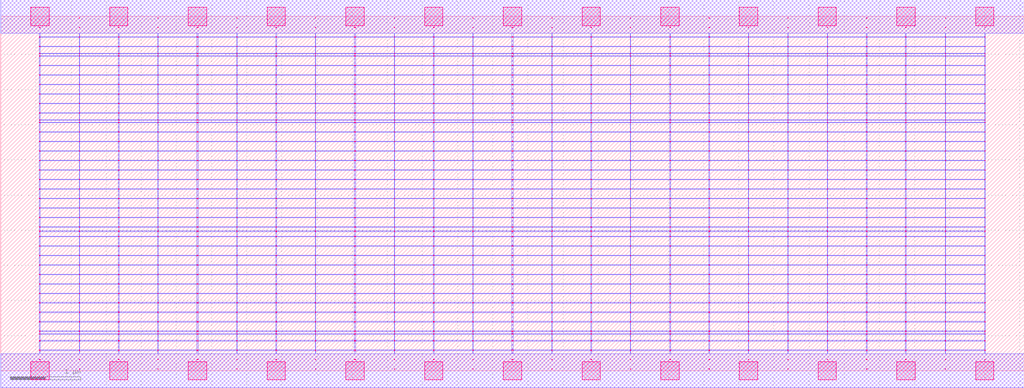
<source format=lef>
MACRO AAOOAAOAI222211_DEBUG
 CLASS CORE ;
 FOREIGN AAOOAAOAI222211_DEBUG 0 0 ;
 SIZE 14.56 BY 5.04 ;
 ORIGIN 0 0 ;
 SYMMETRY X Y R90 ;
 SITE unit ;

 OBS
    LAYER polycont ;
     RECT 7.27100000 2.58300000 7.28900000 2.59100000 ;
     RECT 7.27100000 2.71800000 7.28900000 2.72600000 ;
     RECT 7.27100000 2.85300000 7.28900000 2.86100000 ;
     RECT 7.27100000 2.98800000 7.28900000 2.99600000 ;
     RECT 9.51600000 2.58300000 9.52900000 2.59100000 ;
     RECT 10.07600000 2.58300000 10.08400000 2.59100000 ;
     RECT 10.63100000 2.58300000 10.64400000 2.59100000 ;
     RECT 11.19600000 2.58300000 11.20400000 2.59100000 ;
     RECT 11.75600000 2.58300000 11.76900000 2.59100000 ;
     RECT 12.31600000 2.58300000 12.32400000 2.59100000 ;
     RECT 12.87100000 2.58300000 12.88400000 2.59100000 ;
     RECT 13.43600000 2.58300000 13.44400000 2.59100000 ;
     RECT 13.99600000 2.58300000 14.00900000 2.59100000 ;
     RECT 7.83600000 2.58300000 7.84400000 2.59100000 ;
     RECT 7.83600000 2.71800000 7.84400000 2.72600000 ;
     RECT 8.39100000 2.71800000 8.40900000 2.72600000 ;
     RECT 8.95600000 2.71800000 8.96400000 2.72600000 ;
     RECT 9.51600000 2.71800000 9.52900000 2.72600000 ;
     RECT 10.07600000 2.71800000 10.08400000 2.72600000 ;
     RECT 10.63100000 2.71800000 10.64400000 2.72600000 ;
     RECT 11.19600000 2.71800000 11.20400000 2.72600000 ;
     RECT 11.75600000 2.71800000 11.76900000 2.72600000 ;
     RECT 12.31600000 2.71800000 12.32400000 2.72600000 ;
     RECT 12.87100000 2.71800000 12.88400000 2.72600000 ;
     RECT 13.43600000 2.71800000 13.44400000 2.72600000 ;
     RECT 13.99600000 2.71800000 14.00900000 2.72600000 ;
     RECT 8.39100000 2.58300000 8.40900000 2.59100000 ;
     RECT 7.83600000 2.85300000 7.84400000 2.86100000 ;
     RECT 8.39100000 2.85300000 8.40900000 2.86100000 ;
     RECT 8.95600000 2.85300000 8.96400000 2.86100000 ;
     RECT 9.51600000 2.85300000 9.52900000 2.86100000 ;
     RECT 10.07600000 2.85300000 10.08400000 2.86100000 ;
     RECT 10.63100000 2.85300000 10.64400000 2.86100000 ;
     RECT 11.19600000 2.85300000 11.20400000 2.86100000 ;
     RECT 11.75600000 2.85300000 11.76900000 2.86100000 ;
     RECT 12.31600000 2.85300000 12.32400000 2.86100000 ;
     RECT 12.87100000 2.85300000 12.88400000 2.86100000 ;
     RECT 13.43600000 2.85300000 13.44400000 2.86100000 ;
     RECT 13.99600000 2.85300000 14.00900000 2.86100000 ;
     RECT 8.95600000 2.58300000 8.96400000 2.59100000 ;
     RECT 7.83600000 2.98800000 7.84400000 2.99600000 ;
     RECT 8.39100000 2.98800000 8.40900000 2.99600000 ;
     RECT 8.95600000 2.98800000 8.96400000 2.99600000 ;
     RECT 9.51600000 2.98800000 9.52900000 2.99600000 ;
     RECT 10.07600000 2.98800000 10.08400000 2.99600000 ;
     RECT 10.63100000 2.98800000 10.64400000 2.99600000 ;
     RECT 11.19600000 2.98800000 11.20400000 2.99600000 ;
     RECT 11.75600000 2.98800000 11.76900000 2.99600000 ;
     RECT 12.31600000 2.98800000 12.32400000 2.99600000 ;
     RECT 12.87100000 2.98800000 12.88400000 2.99600000 ;
     RECT 13.43600000 2.98800000 13.44400000 2.99600000 ;
     RECT 13.99600000 2.98800000 14.00900000 2.99600000 ;
     RECT 10.07600000 3.12300000 10.08400000 3.13100000 ;
     RECT 12.31600000 3.12300000 12.32400000 3.13100000 ;
     RECT 10.07600000 3.25800000 10.08400000 3.26600000 ;
     RECT 12.31600000 3.25800000 12.32400000 3.26600000 ;
     RECT 10.07600000 3.39300000 10.08400000 3.40100000 ;
     RECT 12.31600000 3.39300000 12.32400000 3.40100000 ;
     RECT 10.07600000 3.52800000 10.08400000 3.53600000 ;
     RECT 12.31600000 3.52800000 12.32400000 3.53600000 ;
     RECT 10.07600000 3.56100000 10.08400000 3.56900000 ;
     RECT 12.31600000 3.56100000 12.32400000 3.56900000 ;
     RECT 10.07600000 3.66300000 10.08400000 3.67100000 ;
     RECT 12.31600000 3.66300000 12.32400000 3.67100000 ;
     RECT 10.07600000 3.79800000 10.08400000 3.80600000 ;
     RECT 12.31600000 3.79800000 12.32400000 3.80600000 ;
     RECT 10.07600000 3.93300000 10.08400000 3.94100000 ;
     RECT 12.31600000 3.93300000 12.32400000 3.94100000 ;
     RECT 10.07600000 4.06800000 10.08400000 4.07600000 ;
     RECT 12.31600000 4.06800000 12.32400000 4.07600000 ;
     RECT 10.07600000 4.20300000 10.08400000 4.21100000 ;
     RECT 12.31600000 4.20300000 12.32400000 4.21100000 ;
     RECT 10.07600000 4.33800000 10.08400000 4.34600000 ;
     RECT 12.31600000 4.33800000 12.32400000 4.34600000 ;
     RECT 10.07600000 4.47300000 10.08400000 4.48100000 ;
     RECT 12.31600000 4.47300000 12.32400000 4.48100000 ;
     RECT 10.07600000 4.51100000 10.08400000 4.51900000 ;
     RECT 12.31600000 4.51100000 12.32400000 4.51900000 ;
     RECT 10.07600000 4.60800000 10.08400000 4.61600000 ;
     RECT 12.31600000 4.60800000 12.32400000 4.61600000 ;
     RECT 10.07600000 4.74300000 10.08400000 4.75100000 ;
     RECT 12.31600000 4.74300000 12.32400000 4.75100000 ;
     RECT 10.07600000 4.87800000 10.08400000 4.88600000 ;
     RECT 12.31600000 4.87800000 12.32400000 4.88600000 ;
     RECT 5.59600000 2.98800000 5.60400000 2.99600000 ;
     RECT 6.15100000 2.98800000 6.16900000 2.99600000 ;
     RECT 6.71600000 2.98800000 6.72400000 2.99600000 ;
     RECT 2.23600000 2.58300000 2.24400000 2.59100000 ;
     RECT 2.79100000 2.58300000 2.80900000 2.59100000 ;
     RECT 3.35600000 2.58300000 3.36400000 2.59100000 ;
     RECT 3.91100000 2.58300000 3.92900000 2.59100000 ;
     RECT 4.47600000 2.58300000 4.48400000 2.59100000 ;
     RECT 5.03100000 2.58300000 5.04900000 2.59100000 ;
     RECT 5.59600000 2.58300000 5.60400000 2.59100000 ;
     RECT 6.15100000 2.58300000 6.16900000 2.59100000 ;
     RECT 6.71600000 2.58300000 6.72400000 2.59100000 ;
     RECT 0.55100000 2.58300000 0.56400000 2.59100000 ;
     RECT 0.55100000 2.71800000 0.56400000 2.72600000 ;
     RECT 0.55100000 2.85300000 0.56400000 2.86100000 ;
     RECT 1.11600000 2.85300000 1.12400000 2.86100000 ;
     RECT 1.67100000 2.85300000 1.68900000 2.86100000 ;
     RECT 2.23600000 2.85300000 2.24400000 2.86100000 ;
     RECT 2.79100000 2.85300000 2.80900000 2.86100000 ;
     RECT 3.35600000 2.85300000 3.36400000 2.86100000 ;
     RECT 3.91100000 2.85300000 3.92900000 2.86100000 ;
     RECT 4.47600000 2.85300000 4.48400000 2.86100000 ;
     RECT 5.03100000 2.85300000 5.04900000 2.86100000 ;
     RECT 5.59600000 2.85300000 5.60400000 2.86100000 ;
     RECT 6.15100000 2.85300000 6.16900000 2.86100000 ;
     RECT 6.71600000 2.85300000 6.72400000 2.86100000 ;
     RECT 1.11600000 2.71800000 1.12400000 2.72600000 ;
     RECT 1.67100000 2.71800000 1.68900000 2.72600000 ;
     RECT 2.23600000 2.71800000 2.24400000 2.72600000 ;
     RECT 2.79100000 2.71800000 2.80900000 2.72600000 ;
     RECT 3.35600000 2.71800000 3.36400000 2.72600000 ;
     RECT 3.91100000 2.71800000 3.92900000 2.72600000 ;
     RECT 4.47600000 2.71800000 4.48400000 2.72600000 ;
     RECT 5.03100000 2.71800000 5.04900000 2.72600000 ;
     RECT 5.59600000 2.71800000 5.60400000 2.72600000 ;
     RECT 6.15100000 2.71800000 6.16900000 2.72600000 ;
     RECT 6.71600000 2.71800000 6.72400000 2.72600000 ;
     RECT 1.11600000 2.58300000 1.12400000 2.59100000 ;
     RECT 1.67100000 2.58300000 1.68900000 2.59100000 ;
     RECT 0.55100000 2.98800000 0.56400000 2.99600000 ;
     RECT 1.11600000 2.98800000 1.12400000 2.99600000 ;
     RECT 1.67100000 2.98800000 1.68900000 2.99600000 ;
     RECT 2.23600000 2.98800000 2.24400000 2.99600000 ;
     RECT 2.79100000 2.98800000 2.80900000 2.99600000 ;
     RECT 3.35600000 2.98800000 3.36400000 2.99600000 ;
     RECT 3.91100000 2.98800000 3.92900000 2.99600000 ;
     RECT 4.47600000 2.98800000 4.48400000 2.99600000 ;
     RECT 5.03100000 2.98800000 5.04900000 2.99600000 ;
     RECT 5.59600000 1.63800000 5.60400000 1.64600000 ;
     RECT 5.59600000 1.77300000 5.60400000 1.78100000 ;
     RECT 5.59600000 1.90800000 5.60400000 1.91600000 ;
     RECT 5.59600000 1.98100000 5.60400000 1.98900000 ;
     RECT 5.59600000 2.04300000 5.60400000 2.05100000 ;
     RECT 5.59600000 2.17800000 5.60400000 2.18600000 ;
     RECT 5.59600000 2.31300000 5.60400000 2.32100000 ;
     RECT 5.59600000 2.44800000 5.60400000 2.45600000 ;
     RECT 5.59600000 0.15300000 5.60400000 0.16100000 ;
     RECT 5.59600000 0.28800000 5.60400000 0.29600000 ;
     RECT 5.59600000 0.42300000 5.60400000 0.43100000 ;
     RECT 5.59600000 0.52100000 5.60400000 0.52900000 ;
     RECT 5.59600000 0.55800000 5.60400000 0.56600000 ;
     RECT 5.59600000 0.69300000 5.60400000 0.70100000 ;
     RECT 5.59600000 0.82800000 5.60400000 0.83600000 ;
     RECT 5.59600000 0.96300000 5.60400000 0.97100000 ;
     RECT 5.59600000 1.09800000 5.60400000 1.10600000 ;
     RECT 5.59600000 1.23300000 5.60400000 1.24100000 ;
     RECT 5.59600000 1.36800000 5.60400000 1.37600000 ;
     RECT 5.59600000 1.50300000 5.60400000 1.51100000 ;
     RECT 11.19600000 0.15300000 11.20400000 0.16100000 ;
     RECT 11.19600000 2.04300000 11.20400000 2.05100000 ;
     RECT 11.19600000 1.09800000 11.20400000 1.10600000 ;
     RECT 11.19600000 2.17800000 11.20400000 2.18600000 ;
     RECT 11.19600000 0.55800000 11.20400000 0.56600000 ;
     RECT 11.19600000 2.31300000 11.20400000 2.32100000 ;
     RECT 11.19600000 1.23300000 11.20400000 1.24100000 ;
     RECT 11.19600000 2.44800000 11.20400000 2.45600000 ;
     RECT 11.19600000 0.42300000 11.20400000 0.43100000 ;
     RECT 11.19600000 1.36800000 11.20400000 1.37600000 ;
     RECT 11.19600000 0.69300000 11.20400000 0.70100000 ;
     RECT 11.19600000 1.50300000 11.20400000 1.51100000 ;
     RECT 11.19600000 0.28800000 11.20400000 0.29600000 ;
     RECT 11.19600000 1.63800000 11.20400000 1.64600000 ;
     RECT 11.19600000 0.82800000 11.20400000 0.83600000 ;
     RECT 11.19600000 1.77300000 11.20400000 1.78100000 ;
     RECT 11.19600000 0.52100000 11.20400000 0.52900000 ;
     RECT 11.19600000 1.90800000 11.20400000 1.91600000 ;
     RECT 11.19600000 0.96300000 11.20400000 0.97100000 ;
     RECT 11.19600000 1.98100000 11.20400000 1.98900000 ;

    LAYER pdiffc ;
     RECT 0.55100000 3.39300000 0.55900000 3.40100000 ;
     RECT 9.52100000 3.39300000 9.52900000 3.40100000 ;
     RECT 10.63100000 3.39300000 10.63900000 3.40100000 ;
     RECT 11.76100000 3.39300000 11.76900000 3.40100000 ;
     RECT 12.87100000 3.39300000 12.87900000 3.40100000 ;
     RECT 14.00100000 3.39300000 14.00900000 3.40100000 ;
     RECT 0.55100000 3.52800000 0.55900000 3.53600000 ;
     RECT 9.52100000 3.52800000 9.52900000 3.53600000 ;
     RECT 10.63100000 3.52800000 10.63900000 3.53600000 ;
     RECT 11.76100000 3.52800000 11.76900000 3.53600000 ;
     RECT 12.87100000 3.52800000 12.87900000 3.53600000 ;
     RECT 14.00100000 3.52800000 14.00900000 3.53600000 ;
     RECT 0.55100000 3.56100000 0.55900000 3.56900000 ;
     RECT 9.52100000 3.56100000 9.52900000 3.56900000 ;
     RECT 10.63100000 3.56100000 10.63900000 3.56900000 ;
     RECT 11.76100000 3.56100000 11.76900000 3.56900000 ;
     RECT 12.87100000 3.56100000 12.87900000 3.56900000 ;
     RECT 14.00100000 3.56100000 14.00900000 3.56900000 ;
     RECT 0.55100000 3.66300000 0.55900000 3.67100000 ;
     RECT 9.52100000 3.66300000 9.52900000 3.67100000 ;
     RECT 10.63100000 3.66300000 10.63900000 3.67100000 ;
     RECT 11.76100000 3.66300000 11.76900000 3.67100000 ;
     RECT 12.87100000 3.66300000 12.87900000 3.67100000 ;
     RECT 14.00100000 3.66300000 14.00900000 3.67100000 ;
     RECT 0.55100000 3.79800000 0.55900000 3.80600000 ;
     RECT 9.52100000 3.79800000 9.52900000 3.80600000 ;
     RECT 10.63100000 3.79800000 10.63900000 3.80600000 ;
     RECT 11.76100000 3.79800000 11.76900000 3.80600000 ;
     RECT 12.87100000 3.79800000 12.87900000 3.80600000 ;
     RECT 14.00100000 3.79800000 14.00900000 3.80600000 ;
     RECT 0.55100000 3.93300000 0.55900000 3.94100000 ;
     RECT 9.52100000 3.93300000 9.52900000 3.94100000 ;
     RECT 10.63100000 3.93300000 10.63900000 3.94100000 ;
     RECT 11.76100000 3.93300000 11.76900000 3.94100000 ;
     RECT 12.87100000 3.93300000 12.87900000 3.94100000 ;
     RECT 14.00100000 3.93300000 14.00900000 3.94100000 ;
     RECT 0.55100000 4.06800000 0.55900000 4.07600000 ;
     RECT 9.52100000 4.06800000 9.52900000 4.07600000 ;
     RECT 10.63100000 4.06800000 10.63900000 4.07600000 ;
     RECT 11.76100000 4.06800000 11.76900000 4.07600000 ;
     RECT 12.87100000 4.06800000 12.87900000 4.07600000 ;
     RECT 14.00100000 4.06800000 14.00900000 4.07600000 ;
     RECT 0.55100000 4.20300000 0.55900000 4.21100000 ;
     RECT 9.52100000 4.20300000 9.52900000 4.21100000 ;
     RECT 10.63100000 4.20300000 10.63900000 4.21100000 ;
     RECT 11.76100000 4.20300000 11.76900000 4.21100000 ;
     RECT 12.87100000 4.20300000 12.87900000 4.21100000 ;
     RECT 14.00100000 4.20300000 14.00900000 4.21100000 ;
     RECT 0.55100000 4.33800000 0.55900000 4.34600000 ;
     RECT 9.52100000 4.33800000 9.52900000 4.34600000 ;
     RECT 10.63100000 4.33800000 10.63900000 4.34600000 ;
     RECT 11.76100000 4.33800000 11.76900000 4.34600000 ;
     RECT 12.87100000 4.33800000 12.87900000 4.34600000 ;
     RECT 14.00100000 4.33800000 14.00900000 4.34600000 ;
     RECT 0.55100000 4.47300000 0.55900000 4.48100000 ;
     RECT 9.52100000 4.47300000 9.52900000 4.48100000 ;
     RECT 10.63100000 4.47300000 10.63900000 4.48100000 ;
     RECT 11.76100000 4.47300000 11.76900000 4.48100000 ;
     RECT 12.87100000 4.47300000 12.87900000 4.48100000 ;
     RECT 14.00100000 4.47300000 14.00900000 4.48100000 ;
     RECT 0.55100000 4.51100000 0.55900000 4.51900000 ;
     RECT 9.52100000 4.51100000 9.52900000 4.51900000 ;
     RECT 10.63100000 4.51100000 10.63900000 4.51900000 ;
     RECT 11.76100000 4.51100000 11.76900000 4.51900000 ;
     RECT 12.87100000 4.51100000 12.87900000 4.51900000 ;
     RECT 14.00100000 4.51100000 14.00900000 4.51900000 ;
     RECT 0.55100000 4.60800000 0.55900000 4.61600000 ;
     RECT 9.52100000 4.60800000 9.52900000 4.61600000 ;
     RECT 10.63100000 4.60800000 10.63900000 4.61600000 ;
     RECT 11.76100000 4.60800000 11.76900000 4.61600000 ;
     RECT 12.87100000 4.60800000 12.87900000 4.61600000 ;
     RECT 14.00100000 4.60800000 14.00900000 4.61600000 ;

    LAYER ndiffc ;
     RECT 7.27100000 0.42300000 7.28900000 0.43100000 ;
     RECT 7.27100000 0.52100000 7.28900000 0.52900000 ;
     RECT 7.27100000 0.55800000 7.28900000 0.56600000 ;
     RECT 7.27100000 0.69300000 7.28900000 0.70100000 ;
     RECT 7.27100000 0.82800000 7.28900000 0.83600000 ;
     RECT 7.27100000 0.96300000 7.28900000 0.97100000 ;
     RECT 7.27100000 1.09800000 7.28900000 1.10600000 ;
     RECT 7.27100000 1.23300000 7.28900000 1.24100000 ;
     RECT 7.27100000 1.36800000 7.28900000 1.37600000 ;
     RECT 7.27100000 1.50300000 7.28900000 1.51100000 ;
     RECT 7.27100000 1.63800000 7.28900000 1.64600000 ;
     RECT 7.27100000 1.77300000 7.28900000 1.78100000 ;
     RECT 7.27100000 1.90800000 7.28900000 1.91600000 ;
     RECT 7.27100000 1.98100000 7.28900000 1.98900000 ;
     RECT 7.27100000 2.04300000 7.28900000 2.05100000 ;
     RECT 8.39100000 0.55800000 8.40900000 0.56600000 ;
     RECT 9.51600000 0.55800000 9.52900000 0.56600000 ;
     RECT 10.63100000 0.55800000 10.64400000 0.56600000 ;
     RECT 11.75600000 0.55800000 11.76900000 0.56600000 ;
     RECT 12.87100000 0.55800000 12.88400000 0.56600000 ;
     RECT 13.99600000 0.55800000 14.00900000 0.56600000 ;
     RECT 10.63100000 0.42300000 10.64400000 0.43100000 ;
     RECT 8.39100000 0.69300000 8.40900000 0.70100000 ;
     RECT 9.51600000 0.69300000 9.52900000 0.70100000 ;
     RECT 10.63100000 0.69300000 10.64400000 0.70100000 ;
     RECT 11.75600000 0.69300000 11.76900000 0.70100000 ;
     RECT 12.87100000 0.69300000 12.88400000 0.70100000 ;
     RECT 13.99600000 0.69300000 14.00900000 0.70100000 ;
     RECT 11.75600000 0.42300000 11.76900000 0.43100000 ;
     RECT 8.39100000 0.82800000 8.40900000 0.83600000 ;
     RECT 9.51600000 0.82800000 9.52900000 0.83600000 ;
     RECT 10.63100000 0.82800000 10.64400000 0.83600000 ;
     RECT 11.75600000 0.82800000 11.76900000 0.83600000 ;
     RECT 12.87100000 0.82800000 12.88400000 0.83600000 ;
     RECT 13.99600000 0.82800000 14.00900000 0.83600000 ;
     RECT 12.87100000 0.42300000 12.88400000 0.43100000 ;
     RECT 8.39100000 0.96300000 8.40900000 0.97100000 ;
     RECT 9.51600000 0.96300000 9.52900000 0.97100000 ;
     RECT 10.63100000 0.96300000 10.64400000 0.97100000 ;
     RECT 11.75600000 0.96300000 11.76900000 0.97100000 ;
     RECT 12.87100000 0.96300000 12.88400000 0.97100000 ;
     RECT 13.99600000 0.96300000 14.00900000 0.97100000 ;
     RECT 13.99600000 0.42300000 14.00900000 0.43100000 ;
     RECT 8.39100000 1.09800000 8.40900000 1.10600000 ;
     RECT 9.51600000 1.09800000 9.52900000 1.10600000 ;
     RECT 10.63100000 1.09800000 10.64400000 1.10600000 ;
     RECT 11.75600000 1.09800000 11.76900000 1.10600000 ;
     RECT 12.87100000 1.09800000 12.88400000 1.10600000 ;
     RECT 13.99600000 1.09800000 14.00900000 1.10600000 ;
     RECT 8.39100000 0.42300000 8.40900000 0.43100000 ;
     RECT 8.39100000 1.23300000 8.40900000 1.24100000 ;
     RECT 9.51600000 1.23300000 9.52900000 1.24100000 ;
     RECT 10.63100000 1.23300000 10.64400000 1.24100000 ;
     RECT 11.75600000 1.23300000 11.76900000 1.24100000 ;
     RECT 12.87100000 1.23300000 12.88400000 1.24100000 ;
     RECT 13.99600000 1.23300000 14.00900000 1.24100000 ;
     RECT 8.39100000 0.52100000 8.40900000 0.52900000 ;
     RECT 8.39100000 1.36800000 8.40900000 1.37600000 ;
     RECT 9.51600000 1.36800000 9.52900000 1.37600000 ;
     RECT 10.63100000 1.36800000 10.64400000 1.37600000 ;
     RECT 11.75600000 1.36800000 11.76900000 1.37600000 ;
     RECT 12.87100000 1.36800000 12.88400000 1.37600000 ;
     RECT 13.99600000 1.36800000 14.00900000 1.37600000 ;
     RECT 9.51600000 0.52100000 9.52900000 0.52900000 ;
     RECT 8.39100000 1.50300000 8.40900000 1.51100000 ;
     RECT 9.51600000 1.50300000 9.52900000 1.51100000 ;
     RECT 10.63100000 1.50300000 10.64400000 1.51100000 ;
     RECT 11.75600000 1.50300000 11.76900000 1.51100000 ;
     RECT 12.87100000 1.50300000 12.88400000 1.51100000 ;
     RECT 13.99600000 1.50300000 14.00900000 1.51100000 ;
     RECT 10.63100000 0.52100000 10.64400000 0.52900000 ;
     RECT 8.39100000 1.63800000 8.40900000 1.64600000 ;
     RECT 9.51600000 1.63800000 9.52900000 1.64600000 ;
     RECT 10.63100000 1.63800000 10.64400000 1.64600000 ;
     RECT 11.75600000 1.63800000 11.76900000 1.64600000 ;
     RECT 12.87100000 1.63800000 12.88400000 1.64600000 ;
     RECT 13.99600000 1.63800000 14.00900000 1.64600000 ;
     RECT 11.75600000 0.52100000 11.76900000 0.52900000 ;
     RECT 8.39100000 1.77300000 8.40900000 1.78100000 ;
     RECT 9.51600000 1.77300000 9.52900000 1.78100000 ;
     RECT 10.63100000 1.77300000 10.64400000 1.78100000 ;
     RECT 11.75600000 1.77300000 11.76900000 1.78100000 ;
     RECT 12.87100000 1.77300000 12.88400000 1.78100000 ;
     RECT 13.99600000 1.77300000 14.00900000 1.78100000 ;
     RECT 12.87100000 0.52100000 12.88400000 0.52900000 ;
     RECT 8.39100000 1.90800000 8.40900000 1.91600000 ;
     RECT 9.51600000 1.90800000 9.52900000 1.91600000 ;
     RECT 10.63100000 1.90800000 10.64400000 1.91600000 ;
     RECT 11.75600000 1.90800000 11.76900000 1.91600000 ;
     RECT 12.87100000 1.90800000 12.88400000 1.91600000 ;
     RECT 13.99600000 1.90800000 14.00900000 1.91600000 ;
     RECT 13.99600000 0.52100000 14.00900000 0.52900000 ;
     RECT 8.39100000 1.98100000 8.40900000 1.98900000 ;
     RECT 9.51600000 1.98100000 9.52900000 1.98900000 ;
     RECT 10.63100000 1.98100000 10.64400000 1.98900000 ;
     RECT 11.75600000 1.98100000 11.76900000 1.98900000 ;
     RECT 12.87100000 1.98100000 12.88400000 1.98900000 ;
     RECT 13.99600000 1.98100000 14.00900000 1.98900000 ;
     RECT 9.51600000 0.42300000 9.52900000 0.43100000 ;
     RECT 8.39100000 2.04300000 8.40900000 2.05100000 ;
     RECT 9.51600000 2.04300000 9.52900000 2.05100000 ;
     RECT 10.63100000 2.04300000 10.64400000 2.05100000 ;
     RECT 11.75600000 2.04300000 11.76900000 2.05100000 ;
     RECT 12.87100000 2.04300000 12.88400000 2.05100000 ;
     RECT 13.99600000 2.04300000 14.00900000 2.05100000 ;
     RECT 1.67100000 1.36800000 1.68900000 1.37600000 ;
     RECT 2.79100000 1.36800000 2.80900000 1.37600000 ;
     RECT 3.91100000 1.36800000 3.92900000 1.37600000 ;
     RECT 5.03100000 1.36800000 5.04900000 1.37600000 ;
     RECT 6.15100000 1.36800000 6.16900000 1.37600000 ;
     RECT 5.03100000 0.82800000 5.04900000 0.83600000 ;
     RECT 6.15100000 0.82800000 6.16900000 0.83600000 ;
     RECT 2.79100000 0.55800000 2.80900000 0.56600000 ;
     RECT 3.91100000 0.55800000 3.92900000 0.56600000 ;
     RECT 5.03100000 0.55800000 5.04900000 0.56600000 ;
     RECT 6.15100000 0.55800000 6.16900000 0.56600000 ;
     RECT 1.67100000 0.52100000 1.68900000 0.52900000 ;
     RECT 0.55100000 1.50300000 0.56400000 1.51100000 ;
     RECT 1.67100000 1.50300000 1.68900000 1.51100000 ;
     RECT 2.79100000 1.50300000 2.80900000 1.51100000 ;
     RECT 3.91100000 1.50300000 3.92900000 1.51100000 ;
     RECT 5.03100000 1.50300000 5.04900000 1.51100000 ;
     RECT 6.15100000 1.50300000 6.16900000 1.51100000 ;
     RECT 2.79100000 0.52100000 2.80900000 0.52900000 ;
     RECT 3.91100000 0.52100000 3.92900000 0.52900000 ;
     RECT 0.55100000 0.96300000 0.56400000 0.97100000 ;
     RECT 1.67100000 0.96300000 1.68900000 0.97100000 ;
     RECT 2.79100000 0.96300000 2.80900000 0.97100000 ;
     RECT 3.91100000 0.96300000 3.92900000 0.97100000 ;
     RECT 5.03100000 0.96300000 5.04900000 0.97100000 ;
     RECT 0.55100000 1.63800000 0.56400000 1.64600000 ;
     RECT 1.67100000 1.63800000 1.68900000 1.64600000 ;
     RECT 2.79100000 1.63800000 2.80900000 1.64600000 ;
     RECT 3.91100000 1.63800000 3.92900000 1.64600000 ;
     RECT 5.03100000 1.63800000 5.04900000 1.64600000 ;
     RECT 6.15100000 1.63800000 6.16900000 1.64600000 ;
     RECT 6.15100000 0.96300000 6.16900000 0.97100000 ;
     RECT 5.03100000 0.52100000 5.04900000 0.52900000 ;
     RECT 6.15100000 0.52100000 6.16900000 0.52900000 ;
     RECT 1.67100000 0.42300000 1.68900000 0.43100000 ;
     RECT 2.79100000 0.42300000 2.80900000 0.43100000 ;
     RECT 0.55100000 0.69300000 0.56400000 0.70100000 ;
     RECT 1.67100000 0.69300000 1.68900000 0.70100000 ;
     RECT 0.55100000 1.77300000 0.56400000 1.78100000 ;
     RECT 1.67100000 1.77300000 1.68900000 1.78100000 ;
     RECT 2.79100000 1.77300000 2.80900000 1.78100000 ;
     RECT 3.91100000 1.77300000 3.92900000 1.78100000 ;
     RECT 5.03100000 1.77300000 5.04900000 1.78100000 ;
     RECT 6.15100000 1.77300000 6.16900000 1.78100000 ;
     RECT 2.79100000 0.69300000 2.80900000 0.70100000 ;
     RECT 0.55100000 1.09800000 0.56400000 1.10600000 ;
     RECT 1.67100000 1.09800000 1.68900000 1.10600000 ;
     RECT 2.79100000 1.09800000 2.80900000 1.10600000 ;
     RECT 3.91100000 1.09800000 3.92900000 1.10600000 ;
     RECT 5.03100000 1.09800000 5.04900000 1.10600000 ;
     RECT 6.15100000 1.09800000 6.16900000 1.10600000 ;
     RECT 0.55100000 1.90800000 0.56400000 1.91600000 ;
     RECT 1.67100000 1.90800000 1.68900000 1.91600000 ;
     RECT 2.79100000 1.90800000 2.80900000 1.91600000 ;
     RECT 3.91100000 1.90800000 3.92900000 1.91600000 ;
     RECT 5.03100000 1.90800000 5.04900000 1.91600000 ;
     RECT 6.15100000 1.90800000 6.16900000 1.91600000 ;
     RECT 3.91100000 0.69300000 3.92900000 0.70100000 ;
     RECT 5.03100000 0.69300000 5.04900000 0.70100000 ;
     RECT 6.15100000 0.69300000 6.16900000 0.70100000 ;
     RECT 3.91100000 0.42300000 3.92900000 0.43100000 ;
     RECT 5.03100000 0.42300000 5.04900000 0.43100000 ;
     RECT 6.15100000 0.42300000 6.16900000 0.43100000 ;
     RECT 0.55100000 0.42300000 0.56400000 0.43100000 ;
     RECT 0.55100000 1.98100000 0.56400000 1.98900000 ;
     RECT 1.67100000 1.98100000 1.68900000 1.98900000 ;
     RECT 2.79100000 1.98100000 2.80900000 1.98900000 ;
     RECT 3.91100000 1.98100000 3.92900000 1.98900000 ;
     RECT 5.03100000 1.98100000 5.04900000 1.98900000 ;
     RECT 6.15100000 1.98100000 6.16900000 1.98900000 ;
     RECT 0.55100000 1.23300000 0.56400000 1.24100000 ;
     RECT 1.67100000 1.23300000 1.68900000 1.24100000 ;
     RECT 2.79100000 1.23300000 2.80900000 1.24100000 ;
     RECT 3.91100000 1.23300000 3.92900000 1.24100000 ;
     RECT 5.03100000 1.23300000 5.04900000 1.24100000 ;
     RECT 6.15100000 1.23300000 6.16900000 1.24100000 ;
     RECT 0.55100000 0.52100000 0.56400000 0.52900000 ;
     RECT 0.55100000 2.04300000 0.56400000 2.05100000 ;
     RECT 1.67100000 2.04300000 1.68900000 2.05100000 ;
     RECT 2.79100000 2.04300000 2.80900000 2.05100000 ;
     RECT 3.91100000 2.04300000 3.92900000 2.05100000 ;
     RECT 5.03100000 2.04300000 5.04900000 2.05100000 ;
     RECT 6.15100000 2.04300000 6.16900000 2.05100000 ;
     RECT 0.55100000 0.55800000 0.56400000 0.56600000 ;
     RECT 1.67100000 0.55800000 1.68900000 0.56600000 ;
     RECT 0.55100000 0.82800000 0.56400000 0.83600000 ;
     RECT 1.67100000 0.82800000 1.68900000 0.83600000 ;
     RECT 2.79100000 0.82800000 2.80900000 0.83600000 ;
     RECT 3.91100000 0.82800000 3.92900000 0.83600000 ;
     RECT 0.55100000 1.36800000 0.56400000 1.37600000 ;

    LAYER met1 ;
     RECT 0.00000000 -0.24000000 14.56000000 0.24000000 ;
     RECT 7.27100000 0.24000000 7.28900000 0.28800000 ;
     RECT 0.55100000 0.28800000 14.00900000 0.29600000 ;
     RECT 7.27100000 0.29600000 7.28900000 0.42300000 ;
     RECT 0.55100000 0.42300000 14.00900000 0.43100000 ;
     RECT 7.27100000 0.43100000 7.28900000 0.52100000 ;
     RECT 0.55100000 0.52100000 14.00900000 0.52900000 ;
     RECT 7.27100000 0.52900000 7.28900000 0.55800000 ;
     RECT 0.55100000 0.55800000 14.00900000 0.56600000 ;
     RECT 7.27100000 0.56600000 7.28900000 0.69300000 ;
     RECT 0.55100000 0.69300000 14.00900000 0.70100000 ;
     RECT 7.27100000 0.70100000 7.28900000 0.82800000 ;
     RECT 0.55100000 0.82800000 14.00900000 0.83600000 ;
     RECT 7.27100000 0.83600000 7.28900000 0.96300000 ;
     RECT 0.55100000 0.96300000 14.00900000 0.97100000 ;
     RECT 7.27100000 0.97100000 7.28900000 1.09800000 ;
     RECT 0.55100000 1.09800000 14.00900000 1.10600000 ;
     RECT 7.27100000 1.10600000 7.28900000 1.23300000 ;
     RECT 0.55100000 1.23300000 14.00900000 1.24100000 ;
     RECT 7.27100000 1.24100000 7.28900000 1.36800000 ;
     RECT 0.55100000 1.36800000 14.00900000 1.37600000 ;
     RECT 7.27100000 1.37600000 7.28900000 1.50300000 ;
     RECT 0.55100000 1.50300000 14.00900000 1.51100000 ;
     RECT 7.27100000 1.51100000 7.28900000 1.63800000 ;
     RECT 0.55100000 1.63800000 14.00900000 1.64600000 ;
     RECT 7.27100000 1.64600000 7.28900000 1.77300000 ;
     RECT 0.55100000 1.77300000 14.00900000 1.78100000 ;
     RECT 7.27100000 1.78100000 7.28900000 1.90800000 ;
     RECT 0.55100000 1.90800000 14.00900000 1.91600000 ;
     RECT 7.27100000 1.91600000 7.28900000 1.98100000 ;
     RECT 0.55100000 1.98100000 14.00900000 1.98900000 ;
     RECT 7.27100000 1.98900000 7.28900000 2.04300000 ;
     RECT 0.55100000 2.04300000 14.00900000 2.05100000 ;
     RECT 7.27100000 2.05100000 7.28900000 2.17800000 ;
     RECT 0.55100000 2.17800000 14.00900000 2.18600000 ;
     RECT 7.27100000 2.18600000 7.28900000 2.31300000 ;
     RECT 0.55100000 2.31300000 14.00900000 2.32100000 ;
     RECT 7.27100000 2.32100000 7.28900000 2.44800000 ;
     RECT 0.55100000 2.44800000 14.00900000 2.45600000 ;
     RECT 0.55100000 2.45600000 0.56400000 2.58300000 ;
     RECT 1.11600000 2.45600000 1.12400000 2.58300000 ;
     RECT 1.67100000 2.45600000 1.68900000 2.58300000 ;
     RECT 2.23600000 2.45600000 2.24400000 2.58300000 ;
     RECT 2.79100000 2.45600000 2.80900000 2.58300000 ;
     RECT 3.35600000 2.45600000 3.36400000 2.58300000 ;
     RECT 3.91100000 2.45600000 3.92900000 2.58300000 ;
     RECT 4.47600000 2.45600000 4.48400000 2.58300000 ;
     RECT 5.03100000 2.45600000 5.04900000 2.58300000 ;
     RECT 5.59600000 2.45600000 5.60400000 2.58300000 ;
     RECT 6.15100000 2.45600000 6.16900000 2.58300000 ;
     RECT 6.71600000 2.45600000 6.72400000 2.58300000 ;
     RECT 7.27100000 2.45600000 7.28900000 2.58300000 ;
     RECT 7.83600000 2.45600000 7.84400000 2.58300000 ;
     RECT 8.39100000 2.45600000 8.40900000 2.58300000 ;
     RECT 8.95600000 2.45600000 8.96400000 2.58300000 ;
     RECT 9.51600000 2.45600000 9.52900000 2.58300000 ;
     RECT 10.07600000 2.45600000 10.08400000 2.58300000 ;
     RECT 10.63100000 2.45600000 10.64400000 2.58300000 ;
     RECT 11.19600000 2.45600000 11.20400000 2.58300000 ;
     RECT 11.75600000 2.45600000 11.76900000 2.58300000 ;
     RECT 12.31600000 2.45600000 12.32400000 2.58300000 ;
     RECT 12.87100000 2.45600000 12.88400000 2.58300000 ;
     RECT 13.43600000 2.45600000 13.44400000 2.58300000 ;
     RECT 13.99600000 2.45600000 14.00900000 2.58300000 ;
     RECT 0.55100000 2.58300000 14.00900000 2.59100000 ;
     RECT 7.27100000 2.59100000 7.28900000 2.71800000 ;
     RECT 0.55100000 2.71800000 14.00900000 2.72600000 ;
     RECT 7.27100000 2.72600000 7.28900000 2.85300000 ;
     RECT 0.55100000 2.85300000 14.00900000 2.86100000 ;
     RECT 7.27100000 2.86100000 7.28900000 2.98800000 ;
     RECT 0.55100000 2.98800000 14.00900000 2.99600000 ;
     RECT 7.27100000 2.99600000 7.28900000 3.12300000 ;
     RECT 0.55100000 3.12300000 14.00900000 3.13100000 ;
     RECT 7.27100000 3.13100000 7.28900000 3.25800000 ;
     RECT 0.55100000 3.25800000 14.00900000 3.26600000 ;
     RECT 7.27100000 3.26600000 7.28900000 3.39300000 ;
     RECT 0.55100000 3.39300000 14.00900000 3.40100000 ;
     RECT 7.27100000 3.40100000 7.28900000 3.52800000 ;
     RECT 0.55100000 3.52800000 14.00900000 3.53600000 ;
     RECT 7.27100000 3.53600000 7.28900000 3.56100000 ;
     RECT 0.55100000 3.56100000 14.00900000 3.56900000 ;
     RECT 7.27100000 3.56900000 7.28900000 3.66300000 ;
     RECT 0.55100000 3.66300000 14.00900000 3.67100000 ;
     RECT 7.27100000 3.67100000 7.28900000 3.79800000 ;
     RECT 0.55100000 3.79800000 14.00900000 3.80600000 ;
     RECT 7.27100000 3.80600000 7.28900000 3.93300000 ;
     RECT 0.55100000 3.93300000 14.00900000 3.94100000 ;
     RECT 7.27100000 3.94100000 7.28900000 4.06800000 ;
     RECT 0.55100000 4.06800000 14.00900000 4.07600000 ;
     RECT 7.27100000 4.07600000 7.28900000 4.20300000 ;
     RECT 0.55100000 4.20300000 14.00900000 4.21100000 ;
     RECT 7.27100000 4.21100000 7.28900000 4.33800000 ;
     RECT 0.55100000 4.33800000 14.00900000 4.34600000 ;
     RECT 7.27100000 4.34600000 7.28900000 4.47300000 ;
     RECT 0.55100000 4.47300000 14.00900000 4.48100000 ;
     RECT 7.27100000 4.48100000 7.28900000 4.51100000 ;
     RECT 0.55100000 4.51100000 14.00900000 4.51900000 ;
     RECT 7.27100000 4.51900000 7.28900000 4.60800000 ;
     RECT 0.55100000 4.60800000 14.00900000 4.61600000 ;
     RECT 7.27100000 4.61600000 7.28900000 4.74300000 ;
     RECT 0.55100000 4.74300000 14.00900000 4.75100000 ;
     RECT 7.27100000 4.75100000 7.28900000 4.80000000 ;
     RECT 0.00000000 4.80000000 14.56000000 5.28000000 ;
     RECT 7.83600000 3.80600000 7.84400000 3.93300000 ;
     RECT 8.39100000 3.80600000 8.40900000 3.93300000 ;
     RECT 8.95600000 3.80600000 8.96400000 3.93300000 ;
     RECT 9.51600000 3.80600000 9.52900000 3.93300000 ;
     RECT 10.07600000 3.80600000 10.08400000 3.93300000 ;
     RECT 10.63100000 3.80600000 10.64400000 3.93300000 ;
     RECT 11.19600000 3.80600000 11.20400000 3.93300000 ;
     RECT 11.75600000 3.80600000 11.76900000 3.93300000 ;
     RECT 12.31600000 3.80600000 12.32400000 3.93300000 ;
     RECT 12.87100000 3.80600000 12.88400000 3.93300000 ;
     RECT 13.43600000 3.80600000 13.44400000 3.93300000 ;
     RECT 13.99600000 3.80600000 14.00900000 3.93300000 ;
     RECT 11.19600000 3.94100000 11.20400000 4.06800000 ;
     RECT 11.75600000 3.94100000 11.76900000 4.06800000 ;
     RECT 12.31600000 3.94100000 12.32400000 4.06800000 ;
     RECT 12.87100000 3.94100000 12.88400000 4.06800000 ;
     RECT 13.43600000 3.94100000 13.44400000 4.06800000 ;
     RECT 13.99600000 3.94100000 14.00900000 4.06800000 ;
     RECT 11.19600000 4.07600000 11.20400000 4.20300000 ;
     RECT 11.75600000 4.07600000 11.76900000 4.20300000 ;
     RECT 12.31600000 4.07600000 12.32400000 4.20300000 ;
     RECT 12.87100000 4.07600000 12.88400000 4.20300000 ;
     RECT 13.43600000 4.07600000 13.44400000 4.20300000 ;
     RECT 13.99600000 4.07600000 14.00900000 4.20300000 ;
     RECT 11.19600000 4.21100000 11.20400000 4.33800000 ;
     RECT 11.75600000 4.21100000 11.76900000 4.33800000 ;
     RECT 12.31600000 4.21100000 12.32400000 4.33800000 ;
     RECT 12.87100000 4.21100000 12.88400000 4.33800000 ;
     RECT 13.43600000 4.21100000 13.44400000 4.33800000 ;
     RECT 13.99600000 4.21100000 14.00900000 4.33800000 ;
     RECT 11.19600000 4.34600000 11.20400000 4.47300000 ;
     RECT 11.75600000 4.34600000 11.76900000 4.47300000 ;
     RECT 12.31600000 4.34600000 12.32400000 4.47300000 ;
     RECT 12.87100000 4.34600000 12.88400000 4.47300000 ;
     RECT 13.43600000 4.34600000 13.44400000 4.47300000 ;
     RECT 13.99600000 4.34600000 14.00900000 4.47300000 ;
     RECT 11.19600000 4.48100000 11.20400000 4.51100000 ;
     RECT 11.75600000 4.48100000 11.76900000 4.51100000 ;
     RECT 12.31600000 4.48100000 12.32400000 4.51100000 ;
     RECT 12.87100000 4.48100000 12.88400000 4.51100000 ;
     RECT 13.43600000 4.48100000 13.44400000 4.51100000 ;
     RECT 13.99600000 4.48100000 14.00900000 4.51100000 ;
     RECT 11.19600000 4.51900000 11.20400000 4.60800000 ;
     RECT 11.75600000 4.51900000 11.76900000 4.60800000 ;
     RECT 12.31600000 4.51900000 12.32400000 4.60800000 ;
     RECT 12.87100000 4.51900000 12.88400000 4.60800000 ;
     RECT 13.43600000 4.51900000 13.44400000 4.60800000 ;
     RECT 13.99600000 4.51900000 14.00900000 4.60800000 ;
     RECT 11.19600000 4.61600000 11.20400000 4.74300000 ;
     RECT 11.75600000 4.61600000 11.76900000 4.74300000 ;
     RECT 12.31600000 4.61600000 12.32400000 4.74300000 ;
     RECT 12.87100000 4.61600000 12.88400000 4.74300000 ;
     RECT 13.43600000 4.61600000 13.44400000 4.74300000 ;
     RECT 13.99600000 4.61600000 14.00900000 4.74300000 ;
     RECT 11.19600000 4.75100000 11.20400000 4.80000000 ;
     RECT 11.75600000 4.75100000 11.76900000 4.80000000 ;
     RECT 12.31600000 4.75100000 12.32400000 4.80000000 ;
     RECT 12.87100000 4.75100000 12.88400000 4.80000000 ;
     RECT 13.43600000 4.75100000 13.44400000 4.80000000 ;
     RECT 13.99600000 4.75100000 14.00900000 4.80000000 ;
     RECT 7.83600000 4.48100000 7.84400000 4.51100000 ;
     RECT 8.39100000 4.48100000 8.40900000 4.51100000 ;
     RECT 8.95600000 4.48100000 8.96400000 4.51100000 ;
     RECT 9.51600000 4.48100000 9.52900000 4.51100000 ;
     RECT 10.07600000 4.48100000 10.08400000 4.51100000 ;
     RECT 10.63100000 4.48100000 10.64400000 4.51100000 ;
     RECT 7.83600000 4.21100000 7.84400000 4.33800000 ;
     RECT 8.39100000 4.21100000 8.40900000 4.33800000 ;
     RECT 8.95600000 4.21100000 8.96400000 4.33800000 ;
     RECT 9.51600000 4.21100000 9.52900000 4.33800000 ;
     RECT 10.07600000 4.21100000 10.08400000 4.33800000 ;
     RECT 10.63100000 4.21100000 10.64400000 4.33800000 ;
     RECT 7.83600000 4.51900000 7.84400000 4.60800000 ;
     RECT 8.39100000 4.51900000 8.40900000 4.60800000 ;
     RECT 8.95600000 4.51900000 8.96400000 4.60800000 ;
     RECT 9.51600000 4.51900000 9.52900000 4.60800000 ;
     RECT 10.07600000 4.51900000 10.08400000 4.60800000 ;
     RECT 10.63100000 4.51900000 10.64400000 4.60800000 ;
     RECT 7.83600000 4.07600000 7.84400000 4.20300000 ;
     RECT 8.39100000 4.07600000 8.40900000 4.20300000 ;
     RECT 8.95600000 4.07600000 8.96400000 4.20300000 ;
     RECT 9.51600000 4.07600000 9.52900000 4.20300000 ;
     RECT 10.07600000 4.07600000 10.08400000 4.20300000 ;
     RECT 10.63100000 4.07600000 10.64400000 4.20300000 ;
     RECT 7.83600000 4.61600000 7.84400000 4.74300000 ;
     RECT 8.39100000 4.61600000 8.40900000 4.74300000 ;
     RECT 8.95600000 4.61600000 8.96400000 4.74300000 ;
     RECT 9.51600000 4.61600000 9.52900000 4.74300000 ;
     RECT 10.07600000 4.61600000 10.08400000 4.74300000 ;
     RECT 10.63100000 4.61600000 10.64400000 4.74300000 ;
     RECT 7.83600000 4.34600000 7.84400000 4.47300000 ;
     RECT 8.39100000 4.34600000 8.40900000 4.47300000 ;
     RECT 8.95600000 4.34600000 8.96400000 4.47300000 ;
     RECT 9.51600000 4.34600000 9.52900000 4.47300000 ;
     RECT 10.07600000 4.34600000 10.08400000 4.47300000 ;
     RECT 10.63100000 4.34600000 10.64400000 4.47300000 ;
     RECT 7.83600000 4.75100000 7.84400000 4.80000000 ;
     RECT 8.39100000 4.75100000 8.40900000 4.80000000 ;
     RECT 8.95600000 4.75100000 8.96400000 4.80000000 ;
     RECT 9.51600000 4.75100000 9.52900000 4.80000000 ;
     RECT 10.07600000 4.75100000 10.08400000 4.80000000 ;
     RECT 10.63100000 4.75100000 10.64400000 4.80000000 ;
     RECT 7.83600000 3.94100000 7.84400000 4.06800000 ;
     RECT 8.39100000 3.94100000 8.40900000 4.06800000 ;
     RECT 8.95600000 3.94100000 8.96400000 4.06800000 ;
     RECT 9.51600000 3.94100000 9.52900000 4.06800000 ;
     RECT 10.07600000 3.94100000 10.08400000 4.06800000 ;
     RECT 10.63100000 3.94100000 10.64400000 4.06800000 ;
     RECT 7.83600000 2.99600000 7.84400000 3.12300000 ;
     RECT 8.39100000 2.99600000 8.40900000 3.12300000 ;
     RECT 8.95600000 2.99600000 8.96400000 3.12300000 ;
     RECT 9.51600000 2.99600000 9.52900000 3.12300000 ;
     RECT 10.07600000 2.99600000 10.08400000 3.12300000 ;
     RECT 10.63100000 2.99600000 10.64400000 3.12300000 ;
     RECT 7.83600000 2.86100000 7.84400000 2.98800000 ;
     RECT 8.39100000 2.86100000 8.40900000 2.98800000 ;
     RECT 7.83600000 3.13100000 7.84400000 3.25800000 ;
     RECT 8.39100000 3.13100000 8.40900000 3.25800000 ;
     RECT 8.95600000 3.13100000 8.96400000 3.25800000 ;
     RECT 9.51600000 3.13100000 9.52900000 3.25800000 ;
     RECT 10.07600000 3.13100000 10.08400000 3.25800000 ;
     RECT 10.63100000 3.13100000 10.64400000 3.25800000 ;
     RECT 7.83600000 3.26600000 7.84400000 3.39300000 ;
     RECT 8.39100000 3.26600000 8.40900000 3.39300000 ;
     RECT 8.95600000 3.26600000 8.96400000 3.39300000 ;
     RECT 9.51600000 3.26600000 9.52900000 3.39300000 ;
     RECT 10.07600000 3.26600000 10.08400000 3.39300000 ;
     RECT 10.63100000 3.26600000 10.64400000 3.39300000 ;
     RECT 8.95600000 2.86100000 8.96400000 2.98800000 ;
     RECT 9.51600000 2.86100000 9.52900000 2.98800000 ;
     RECT 7.83600000 3.40100000 7.84400000 3.52800000 ;
     RECT 8.39100000 3.40100000 8.40900000 3.52800000 ;
     RECT 8.95600000 3.40100000 8.96400000 3.52800000 ;
     RECT 9.51600000 3.40100000 9.52900000 3.52800000 ;
     RECT 10.07600000 3.40100000 10.08400000 3.52800000 ;
     RECT 10.63100000 3.40100000 10.64400000 3.52800000 ;
     RECT 7.83600000 2.59100000 7.84400000 2.71800000 ;
     RECT 8.39100000 2.59100000 8.40900000 2.71800000 ;
     RECT 7.83600000 3.53600000 7.84400000 3.56100000 ;
     RECT 8.39100000 3.53600000 8.40900000 3.56100000 ;
     RECT 8.95600000 3.53600000 8.96400000 3.56100000 ;
     RECT 9.51600000 3.53600000 9.52900000 3.56100000 ;
     RECT 10.07600000 2.86100000 10.08400000 2.98800000 ;
     RECT 10.63100000 2.86100000 10.64400000 2.98800000 ;
     RECT 10.07600000 3.53600000 10.08400000 3.56100000 ;
     RECT 10.63100000 3.53600000 10.64400000 3.56100000 ;
     RECT 7.83600000 2.72600000 7.84400000 2.85300000 ;
     RECT 8.39100000 2.72600000 8.40900000 2.85300000 ;
     RECT 7.83600000 3.56900000 7.84400000 3.66300000 ;
     RECT 8.39100000 3.56900000 8.40900000 3.66300000 ;
     RECT 8.95600000 3.56900000 8.96400000 3.66300000 ;
     RECT 9.51600000 3.56900000 9.52900000 3.66300000 ;
     RECT 10.07600000 3.56900000 10.08400000 3.66300000 ;
     RECT 10.63100000 3.56900000 10.64400000 3.66300000 ;
     RECT 8.95600000 2.72600000 8.96400000 2.85300000 ;
     RECT 9.51600000 2.72600000 9.52900000 2.85300000 ;
     RECT 7.83600000 3.67100000 7.84400000 3.79800000 ;
     RECT 8.39100000 3.67100000 8.40900000 3.79800000 ;
     RECT 8.95600000 3.67100000 8.96400000 3.79800000 ;
     RECT 9.51600000 3.67100000 9.52900000 3.79800000 ;
     RECT 8.95600000 2.59100000 8.96400000 2.71800000 ;
     RECT 9.51600000 2.59100000 9.52900000 2.71800000 ;
     RECT 10.07600000 3.67100000 10.08400000 3.79800000 ;
     RECT 10.63100000 3.67100000 10.64400000 3.79800000 ;
     RECT 10.07600000 2.72600000 10.08400000 2.85300000 ;
     RECT 10.63100000 2.72600000 10.64400000 2.85300000 ;
     RECT 10.07600000 2.59100000 10.08400000 2.71800000 ;
     RECT 10.63100000 2.59100000 10.64400000 2.71800000 ;
     RECT 12.31600000 3.13100000 12.32400000 3.25800000 ;
     RECT 12.87100000 3.13100000 12.88400000 3.25800000 ;
     RECT 13.43600000 3.13100000 13.44400000 3.25800000 ;
     RECT 13.99600000 3.13100000 14.00900000 3.25800000 ;
     RECT 11.19600000 2.72600000 11.20400000 2.85300000 ;
     RECT 11.75600000 2.72600000 11.76900000 2.85300000 ;
     RECT 12.31600000 2.59100000 12.32400000 2.71800000 ;
     RECT 12.87100000 2.59100000 12.88400000 2.71800000 ;
     RECT 12.87100000 2.99600000 12.88400000 3.12300000 ;
     RECT 11.19600000 3.53600000 11.20400000 3.56100000 ;
     RECT 11.75600000 3.53600000 11.76900000 3.56100000 ;
     RECT 12.31600000 3.53600000 12.32400000 3.56100000 ;
     RECT 12.87100000 3.53600000 12.88400000 3.56100000 ;
     RECT 13.43600000 3.53600000 13.44400000 3.56100000 ;
     RECT 13.99600000 3.53600000 14.00900000 3.56100000 ;
     RECT 13.43600000 2.99600000 13.44400000 3.12300000 ;
     RECT 13.99600000 2.99600000 14.00900000 3.12300000 ;
     RECT 11.19600000 2.59100000 11.20400000 2.71800000 ;
     RECT 12.31600000 2.72600000 12.32400000 2.85300000 ;
     RECT 12.87100000 2.72600000 12.88400000 2.85300000 ;
     RECT 11.75600000 2.59100000 11.76900000 2.71800000 ;
     RECT 13.99600000 2.86100000 14.00900000 2.98800000 ;
     RECT 11.19600000 3.26600000 11.20400000 3.39300000 ;
     RECT 11.75600000 3.26600000 11.76900000 3.39300000 ;
     RECT 12.31600000 3.26600000 12.32400000 3.39300000 ;
     RECT 11.19600000 3.56900000 11.20400000 3.66300000 ;
     RECT 11.75600000 3.56900000 11.76900000 3.66300000 ;
     RECT 12.31600000 3.56900000 12.32400000 3.66300000 ;
     RECT 12.87100000 3.56900000 12.88400000 3.66300000 ;
     RECT 13.43600000 3.56900000 13.44400000 3.66300000 ;
     RECT 13.99600000 3.56900000 14.00900000 3.66300000 ;
     RECT 12.87100000 3.26600000 12.88400000 3.39300000 ;
     RECT 13.43600000 2.72600000 13.44400000 2.85300000 ;
     RECT 13.99600000 2.72600000 14.00900000 2.85300000 ;
     RECT 13.43600000 3.26600000 13.44400000 3.39300000 ;
     RECT 13.99600000 3.26600000 14.00900000 3.39300000 ;
     RECT 13.43600000 2.59100000 13.44400000 2.71800000 ;
     RECT 13.99600000 2.59100000 14.00900000 2.71800000 ;
     RECT 12.87100000 2.86100000 12.88400000 2.98800000 ;
     RECT 13.43600000 2.86100000 13.44400000 2.98800000 ;
     RECT 11.19600000 2.99600000 11.20400000 3.12300000 ;
     RECT 11.19600000 3.67100000 11.20400000 3.79800000 ;
     RECT 11.75600000 3.67100000 11.76900000 3.79800000 ;
     RECT 12.31600000 3.67100000 12.32400000 3.79800000 ;
     RECT 12.87100000 3.67100000 12.88400000 3.79800000 ;
     RECT 11.19600000 2.86100000 11.20400000 2.98800000 ;
     RECT 11.75600000 2.86100000 11.76900000 2.98800000 ;
     RECT 13.43600000 3.67100000 13.44400000 3.79800000 ;
     RECT 13.99600000 3.67100000 14.00900000 3.79800000 ;
     RECT 11.75600000 2.99600000 11.76900000 3.12300000 ;
     RECT 12.31600000 2.99600000 12.32400000 3.12300000 ;
     RECT 11.19600000 3.13100000 11.20400000 3.25800000 ;
     RECT 11.19600000 3.40100000 11.20400000 3.52800000 ;
     RECT 11.75600000 3.40100000 11.76900000 3.52800000 ;
     RECT 12.31600000 3.40100000 12.32400000 3.52800000 ;
     RECT 12.87100000 3.40100000 12.88400000 3.52800000 ;
     RECT 13.43600000 3.40100000 13.44400000 3.52800000 ;
     RECT 13.99600000 3.40100000 14.00900000 3.52800000 ;
     RECT 11.75600000 3.13100000 11.76900000 3.25800000 ;
     RECT 12.31600000 2.86100000 12.32400000 2.98800000 ;
     RECT 3.91100000 3.80600000 3.92900000 3.93300000 ;
     RECT 4.47600000 3.80600000 4.48400000 3.93300000 ;
     RECT 5.03100000 3.80600000 5.04900000 3.93300000 ;
     RECT 5.59600000 3.80600000 5.60400000 3.93300000 ;
     RECT 6.15100000 3.80600000 6.16900000 3.93300000 ;
     RECT 6.71600000 3.80600000 6.72400000 3.93300000 ;
     RECT 0.55100000 3.80600000 0.56400000 3.93300000 ;
     RECT 1.11600000 3.80600000 1.12400000 3.93300000 ;
     RECT 1.67100000 3.80600000 1.68900000 3.93300000 ;
     RECT 2.23600000 3.80600000 2.24400000 3.93300000 ;
     RECT 2.79100000 3.80600000 2.80900000 3.93300000 ;
     RECT 3.35600000 3.80600000 3.36400000 3.93300000 ;
     RECT 3.91100000 4.07600000 3.92900000 4.20300000 ;
     RECT 4.47600000 4.07600000 4.48400000 4.20300000 ;
     RECT 5.03100000 4.07600000 5.04900000 4.20300000 ;
     RECT 5.59600000 4.07600000 5.60400000 4.20300000 ;
     RECT 6.15100000 4.07600000 6.16900000 4.20300000 ;
     RECT 6.71600000 4.07600000 6.72400000 4.20300000 ;
     RECT 3.91100000 4.21100000 3.92900000 4.33800000 ;
     RECT 4.47600000 4.21100000 4.48400000 4.33800000 ;
     RECT 5.03100000 4.21100000 5.04900000 4.33800000 ;
     RECT 5.59600000 4.21100000 5.60400000 4.33800000 ;
     RECT 6.15100000 4.21100000 6.16900000 4.33800000 ;
     RECT 6.71600000 4.21100000 6.72400000 4.33800000 ;
     RECT 3.91100000 4.34600000 3.92900000 4.47300000 ;
     RECT 4.47600000 4.34600000 4.48400000 4.47300000 ;
     RECT 5.03100000 4.34600000 5.04900000 4.47300000 ;
     RECT 5.59600000 4.34600000 5.60400000 4.47300000 ;
     RECT 6.15100000 4.34600000 6.16900000 4.47300000 ;
     RECT 6.71600000 4.34600000 6.72400000 4.47300000 ;
     RECT 3.91100000 4.48100000 3.92900000 4.51100000 ;
     RECT 4.47600000 4.48100000 4.48400000 4.51100000 ;
     RECT 5.03100000 4.48100000 5.04900000 4.51100000 ;
     RECT 5.59600000 4.48100000 5.60400000 4.51100000 ;
     RECT 6.15100000 4.48100000 6.16900000 4.51100000 ;
     RECT 6.71600000 4.48100000 6.72400000 4.51100000 ;
     RECT 3.91100000 4.51900000 3.92900000 4.60800000 ;
     RECT 4.47600000 4.51900000 4.48400000 4.60800000 ;
     RECT 5.03100000 4.51900000 5.04900000 4.60800000 ;
     RECT 5.59600000 4.51900000 5.60400000 4.60800000 ;
     RECT 6.15100000 4.51900000 6.16900000 4.60800000 ;
     RECT 6.71600000 4.51900000 6.72400000 4.60800000 ;
     RECT 3.91100000 4.61600000 3.92900000 4.74300000 ;
     RECT 4.47600000 4.61600000 4.48400000 4.74300000 ;
     RECT 5.03100000 4.61600000 5.04900000 4.74300000 ;
     RECT 5.59600000 4.61600000 5.60400000 4.74300000 ;
     RECT 6.15100000 4.61600000 6.16900000 4.74300000 ;
     RECT 6.71600000 4.61600000 6.72400000 4.74300000 ;
     RECT 3.91100000 4.75100000 3.92900000 4.80000000 ;
     RECT 4.47600000 4.75100000 4.48400000 4.80000000 ;
     RECT 5.03100000 4.75100000 5.04900000 4.80000000 ;
     RECT 5.59600000 4.75100000 5.60400000 4.80000000 ;
     RECT 6.15100000 4.75100000 6.16900000 4.80000000 ;
     RECT 6.71600000 4.75100000 6.72400000 4.80000000 ;
     RECT 3.91100000 3.94100000 3.92900000 4.06800000 ;
     RECT 4.47600000 3.94100000 4.48400000 4.06800000 ;
     RECT 5.03100000 3.94100000 5.04900000 4.06800000 ;
     RECT 5.59600000 3.94100000 5.60400000 4.06800000 ;
     RECT 6.15100000 3.94100000 6.16900000 4.06800000 ;
     RECT 6.71600000 3.94100000 6.72400000 4.06800000 ;
     RECT 0.55100000 4.21100000 0.56400000 4.33800000 ;
     RECT 1.11600000 4.21100000 1.12400000 4.33800000 ;
     RECT 1.67100000 4.21100000 1.68900000 4.33800000 ;
     RECT 2.23600000 4.21100000 2.24400000 4.33800000 ;
     RECT 2.79100000 4.21100000 2.80900000 4.33800000 ;
     RECT 3.35600000 4.21100000 3.36400000 4.33800000 ;
     RECT 0.55100000 4.51900000 0.56400000 4.60800000 ;
     RECT 1.11600000 4.51900000 1.12400000 4.60800000 ;
     RECT 1.67100000 4.51900000 1.68900000 4.60800000 ;
     RECT 2.23600000 4.51900000 2.24400000 4.60800000 ;
     RECT 2.79100000 4.51900000 2.80900000 4.60800000 ;
     RECT 3.35600000 4.51900000 3.36400000 4.60800000 ;
     RECT 0.55100000 4.07600000 0.56400000 4.20300000 ;
     RECT 1.11600000 4.07600000 1.12400000 4.20300000 ;
     RECT 1.67100000 4.07600000 1.68900000 4.20300000 ;
     RECT 2.23600000 4.07600000 2.24400000 4.20300000 ;
     RECT 2.79100000 4.07600000 2.80900000 4.20300000 ;
     RECT 3.35600000 4.07600000 3.36400000 4.20300000 ;
     RECT 0.55100000 4.61600000 0.56400000 4.74300000 ;
     RECT 1.11600000 4.61600000 1.12400000 4.74300000 ;
     RECT 1.67100000 4.61600000 1.68900000 4.74300000 ;
     RECT 2.23600000 4.61600000 2.24400000 4.74300000 ;
     RECT 2.79100000 4.61600000 2.80900000 4.74300000 ;
     RECT 3.35600000 4.61600000 3.36400000 4.74300000 ;
     RECT 0.55100000 4.34600000 0.56400000 4.47300000 ;
     RECT 1.11600000 4.34600000 1.12400000 4.47300000 ;
     RECT 1.67100000 4.34600000 1.68900000 4.47300000 ;
     RECT 2.23600000 4.34600000 2.24400000 4.47300000 ;
     RECT 2.79100000 4.34600000 2.80900000 4.47300000 ;
     RECT 3.35600000 4.34600000 3.36400000 4.47300000 ;
     RECT 0.55100000 4.75100000 0.56400000 4.80000000 ;
     RECT 1.11600000 4.75100000 1.12400000 4.80000000 ;
     RECT 1.67100000 4.75100000 1.68900000 4.80000000 ;
     RECT 2.23600000 4.75100000 2.24400000 4.80000000 ;
     RECT 2.79100000 4.75100000 2.80900000 4.80000000 ;
     RECT 3.35600000 4.75100000 3.36400000 4.80000000 ;
     RECT 0.55100000 3.94100000 0.56400000 4.06800000 ;
     RECT 1.11600000 3.94100000 1.12400000 4.06800000 ;
     RECT 1.67100000 3.94100000 1.68900000 4.06800000 ;
     RECT 2.23600000 3.94100000 2.24400000 4.06800000 ;
     RECT 2.79100000 3.94100000 2.80900000 4.06800000 ;
     RECT 3.35600000 3.94100000 3.36400000 4.06800000 ;
     RECT 0.55100000 4.48100000 0.56400000 4.51100000 ;
     RECT 1.11600000 4.48100000 1.12400000 4.51100000 ;
     RECT 1.67100000 4.48100000 1.68900000 4.51100000 ;
     RECT 2.23600000 4.48100000 2.24400000 4.51100000 ;
     RECT 2.79100000 4.48100000 2.80900000 4.51100000 ;
     RECT 3.35600000 4.48100000 3.36400000 4.51100000 ;
     RECT 0.55100000 2.72600000 0.56400000 2.85300000 ;
     RECT 1.11600000 2.72600000 1.12400000 2.85300000 ;
     RECT 2.79100000 2.99600000 2.80900000 3.12300000 ;
     RECT 3.35600000 2.99600000 3.36400000 3.12300000 ;
     RECT 0.55100000 3.40100000 0.56400000 3.52800000 ;
     RECT 1.11600000 3.40100000 1.12400000 3.52800000 ;
     RECT 0.55100000 2.59100000 0.56400000 2.71800000 ;
     RECT 1.11600000 2.59100000 1.12400000 2.71800000 ;
     RECT 1.67100000 3.40100000 1.68900000 3.52800000 ;
     RECT 2.23600000 3.40100000 2.24400000 3.52800000 ;
     RECT 2.79100000 3.40100000 2.80900000 3.52800000 ;
     RECT 3.35600000 3.40100000 3.36400000 3.52800000 ;
     RECT 2.79100000 2.86100000 2.80900000 2.98800000 ;
     RECT 3.35600000 2.86100000 3.36400000 2.98800000 ;
     RECT 1.67100000 2.72600000 1.68900000 2.85300000 ;
     RECT 2.23600000 2.72600000 2.24400000 2.85300000 ;
     RECT 0.55100000 3.67100000 0.56400000 3.79800000 ;
     RECT 1.11600000 3.67100000 1.12400000 3.79800000 ;
     RECT 1.67100000 3.67100000 1.68900000 3.79800000 ;
     RECT 2.23600000 3.67100000 2.24400000 3.79800000 ;
     RECT 0.55100000 2.99600000 0.56400000 3.12300000 ;
     RECT 1.11600000 2.99600000 1.12400000 3.12300000 ;
     RECT 0.55100000 2.86100000 0.56400000 2.98800000 ;
     RECT 1.11600000 2.86100000 1.12400000 2.98800000 ;
     RECT 1.67100000 2.86100000 1.68900000 2.98800000 ;
     RECT 2.23600000 2.86100000 2.24400000 2.98800000 ;
     RECT 0.55100000 3.13100000 0.56400000 3.25800000 ;
     RECT 1.11600000 3.13100000 1.12400000 3.25800000 ;
     RECT 1.67100000 3.13100000 1.68900000 3.25800000 ;
     RECT 2.23600000 3.13100000 2.24400000 3.25800000 ;
     RECT 2.79100000 3.13100000 2.80900000 3.25800000 ;
     RECT 3.35600000 3.13100000 3.36400000 3.25800000 ;
     RECT 2.79100000 3.67100000 2.80900000 3.79800000 ;
     RECT 3.35600000 3.67100000 3.36400000 3.79800000 ;
     RECT 2.79100000 2.72600000 2.80900000 2.85300000 ;
     RECT 3.35600000 2.72600000 3.36400000 2.85300000 ;
     RECT 0.55100000 3.26600000 0.56400000 3.39300000 ;
     RECT 1.11600000 3.26600000 1.12400000 3.39300000 ;
     RECT 0.55100000 3.56900000 0.56400000 3.66300000 ;
     RECT 1.11600000 3.56900000 1.12400000 3.66300000 ;
     RECT 1.67100000 2.99600000 1.68900000 3.12300000 ;
     RECT 2.23600000 2.99600000 2.24400000 3.12300000 ;
     RECT 1.67100000 2.59100000 1.68900000 2.71800000 ;
     RECT 2.23600000 2.59100000 2.24400000 2.71800000 ;
     RECT 2.79100000 2.59100000 2.80900000 2.71800000 ;
     RECT 3.35600000 2.59100000 3.36400000 2.71800000 ;
     RECT 0.55100000 3.53600000 0.56400000 3.56100000 ;
     RECT 1.11600000 3.53600000 1.12400000 3.56100000 ;
     RECT 1.67100000 3.53600000 1.68900000 3.56100000 ;
     RECT 2.23600000 3.53600000 2.24400000 3.56100000 ;
     RECT 1.67100000 3.26600000 1.68900000 3.39300000 ;
     RECT 2.23600000 3.26600000 2.24400000 3.39300000 ;
     RECT 2.79100000 3.26600000 2.80900000 3.39300000 ;
     RECT 3.35600000 3.26600000 3.36400000 3.39300000 ;
     RECT 2.79100000 3.53600000 2.80900000 3.56100000 ;
     RECT 3.35600000 3.53600000 3.36400000 3.56100000 ;
     RECT 1.67100000 3.56900000 1.68900000 3.66300000 ;
     RECT 2.23600000 3.56900000 2.24400000 3.66300000 ;
     RECT 2.79100000 3.56900000 2.80900000 3.66300000 ;
     RECT 3.35600000 3.56900000 3.36400000 3.66300000 ;
     RECT 6.15100000 2.86100000 6.16900000 2.98800000 ;
     RECT 6.71600000 2.86100000 6.72400000 2.98800000 ;
     RECT 3.91100000 3.53600000 3.92900000 3.56100000 ;
     RECT 4.47600000 3.53600000 4.48400000 3.56100000 ;
     RECT 5.03100000 3.53600000 5.04900000 3.56100000 ;
     RECT 5.59600000 3.53600000 5.60400000 3.56100000 ;
     RECT 6.15100000 3.53600000 6.16900000 3.56100000 ;
     RECT 6.71600000 3.53600000 6.72400000 3.56100000 ;
     RECT 5.03100000 2.59100000 5.04900000 2.71800000 ;
     RECT 5.59600000 2.59100000 5.60400000 2.71800000 ;
     RECT 6.15100000 2.59100000 6.16900000 2.71800000 ;
     RECT 6.71600000 2.59100000 6.72400000 2.71800000 ;
     RECT 6.15100000 2.72600000 6.16900000 2.85300000 ;
     RECT 6.71600000 2.72600000 6.72400000 2.85300000 ;
     RECT 6.15100000 3.26600000 6.16900000 3.39300000 ;
     RECT 6.71600000 3.26600000 6.72400000 3.39300000 ;
     RECT 5.03100000 2.72600000 5.04900000 2.85300000 ;
     RECT 5.59600000 2.72600000 5.60400000 2.85300000 ;
     RECT 3.91100000 3.40100000 3.92900000 3.52800000 ;
     RECT 4.47600000 3.40100000 4.48400000 3.52800000 ;
     RECT 3.91100000 3.56900000 3.92900000 3.66300000 ;
     RECT 4.47600000 3.56900000 4.48400000 3.66300000 ;
     RECT 3.91100000 3.67100000 3.92900000 3.79800000 ;
     RECT 4.47600000 3.67100000 4.48400000 3.79800000 ;
     RECT 5.03100000 3.67100000 5.04900000 3.79800000 ;
     RECT 5.59600000 3.67100000 5.60400000 3.79800000 ;
     RECT 6.15100000 3.67100000 6.16900000 3.79800000 ;
     RECT 6.71600000 3.67100000 6.72400000 3.79800000 ;
     RECT 5.03100000 3.56900000 5.04900000 3.66300000 ;
     RECT 5.59600000 3.56900000 5.60400000 3.66300000 ;
     RECT 3.91100000 2.72600000 3.92900000 2.85300000 ;
     RECT 4.47600000 2.72600000 4.48400000 2.85300000 ;
     RECT 6.15100000 3.56900000 6.16900000 3.66300000 ;
     RECT 6.71600000 3.56900000 6.72400000 3.66300000 ;
     RECT 5.03100000 3.13100000 5.04900000 3.25800000 ;
     RECT 5.59600000 3.13100000 5.60400000 3.25800000 ;
     RECT 6.15100000 3.13100000 6.16900000 3.25800000 ;
     RECT 6.71600000 3.13100000 6.72400000 3.25800000 ;
     RECT 5.03100000 3.40100000 5.04900000 3.52800000 ;
     RECT 5.59600000 3.40100000 5.60400000 3.52800000 ;
     RECT 6.15100000 3.40100000 6.16900000 3.52800000 ;
     RECT 6.71600000 3.40100000 6.72400000 3.52800000 ;
     RECT 3.91100000 2.99600000 3.92900000 3.12300000 ;
     RECT 4.47600000 2.99600000 4.48400000 3.12300000 ;
     RECT 5.03100000 2.99600000 5.04900000 3.12300000 ;
     RECT 5.59600000 2.99600000 5.60400000 3.12300000 ;
     RECT 6.15100000 2.99600000 6.16900000 3.12300000 ;
     RECT 6.71600000 2.99600000 6.72400000 3.12300000 ;
     RECT 3.91100000 2.59100000 3.92900000 2.71800000 ;
     RECT 4.47600000 2.59100000 4.48400000 2.71800000 ;
     RECT 3.91100000 3.26600000 3.92900000 3.39300000 ;
     RECT 4.47600000 3.26600000 4.48400000 3.39300000 ;
     RECT 5.03100000 3.26600000 5.04900000 3.39300000 ;
     RECT 5.59600000 3.26600000 5.60400000 3.39300000 ;
     RECT 3.91100000 3.13100000 3.92900000 3.25800000 ;
     RECT 4.47600000 3.13100000 4.48400000 3.25800000 ;
     RECT 3.91100000 2.86100000 3.92900000 2.98800000 ;
     RECT 4.47600000 2.86100000 4.48400000 2.98800000 ;
     RECT 5.03100000 2.86100000 5.04900000 2.98800000 ;
     RECT 5.59600000 2.86100000 5.60400000 2.98800000 ;
     RECT 0.55100000 1.10600000 0.56400000 1.23300000 ;
     RECT 1.11600000 1.10600000 1.12400000 1.23300000 ;
     RECT 1.67100000 1.10600000 1.68900000 1.23300000 ;
     RECT 2.23600000 1.10600000 2.24400000 1.23300000 ;
     RECT 2.79100000 1.10600000 2.80900000 1.23300000 ;
     RECT 3.35600000 1.10600000 3.36400000 1.23300000 ;
     RECT 3.91100000 1.10600000 3.92900000 1.23300000 ;
     RECT 4.47600000 1.10600000 4.48400000 1.23300000 ;
     RECT 5.03100000 1.10600000 5.04900000 1.23300000 ;
     RECT 5.59600000 1.10600000 5.60400000 1.23300000 ;
     RECT 6.15100000 1.10600000 6.16900000 1.23300000 ;
     RECT 6.71600000 1.10600000 6.72400000 1.23300000 ;
     RECT 3.91100000 1.24100000 3.92900000 1.36800000 ;
     RECT 4.47600000 1.24100000 4.48400000 1.36800000 ;
     RECT 5.03100000 1.24100000 5.04900000 1.36800000 ;
     RECT 5.59600000 1.24100000 5.60400000 1.36800000 ;
     RECT 6.15100000 1.24100000 6.16900000 1.36800000 ;
     RECT 6.71600000 1.24100000 6.72400000 1.36800000 ;
     RECT 3.91100000 1.37600000 3.92900000 1.50300000 ;
     RECT 4.47600000 1.37600000 4.48400000 1.50300000 ;
     RECT 5.03100000 1.37600000 5.04900000 1.50300000 ;
     RECT 5.59600000 1.37600000 5.60400000 1.50300000 ;
     RECT 6.15100000 1.37600000 6.16900000 1.50300000 ;
     RECT 6.71600000 1.37600000 6.72400000 1.50300000 ;
     RECT 3.91100000 1.51100000 3.92900000 1.63800000 ;
     RECT 4.47600000 1.51100000 4.48400000 1.63800000 ;
     RECT 5.03100000 1.51100000 5.04900000 1.63800000 ;
     RECT 5.59600000 1.51100000 5.60400000 1.63800000 ;
     RECT 6.15100000 1.51100000 6.16900000 1.63800000 ;
     RECT 6.71600000 1.51100000 6.72400000 1.63800000 ;
     RECT 3.91100000 1.64600000 3.92900000 1.77300000 ;
     RECT 4.47600000 1.64600000 4.48400000 1.77300000 ;
     RECT 5.03100000 1.64600000 5.04900000 1.77300000 ;
     RECT 5.59600000 1.64600000 5.60400000 1.77300000 ;
     RECT 6.15100000 1.64600000 6.16900000 1.77300000 ;
     RECT 6.71600000 1.64600000 6.72400000 1.77300000 ;
     RECT 3.91100000 1.78100000 3.92900000 1.90800000 ;
     RECT 4.47600000 1.78100000 4.48400000 1.90800000 ;
     RECT 5.03100000 1.78100000 5.04900000 1.90800000 ;
     RECT 5.59600000 1.78100000 5.60400000 1.90800000 ;
     RECT 6.15100000 1.78100000 6.16900000 1.90800000 ;
     RECT 6.71600000 1.78100000 6.72400000 1.90800000 ;
     RECT 3.91100000 1.91600000 3.92900000 1.98100000 ;
     RECT 4.47600000 1.91600000 4.48400000 1.98100000 ;
     RECT 5.03100000 1.91600000 5.04900000 1.98100000 ;
     RECT 5.59600000 1.91600000 5.60400000 1.98100000 ;
     RECT 6.15100000 1.91600000 6.16900000 1.98100000 ;
     RECT 6.71600000 1.91600000 6.72400000 1.98100000 ;
     RECT 3.91100000 1.98900000 3.92900000 2.04300000 ;
     RECT 4.47600000 1.98900000 4.48400000 2.04300000 ;
     RECT 5.03100000 1.98900000 5.04900000 2.04300000 ;
     RECT 5.59600000 1.98900000 5.60400000 2.04300000 ;
     RECT 6.15100000 1.98900000 6.16900000 2.04300000 ;
     RECT 6.71600000 1.98900000 6.72400000 2.04300000 ;
     RECT 3.91100000 2.05100000 3.92900000 2.17800000 ;
     RECT 4.47600000 2.05100000 4.48400000 2.17800000 ;
     RECT 5.03100000 2.05100000 5.04900000 2.17800000 ;
     RECT 5.59600000 2.05100000 5.60400000 2.17800000 ;
     RECT 6.15100000 2.05100000 6.16900000 2.17800000 ;
     RECT 6.71600000 2.05100000 6.72400000 2.17800000 ;
     RECT 3.91100000 2.18600000 3.92900000 2.31300000 ;
     RECT 4.47600000 2.18600000 4.48400000 2.31300000 ;
     RECT 5.03100000 2.18600000 5.04900000 2.31300000 ;
     RECT 5.59600000 2.18600000 5.60400000 2.31300000 ;
     RECT 6.15100000 2.18600000 6.16900000 2.31300000 ;
     RECT 6.71600000 2.18600000 6.72400000 2.31300000 ;
     RECT 3.91100000 2.32100000 3.92900000 2.44800000 ;
     RECT 4.47600000 2.32100000 4.48400000 2.44800000 ;
     RECT 5.03100000 2.32100000 5.04900000 2.44800000 ;
     RECT 5.59600000 2.32100000 5.60400000 2.44800000 ;
     RECT 6.15100000 2.32100000 6.16900000 2.44800000 ;
     RECT 6.71600000 2.32100000 6.72400000 2.44800000 ;
     RECT 0.55100000 1.91600000 0.56400000 1.98100000 ;
     RECT 1.11600000 1.91600000 1.12400000 1.98100000 ;
     RECT 1.67100000 1.91600000 1.68900000 1.98100000 ;
     RECT 2.23600000 1.91600000 2.24400000 1.98100000 ;
     RECT 2.79100000 1.91600000 2.80900000 1.98100000 ;
     RECT 3.35600000 1.91600000 3.36400000 1.98100000 ;
     RECT 0.55100000 1.37600000 0.56400000 1.50300000 ;
     RECT 1.11600000 1.37600000 1.12400000 1.50300000 ;
     RECT 1.67100000 1.37600000 1.68900000 1.50300000 ;
     RECT 2.23600000 1.37600000 2.24400000 1.50300000 ;
     RECT 2.79100000 1.37600000 2.80900000 1.50300000 ;
     RECT 3.35600000 1.37600000 3.36400000 1.50300000 ;
     RECT 0.55100000 1.98900000 0.56400000 2.04300000 ;
     RECT 1.11600000 1.98900000 1.12400000 2.04300000 ;
     RECT 1.67100000 1.98900000 1.68900000 2.04300000 ;
     RECT 2.23600000 1.98900000 2.24400000 2.04300000 ;
     RECT 2.79100000 1.98900000 2.80900000 2.04300000 ;
     RECT 3.35600000 1.98900000 3.36400000 2.04300000 ;
     RECT 0.55100000 1.64600000 0.56400000 1.77300000 ;
     RECT 1.11600000 1.64600000 1.12400000 1.77300000 ;
     RECT 1.67100000 1.64600000 1.68900000 1.77300000 ;
     RECT 2.23600000 1.64600000 2.24400000 1.77300000 ;
     RECT 2.79100000 1.64600000 2.80900000 1.77300000 ;
     RECT 3.35600000 1.64600000 3.36400000 1.77300000 ;
     RECT 0.55100000 2.05100000 0.56400000 2.17800000 ;
     RECT 1.11600000 2.05100000 1.12400000 2.17800000 ;
     RECT 1.67100000 2.05100000 1.68900000 2.17800000 ;
     RECT 2.23600000 2.05100000 2.24400000 2.17800000 ;
     RECT 2.79100000 2.05100000 2.80900000 2.17800000 ;
     RECT 3.35600000 2.05100000 3.36400000 2.17800000 ;
     RECT 0.55100000 1.24100000 0.56400000 1.36800000 ;
     RECT 1.11600000 1.24100000 1.12400000 1.36800000 ;
     RECT 1.67100000 1.24100000 1.68900000 1.36800000 ;
     RECT 2.23600000 1.24100000 2.24400000 1.36800000 ;
     RECT 2.79100000 1.24100000 2.80900000 1.36800000 ;
     RECT 3.35600000 1.24100000 3.36400000 1.36800000 ;
     RECT 0.55100000 2.18600000 0.56400000 2.31300000 ;
     RECT 1.11600000 2.18600000 1.12400000 2.31300000 ;
     RECT 1.67100000 2.18600000 1.68900000 2.31300000 ;
     RECT 2.23600000 2.18600000 2.24400000 2.31300000 ;
     RECT 2.79100000 2.18600000 2.80900000 2.31300000 ;
     RECT 3.35600000 2.18600000 3.36400000 2.31300000 ;
     RECT 0.55100000 1.78100000 0.56400000 1.90800000 ;
     RECT 1.11600000 1.78100000 1.12400000 1.90800000 ;
     RECT 1.67100000 1.78100000 1.68900000 1.90800000 ;
     RECT 2.23600000 1.78100000 2.24400000 1.90800000 ;
     RECT 2.79100000 1.78100000 2.80900000 1.90800000 ;
     RECT 3.35600000 1.78100000 3.36400000 1.90800000 ;
     RECT 0.55100000 2.32100000 0.56400000 2.44800000 ;
     RECT 1.11600000 2.32100000 1.12400000 2.44800000 ;
     RECT 1.67100000 2.32100000 1.68900000 2.44800000 ;
     RECT 2.23600000 2.32100000 2.24400000 2.44800000 ;
     RECT 2.79100000 2.32100000 2.80900000 2.44800000 ;
     RECT 3.35600000 2.32100000 3.36400000 2.44800000 ;
     RECT 0.55100000 1.51100000 0.56400000 1.63800000 ;
     RECT 1.11600000 1.51100000 1.12400000 1.63800000 ;
     RECT 1.67100000 1.51100000 1.68900000 1.63800000 ;
     RECT 2.23600000 1.51100000 2.24400000 1.63800000 ;
     RECT 2.79100000 1.51100000 2.80900000 1.63800000 ;
     RECT 3.35600000 1.51100000 3.36400000 1.63800000 ;
     RECT 1.67100000 0.24000000 1.68900000 0.28800000 ;
     RECT 2.23600000 0.24000000 2.24400000 0.28800000 ;
     RECT 2.79100000 0.97100000 2.80900000 1.09800000 ;
     RECT 3.35600000 0.97100000 3.36400000 1.09800000 ;
     RECT 0.55100000 0.43100000 0.56400000 0.52100000 ;
     RECT 1.11600000 0.43100000 1.12400000 0.52100000 ;
     RECT 2.79100000 0.43100000 2.80900000 0.52100000 ;
     RECT 3.35600000 0.43100000 3.36400000 0.52100000 ;
     RECT 1.67100000 0.43100000 1.68900000 0.52100000 ;
     RECT 2.23600000 0.43100000 2.24400000 0.52100000 ;
     RECT 0.55100000 0.29600000 0.56400000 0.42300000 ;
     RECT 1.11600000 0.29600000 1.12400000 0.42300000 ;
     RECT 1.67100000 0.29600000 1.68900000 0.42300000 ;
     RECT 2.23600000 0.29600000 2.24400000 0.42300000 ;
     RECT 2.79100000 0.29600000 2.80900000 0.42300000 ;
     RECT 3.35600000 0.29600000 3.36400000 0.42300000 ;
     RECT 2.79100000 0.24000000 2.80900000 0.28800000 ;
     RECT 3.35600000 0.24000000 3.36400000 0.28800000 ;
     RECT 0.55100000 0.52900000 0.56400000 0.55800000 ;
     RECT 1.11600000 0.52900000 1.12400000 0.55800000 ;
     RECT 1.67100000 0.52900000 1.68900000 0.55800000 ;
     RECT 2.23600000 0.52900000 2.24400000 0.55800000 ;
     RECT 2.79100000 0.52900000 2.80900000 0.55800000 ;
     RECT 3.35600000 0.52900000 3.36400000 0.55800000 ;
     RECT 0.55100000 0.56600000 0.56400000 0.69300000 ;
     RECT 1.11600000 0.56600000 1.12400000 0.69300000 ;
     RECT 1.67100000 0.56600000 1.68900000 0.69300000 ;
     RECT 2.23600000 0.56600000 2.24400000 0.69300000 ;
     RECT 2.79100000 0.56600000 2.80900000 0.69300000 ;
     RECT 3.35600000 0.56600000 3.36400000 0.69300000 ;
     RECT 0.55100000 0.70100000 0.56400000 0.82800000 ;
     RECT 1.11600000 0.70100000 1.12400000 0.82800000 ;
     RECT 1.67100000 0.70100000 1.68900000 0.82800000 ;
     RECT 2.23600000 0.70100000 2.24400000 0.82800000 ;
     RECT 2.79100000 0.70100000 2.80900000 0.82800000 ;
     RECT 3.35600000 0.70100000 3.36400000 0.82800000 ;
     RECT 0.55100000 0.83600000 0.56400000 0.96300000 ;
     RECT 1.11600000 0.83600000 1.12400000 0.96300000 ;
     RECT 1.67100000 0.83600000 1.68900000 0.96300000 ;
     RECT 2.23600000 0.83600000 2.24400000 0.96300000 ;
     RECT 2.79100000 0.83600000 2.80900000 0.96300000 ;
     RECT 3.35600000 0.83600000 3.36400000 0.96300000 ;
     RECT 0.55100000 0.24000000 0.56400000 0.28800000 ;
     RECT 1.11600000 0.24000000 1.12400000 0.28800000 ;
     RECT 0.55100000 0.97100000 0.56400000 1.09800000 ;
     RECT 1.11600000 0.97100000 1.12400000 1.09800000 ;
     RECT 1.67100000 0.97100000 1.68900000 1.09800000 ;
     RECT 2.23600000 0.97100000 2.24400000 1.09800000 ;
     RECT 3.91100000 0.24000000 3.92900000 0.28800000 ;
     RECT 4.47600000 0.24000000 4.48400000 0.28800000 ;
     RECT 3.91100000 0.97100000 3.92900000 1.09800000 ;
     RECT 4.47600000 0.97100000 4.48400000 1.09800000 ;
     RECT 5.03100000 0.97100000 5.04900000 1.09800000 ;
     RECT 5.59600000 0.97100000 5.60400000 1.09800000 ;
     RECT 5.03100000 0.29600000 5.04900000 0.42300000 ;
     RECT 5.59600000 0.29600000 5.60400000 0.42300000 ;
     RECT 3.91100000 0.56600000 3.92900000 0.69300000 ;
     RECT 4.47600000 0.56600000 4.48400000 0.69300000 ;
     RECT 5.03100000 0.56600000 5.04900000 0.69300000 ;
     RECT 5.59600000 0.56600000 5.60400000 0.69300000 ;
     RECT 6.15100000 0.56600000 6.16900000 0.69300000 ;
     RECT 6.71600000 0.56600000 6.72400000 0.69300000 ;
     RECT 5.03100000 0.24000000 5.04900000 0.28800000 ;
     RECT 5.59600000 0.24000000 5.60400000 0.28800000 ;
     RECT 5.03100000 0.43100000 5.04900000 0.52100000 ;
     RECT 5.59600000 0.43100000 5.60400000 0.52100000 ;
     RECT 6.15100000 0.43100000 6.16900000 0.52100000 ;
     RECT 6.71600000 0.43100000 6.72400000 0.52100000 ;
     RECT 3.91100000 0.43100000 3.92900000 0.52100000 ;
     RECT 4.47600000 0.43100000 4.48400000 0.52100000 ;
     RECT 3.91100000 0.70100000 3.92900000 0.82800000 ;
     RECT 4.47600000 0.70100000 4.48400000 0.82800000 ;
     RECT 5.03100000 0.70100000 5.04900000 0.82800000 ;
     RECT 5.59600000 0.70100000 5.60400000 0.82800000 ;
     RECT 6.15100000 0.70100000 6.16900000 0.82800000 ;
     RECT 6.71600000 0.70100000 6.72400000 0.82800000 ;
     RECT 6.15100000 0.24000000 6.16900000 0.28800000 ;
     RECT 6.71600000 0.24000000 6.72400000 0.28800000 ;
     RECT 6.15100000 0.97100000 6.16900000 1.09800000 ;
     RECT 6.71600000 0.97100000 6.72400000 1.09800000 ;
     RECT 6.15100000 0.29600000 6.16900000 0.42300000 ;
     RECT 6.71600000 0.29600000 6.72400000 0.42300000 ;
     RECT 3.91100000 0.29600000 3.92900000 0.42300000 ;
     RECT 4.47600000 0.29600000 4.48400000 0.42300000 ;
     RECT 3.91100000 0.83600000 3.92900000 0.96300000 ;
     RECT 4.47600000 0.83600000 4.48400000 0.96300000 ;
     RECT 5.03100000 0.83600000 5.04900000 0.96300000 ;
     RECT 5.59600000 0.83600000 5.60400000 0.96300000 ;
     RECT 6.15100000 0.83600000 6.16900000 0.96300000 ;
     RECT 6.71600000 0.83600000 6.72400000 0.96300000 ;
     RECT 3.91100000 0.52900000 3.92900000 0.55800000 ;
     RECT 4.47600000 0.52900000 4.48400000 0.55800000 ;
     RECT 5.03100000 0.52900000 5.04900000 0.55800000 ;
     RECT 5.59600000 0.52900000 5.60400000 0.55800000 ;
     RECT 6.15100000 0.52900000 6.16900000 0.55800000 ;
     RECT 6.71600000 0.52900000 6.72400000 0.55800000 ;
     RECT 7.83600000 1.10600000 7.84400000 1.23300000 ;
     RECT 8.39100000 1.10600000 8.40900000 1.23300000 ;
     RECT 8.95600000 1.10600000 8.96400000 1.23300000 ;
     RECT 9.51600000 1.10600000 9.52900000 1.23300000 ;
     RECT 10.07600000 1.10600000 10.08400000 1.23300000 ;
     RECT 10.63100000 1.10600000 10.64400000 1.23300000 ;
     RECT 11.19600000 1.10600000 11.20400000 1.23300000 ;
     RECT 11.75600000 1.10600000 11.76900000 1.23300000 ;
     RECT 12.31600000 1.10600000 12.32400000 1.23300000 ;
     RECT 12.87100000 1.10600000 12.88400000 1.23300000 ;
     RECT 13.43600000 1.10600000 13.44400000 1.23300000 ;
     RECT 13.99600000 1.10600000 14.00900000 1.23300000 ;
     RECT 11.19600000 1.91600000 11.20400000 1.98100000 ;
     RECT 11.75600000 1.91600000 11.76900000 1.98100000 ;
     RECT 12.31600000 1.91600000 12.32400000 1.98100000 ;
     RECT 12.87100000 1.91600000 12.88400000 1.98100000 ;
     RECT 13.43600000 1.91600000 13.44400000 1.98100000 ;
     RECT 13.99600000 1.91600000 14.00900000 1.98100000 ;
     RECT 11.19600000 1.64600000 11.20400000 1.77300000 ;
     RECT 11.75600000 1.64600000 11.76900000 1.77300000 ;
     RECT 11.19600000 1.98900000 11.20400000 2.04300000 ;
     RECT 11.75600000 1.98900000 11.76900000 2.04300000 ;
     RECT 12.31600000 1.98900000 12.32400000 2.04300000 ;
     RECT 12.87100000 1.98900000 12.88400000 2.04300000 ;
     RECT 13.43600000 1.98900000 13.44400000 2.04300000 ;
     RECT 13.99600000 1.98900000 14.00900000 2.04300000 ;
     RECT 12.31600000 1.64600000 12.32400000 1.77300000 ;
     RECT 12.87100000 1.64600000 12.88400000 1.77300000 ;
     RECT 13.43600000 1.64600000 13.44400000 1.77300000 ;
     RECT 13.99600000 1.64600000 14.00900000 1.77300000 ;
     RECT 11.19600000 1.78100000 11.20400000 1.90800000 ;
     RECT 11.75600000 1.78100000 11.76900000 1.90800000 ;
     RECT 12.31600000 1.78100000 12.32400000 1.90800000 ;
     RECT 12.87100000 1.78100000 12.88400000 1.90800000 ;
     RECT 13.43600000 1.78100000 13.44400000 1.90800000 ;
     RECT 13.99600000 1.78100000 14.00900000 1.90800000 ;
     RECT 11.19600000 2.05100000 11.20400000 2.17800000 ;
     RECT 11.75600000 2.05100000 11.76900000 2.17800000 ;
     RECT 12.31600000 2.05100000 12.32400000 2.17800000 ;
     RECT 12.87100000 2.05100000 12.88400000 2.17800000 ;
     RECT 13.43600000 2.05100000 13.44400000 2.17800000 ;
     RECT 13.99600000 2.05100000 14.00900000 2.17800000 ;
     RECT 11.19600000 2.18600000 11.20400000 2.31300000 ;
     RECT 11.75600000 2.18600000 11.76900000 2.31300000 ;
     RECT 12.31600000 2.18600000 12.32400000 2.31300000 ;
     RECT 12.87100000 2.18600000 12.88400000 2.31300000 ;
     RECT 13.43600000 2.18600000 13.44400000 2.31300000 ;
     RECT 13.99600000 2.18600000 14.00900000 2.31300000 ;
     RECT 11.19600000 1.24100000 11.20400000 1.36800000 ;
     RECT 11.75600000 1.24100000 11.76900000 1.36800000 ;
     RECT 12.31600000 1.24100000 12.32400000 1.36800000 ;
     RECT 12.87100000 1.24100000 12.88400000 1.36800000 ;
     RECT 13.43600000 1.24100000 13.44400000 1.36800000 ;
     RECT 13.99600000 1.24100000 14.00900000 1.36800000 ;
     RECT 11.19600000 2.32100000 11.20400000 2.44800000 ;
     RECT 11.75600000 2.32100000 11.76900000 2.44800000 ;
     RECT 12.31600000 2.32100000 12.32400000 2.44800000 ;
     RECT 12.87100000 2.32100000 12.88400000 2.44800000 ;
     RECT 13.43600000 2.32100000 13.44400000 2.44800000 ;
     RECT 13.99600000 2.32100000 14.00900000 2.44800000 ;
     RECT 11.19600000 1.37600000 11.20400000 1.50300000 ;
     RECT 11.75600000 1.37600000 11.76900000 1.50300000 ;
     RECT 12.31600000 1.37600000 12.32400000 1.50300000 ;
     RECT 12.87100000 1.37600000 12.88400000 1.50300000 ;
     RECT 13.43600000 1.37600000 13.44400000 1.50300000 ;
     RECT 13.99600000 1.37600000 14.00900000 1.50300000 ;
     RECT 11.19600000 1.51100000 11.20400000 1.63800000 ;
     RECT 11.75600000 1.51100000 11.76900000 1.63800000 ;
     RECT 12.31600000 1.51100000 12.32400000 1.63800000 ;
     RECT 12.87100000 1.51100000 12.88400000 1.63800000 ;
     RECT 13.43600000 1.51100000 13.44400000 1.63800000 ;
     RECT 13.99600000 1.51100000 14.00900000 1.63800000 ;
     RECT 8.39100000 2.18600000 8.40900000 2.31300000 ;
     RECT 8.95600000 2.18600000 8.96400000 2.31300000 ;
     RECT 9.51600000 2.18600000 9.52900000 2.31300000 ;
     RECT 10.07600000 2.18600000 10.08400000 2.31300000 ;
     RECT 10.63100000 2.18600000 10.64400000 2.31300000 ;
     RECT 10.07600000 1.91600000 10.08400000 1.98100000 ;
     RECT 10.63100000 1.91600000 10.64400000 1.98100000 ;
     RECT 10.63100000 1.78100000 10.64400000 1.90800000 ;
     RECT 10.63100000 1.64600000 10.64400000 1.77300000 ;
     RECT 7.83600000 1.78100000 7.84400000 1.90800000 ;
     RECT 8.39100000 1.78100000 8.40900000 1.90800000 ;
     RECT 10.07600000 1.24100000 10.08400000 1.36800000 ;
     RECT 10.63100000 1.24100000 10.64400000 1.36800000 ;
     RECT 8.95600000 1.78100000 8.96400000 1.90800000 ;
     RECT 9.51600000 1.78100000 9.52900000 1.90800000 ;
     RECT 10.07600000 1.78100000 10.08400000 1.90800000 ;
     RECT 7.83600000 1.91600000 7.84400000 1.98100000 ;
     RECT 7.83600000 1.98900000 7.84400000 2.04300000 ;
     RECT 8.39100000 1.98900000 8.40900000 2.04300000 ;
     RECT 7.83600000 2.32100000 7.84400000 2.44800000 ;
     RECT 8.39100000 2.32100000 8.40900000 2.44800000 ;
     RECT 8.95600000 2.32100000 8.96400000 2.44800000 ;
     RECT 9.51600000 2.32100000 9.52900000 2.44800000 ;
     RECT 10.07600000 2.32100000 10.08400000 2.44800000 ;
     RECT 10.63100000 2.32100000 10.64400000 2.44800000 ;
     RECT 8.95600000 1.98900000 8.96400000 2.04300000 ;
     RECT 7.83600000 2.05100000 7.84400000 2.17800000 ;
     RECT 8.39100000 2.05100000 8.40900000 2.17800000 ;
     RECT 8.95600000 2.05100000 8.96400000 2.17800000 ;
     RECT 9.51600000 2.05100000 9.52900000 2.17800000 ;
     RECT 10.07600000 2.05100000 10.08400000 2.17800000 ;
     RECT 7.83600000 1.37600000 7.84400000 1.50300000 ;
     RECT 8.39100000 1.37600000 8.40900000 1.50300000 ;
     RECT 8.95600000 1.37600000 8.96400000 1.50300000 ;
     RECT 9.51600000 1.37600000 9.52900000 1.50300000 ;
     RECT 10.07600000 1.37600000 10.08400000 1.50300000 ;
     RECT 10.63100000 1.37600000 10.64400000 1.50300000 ;
     RECT 10.63100000 2.05100000 10.64400000 2.17800000 ;
     RECT 9.51600000 1.98900000 9.52900000 2.04300000 ;
     RECT 10.07600000 1.98900000 10.08400000 2.04300000 ;
     RECT 10.63100000 1.98900000 10.64400000 2.04300000 ;
     RECT 8.39100000 1.91600000 8.40900000 1.98100000 ;
     RECT 8.95600000 1.91600000 8.96400000 1.98100000 ;
     RECT 7.83600000 1.51100000 7.84400000 1.63800000 ;
     RECT 8.39100000 1.51100000 8.40900000 1.63800000 ;
     RECT 8.95600000 1.51100000 8.96400000 1.63800000 ;
     RECT 9.51600000 1.51100000 9.52900000 1.63800000 ;
     RECT 10.07600000 1.51100000 10.08400000 1.63800000 ;
     RECT 10.63100000 1.51100000 10.64400000 1.63800000 ;
     RECT 9.51600000 1.91600000 9.52900000 1.98100000 ;
     RECT 7.83600000 1.24100000 7.84400000 1.36800000 ;
     RECT 8.39100000 1.24100000 8.40900000 1.36800000 ;
     RECT 8.95600000 1.24100000 8.96400000 1.36800000 ;
     RECT 9.51600000 1.24100000 9.52900000 1.36800000 ;
     RECT 7.83600000 2.18600000 7.84400000 2.31300000 ;
     RECT 7.83600000 1.64600000 7.84400000 1.77300000 ;
     RECT 8.39100000 1.64600000 8.40900000 1.77300000 ;
     RECT 8.95600000 1.64600000 8.96400000 1.77300000 ;
     RECT 9.51600000 1.64600000 9.52900000 1.77300000 ;
     RECT 10.07600000 1.64600000 10.08400000 1.77300000 ;
     RECT 9.51600000 0.70100000 9.52900000 0.82800000 ;
     RECT 10.07600000 0.70100000 10.08400000 0.82800000 ;
     RECT 10.63100000 0.70100000 10.64400000 0.82800000 ;
     RECT 7.83600000 0.24000000 7.84400000 0.28800000 ;
     RECT 8.39100000 0.24000000 8.40900000 0.28800000 ;
     RECT 7.83600000 0.43100000 7.84400000 0.52100000 ;
     RECT 8.39100000 0.43100000 8.40900000 0.52100000 ;
     RECT 8.95600000 0.43100000 8.96400000 0.52100000 ;
     RECT 9.51600000 0.43100000 9.52900000 0.52100000 ;
     RECT 7.83600000 0.56600000 7.84400000 0.69300000 ;
     RECT 8.39100000 0.56600000 8.40900000 0.69300000 ;
     RECT 10.07600000 0.43100000 10.08400000 0.52100000 ;
     RECT 10.63100000 0.43100000 10.64400000 0.52100000 ;
     RECT 8.95600000 0.29600000 8.96400000 0.42300000 ;
     RECT 9.51600000 0.29600000 9.52900000 0.42300000 ;
     RECT 8.95600000 0.24000000 8.96400000 0.28800000 ;
     RECT 9.51600000 0.24000000 9.52900000 0.28800000 ;
     RECT 10.07600000 0.24000000 10.08400000 0.28800000 ;
     RECT 10.63100000 0.24000000 10.64400000 0.28800000 ;
     RECT 7.83600000 0.52900000 7.84400000 0.55800000 ;
     RECT 8.39100000 0.52900000 8.40900000 0.55800000 ;
     RECT 8.95600000 0.52900000 8.96400000 0.55800000 ;
     RECT 9.51600000 0.52900000 9.52900000 0.55800000 ;
     RECT 10.07600000 0.29600000 10.08400000 0.42300000 ;
     RECT 10.63100000 0.29600000 10.64400000 0.42300000 ;
     RECT 7.83600000 0.70100000 7.84400000 0.82800000 ;
     RECT 8.39100000 0.70100000 8.40900000 0.82800000 ;
     RECT 8.95600000 0.56600000 8.96400000 0.69300000 ;
     RECT 9.51600000 0.56600000 9.52900000 0.69300000 ;
     RECT 10.07600000 0.56600000 10.08400000 0.69300000 ;
     RECT 10.63100000 0.56600000 10.64400000 0.69300000 ;
     RECT 7.83600000 0.97100000 7.84400000 1.09800000 ;
     RECT 8.39100000 0.97100000 8.40900000 1.09800000 ;
     RECT 8.95600000 0.97100000 8.96400000 1.09800000 ;
     RECT 9.51600000 0.97100000 9.52900000 1.09800000 ;
     RECT 10.07600000 0.52900000 10.08400000 0.55800000 ;
     RECT 10.63100000 0.52900000 10.64400000 0.55800000 ;
     RECT 7.83600000 0.83600000 7.84400000 0.96300000 ;
     RECT 8.39100000 0.83600000 8.40900000 0.96300000 ;
     RECT 8.95600000 0.83600000 8.96400000 0.96300000 ;
     RECT 9.51600000 0.83600000 9.52900000 0.96300000 ;
     RECT 10.07600000 0.83600000 10.08400000 0.96300000 ;
     RECT 10.63100000 0.83600000 10.64400000 0.96300000 ;
     RECT 10.07600000 0.97100000 10.08400000 1.09800000 ;
     RECT 10.63100000 0.97100000 10.64400000 1.09800000 ;
     RECT 7.83600000 0.29600000 7.84400000 0.42300000 ;
     RECT 8.39100000 0.29600000 8.40900000 0.42300000 ;
     RECT 8.95600000 0.70100000 8.96400000 0.82800000 ;
     RECT 11.75600000 0.43100000 11.76900000 0.52100000 ;
     RECT 12.31600000 0.43100000 12.32400000 0.52100000 ;
     RECT 12.87100000 0.43100000 12.88400000 0.52100000 ;
     RECT 13.43600000 0.70100000 13.44400000 0.82800000 ;
     RECT 13.99600000 0.70100000 14.00900000 0.82800000 ;
     RECT 12.31600000 0.29600000 12.32400000 0.42300000 ;
     RECT 12.87100000 0.29600000 12.88400000 0.42300000 ;
     RECT 13.43600000 0.29600000 13.44400000 0.42300000 ;
     RECT 13.99600000 0.29600000 14.00900000 0.42300000 ;
     RECT 11.19600000 0.29600000 11.20400000 0.42300000 ;
     RECT 11.75600000 0.29600000 11.76900000 0.42300000 ;
     RECT 13.43600000 0.43100000 13.44400000 0.52100000 ;
     RECT 13.99600000 0.43100000 14.00900000 0.52100000 ;
     RECT 11.19600000 0.56600000 11.20400000 0.69300000 ;
     RECT 11.75600000 0.56600000 11.76900000 0.69300000 ;
     RECT 12.31600000 0.52900000 12.32400000 0.55800000 ;
     RECT 12.87100000 0.52900000 12.88400000 0.55800000 ;
     RECT 13.43600000 0.52900000 13.44400000 0.55800000 ;
     RECT 13.99600000 0.52900000 14.00900000 0.55800000 ;
     RECT 12.31600000 0.56600000 12.32400000 0.69300000 ;
     RECT 12.87100000 0.56600000 12.88400000 0.69300000 ;
     RECT 13.43600000 0.56600000 13.44400000 0.69300000 ;
     RECT 13.99600000 0.56600000 14.00900000 0.69300000 ;
     RECT 11.19600000 0.24000000 11.20400000 0.28800000 ;
     RECT 11.75600000 0.24000000 11.76900000 0.28800000 ;
     RECT 11.19600000 0.97100000 11.20400000 1.09800000 ;
     RECT 11.75600000 0.97100000 11.76900000 1.09800000 ;
     RECT 12.31600000 0.97100000 12.32400000 1.09800000 ;
     RECT 12.87100000 0.97100000 12.88400000 1.09800000 ;
     RECT 11.19600000 0.70100000 11.20400000 0.82800000 ;
     RECT 11.75600000 0.70100000 11.76900000 0.82800000 ;
     RECT 12.31600000 0.70100000 12.32400000 0.82800000 ;
     RECT 12.87100000 0.70100000 12.88400000 0.82800000 ;
     RECT 13.43600000 0.97100000 13.44400000 1.09800000 ;
     RECT 13.99600000 0.97100000 14.00900000 1.09800000 ;
     RECT 12.31600000 0.24000000 12.32400000 0.28800000 ;
     RECT 12.87100000 0.24000000 12.88400000 0.28800000 ;
     RECT 11.19600000 0.83600000 11.20400000 0.96300000 ;
     RECT 11.75600000 0.83600000 11.76900000 0.96300000 ;
     RECT 12.31600000 0.83600000 12.32400000 0.96300000 ;
     RECT 12.87100000 0.83600000 12.88400000 0.96300000 ;
     RECT 13.43600000 0.83600000 13.44400000 0.96300000 ;
     RECT 13.99600000 0.83600000 14.00900000 0.96300000 ;
     RECT 13.43600000 0.24000000 13.44400000 0.28800000 ;
     RECT 13.99600000 0.24000000 14.00900000 0.28800000 ;
     RECT 11.19600000 0.52900000 11.20400000 0.55800000 ;
     RECT 11.75600000 0.52900000 11.76900000 0.55800000 ;
     RECT 11.19600000 0.43100000 11.20400000 0.52100000 ;

    LAYER via1 ;
     RECT 7.15000000 -0.13000000 7.41000000 0.13000000 ;
     RECT 7.27100000 0.15300000 7.28900000 0.16100000 ;
     RECT 7.27100000 0.28800000 7.28900000 0.29600000 ;
     RECT 7.27100000 0.42300000 7.28900000 0.43100000 ;
     RECT 7.27100000 0.52100000 7.28900000 0.52900000 ;
     RECT 7.27100000 0.55800000 7.28900000 0.56600000 ;
     RECT 7.27100000 0.69300000 7.28900000 0.70100000 ;
     RECT 7.27100000 0.82800000 7.28900000 0.83600000 ;
     RECT 7.27100000 0.96300000 7.28900000 0.97100000 ;
     RECT 7.27100000 1.09800000 7.28900000 1.10600000 ;
     RECT 7.27100000 1.23300000 7.28900000 1.24100000 ;
     RECT 7.27100000 1.36800000 7.28900000 1.37600000 ;
     RECT 7.27100000 1.50300000 7.28900000 1.51100000 ;
     RECT 7.27100000 1.63800000 7.28900000 1.64600000 ;
     RECT 7.27100000 1.77300000 7.28900000 1.78100000 ;
     RECT 7.27100000 1.90800000 7.28900000 1.91600000 ;
     RECT 7.27100000 1.98100000 7.28900000 1.98900000 ;
     RECT 7.27100000 2.04300000 7.28900000 2.05100000 ;
     RECT 7.27100000 2.17800000 7.28900000 2.18600000 ;
     RECT 7.27100000 2.31300000 7.28900000 2.32100000 ;
     RECT 7.27100000 2.44800000 7.28900000 2.45600000 ;
     RECT 7.27100000 2.58300000 7.28900000 2.59100000 ;
     RECT 7.27100000 2.71800000 7.28900000 2.72600000 ;
     RECT 7.27100000 2.85300000 7.28900000 2.86100000 ;
     RECT 7.27100000 2.98800000 7.28900000 2.99600000 ;
     RECT 7.27100000 3.12300000 7.28900000 3.13100000 ;
     RECT 7.27100000 3.25800000 7.28900000 3.26600000 ;
     RECT 7.27100000 3.39300000 7.28900000 3.40100000 ;
     RECT 7.27100000 3.52800000 7.28900000 3.53600000 ;
     RECT 7.27100000 3.56100000 7.28900000 3.56900000 ;
     RECT 7.27100000 3.66300000 7.28900000 3.67100000 ;
     RECT 7.27100000 3.79800000 7.28900000 3.80600000 ;
     RECT 7.27100000 3.93300000 7.28900000 3.94100000 ;
     RECT 7.27100000 4.06800000 7.28900000 4.07600000 ;
     RECT 7.27100000 4.20300000 7.28900000 4.21100000 ;
     RECT 7.27100000 4.33800000 7.28900000 4.34600000 ;
     RECT 7.27100000 4.47300000 7.28900000 4.48100000 ;
     RECT 7.27100000 4.51100000 7.28900000 4.51900000 ;
     RECT 7.27100000 4.60800000 7.28900000 4.61600000 ;
     RECT 7.27100000 4.74300000 7.28900000 4.75100000 ;
     RECT 7.27100000 4.87800000 7.28900000 4.88600000 ;
     RECT 7.15000000 4.91000000 7.41000000 5.17000000 ;
     RECT 10.51000000 4.91000000 10.77000000 5.17000000 ;
     RECT 11.75600000 3.93300000 11.76900000 3.94100000 ;
     RECT 12.31600000 3.93300000 12.32400000 3.94100000 ;
     RECT 12.87100000 3.93300000 12.88400000 3.94100000 ;
     RECT 13.43600000 3.93300000 13.44400000 3.94100000 ;
     RECT 13.99600000 3.93300000 14.00900000 3.94100000 ;
     RECT 11.19600000 4.06800000 11.20400000 4.07600000 ;
     RECT 11.75600000 4.06800000 11.76900000 4.07600000 ;
     RECT 12.31600000 4.06800000 12.32400000 4.07600000 ;
     RECT 12.87100000 4.06800000 12.88400000 4.07600000 ;
     RECT 13.43600000 4.06800000 13.44400000 4.07600000 ;
     RECT 13.99600000 4.06800000 14.00900000 4.07600000 ;
     RECT 11.19600000 4.20300000 11.20400000 4.21100000 ;
     RECT 11.75600000 4.20300000 11.76900000 4.21100000 ;
     RECT 12.31600000 4.20300000 12.32400000 4.21100000 ;
     RECT 12.87100000 4.20300000 12.88400000 4.21100000 ;
     RECT 13.43600000 4.20300000 13.44400000 4.21100000 ;
     RECT 13.99600000 4.20300000 14.00900000 4.21100000 ;
     RECT 11.19600000 4.33800000 11.20400000 4.34600000 ;
     RECT 11.75600000 4.33800000 11.76900000 4.34600000 ;
     RECT 12.31600000 4.33800000 12.32400000 4.34600000 ;
     RECT 12.87100000 4.33800000 12.88400000 4.34600000 ;
     RECT 13.43600000 4.33800000 13.44400000 4.34600000 ;
     RECT 13.99600000 4.33800000 14.00900000 4.34600000 ;
     RECT 11.19600000 4.47300000 11.20400000 4.48100000 ;
     RECT 11.75600000 4.47300000 11.76900000 4.48100000 ;
     RECT 12.31600000 4.47300000 12.32400000 4.48100000 ;
     RECT 12.87100000 4.47300000 12.88400000 4.48100000 ;
     RECT 13.43600000 4.47300000 13.44400000 4.48100000 ;
     RECT 13.99600000 4.47300000 14.00900000 4.48100000 ;
     RECT 11.19600000 4.51100000 11.20400000 4.51900000 ;
     RECT 11.75600000 4.51100000 11.76900000 4.51900000 ;
     RECT 12.31600000 4.51100000 12.32400000 4.51900000 ;
     RECT 12.87100000 4.51100000 12.88400000 4.51900000 ;
     RECT 13.43600000 4.51100000 13.44400000 4.51900000 ;
     RECT 13.99600000 4.51100000 14.00900000 4.51900000 ;
     RECT 11.19600000 4.60800000 11.20400000 4.61600000 ;
     RECT 11.75600000 4.60800000 11.76900000 4.61600000 ;
     RECT 12.31600000 4.60800000 12.32400000 4.61600000 ;
     RECT 12.87100000 4.60800000 12.88400000 4.61600000 ;
     RECT 13.43600000 4.60800000 13.44400000 4.61600000 ;
     RECT 13.99600000 4.60800000 14.00900000 4.61600000 ;
     RECT 11.19600000 4.74300000 11.20400000 4.75100000 ;
     RECT 11.75600000 4.74300000 11.76900000 4.75100000 ;
     RECT 12.31600000 4.74300000 12.32400000 4.75100000 ;
     RECT 12.87100000 4.74300000 12.88400000 4.75100000 ;
     RECT 13.43600000 4.74300000 13.44400000 4.75100000 ;
     RECT 13.99600000 4.74300000 14.00900000 4.75100000 ;
     RECT 11.19600000 4.87800000 11.20400000 4.88600000 ;
     RECT 11.75600000 4.87800000 11.76900000 4.88600000 ;
     RECT 12.31600000 4.87800000 12.32400000 4.88600000 ;
     RECT 12.87100000 4.87800000 12.88400000 4.88600000 ;
     RECT 13.43600000 4.87800000 13.44400000 4.88600000 ;
     RECT 13.99600000 4.87800000 14.00900000 4.88600000 ;
     RECT 11.19600000 5.01300000 11.20400000 5.02100000 ;
     RECT 12.31600000 5.01300000 12.32400000 5.02100000 ;
     RECT 13.43600000 5.01300000 13.44400000 5.02100000 ;
     RECT 11.19600000 3.93300000 11.20400000 3.94100000 ;
     RECT 11.63000000 4.91000000 11.89000000 5.17000000 ;
     RECT 12.75000000 4.91000000 13.01000000 5.17000000 ;
     RECT 13.87000000 4.91000000 14.13000000 5.17000000 ;
     RECT 8.39100000 4.51100000 8.40900000 4.51900000 ;
     RECT 8.95600000 4.51100000 8.96400000 4.51900000 ;
     RECT 9.51600000 4.51100000 9.52900000 4.51900000 ;
     RECT 10.07600000 4.51100000 10.08400000 4.51900000 ;
     RECT 10.63100000 4.51100000 10.64400000 4.51900000 ;
     RECT 7.83600000 4.06800000 7.84400000 4.07600000 ;
     RECT 8.39100000 4.06800000 8.40900000 4.07600000 ;
     RECT 8.95600000 4.06800000 8.96400000 4.07600000 ;
     RECT 9.51600000 4.06800000 9.52900000 4.07600000 ;
     RECT 10.07600000 4.06800000 10.08400000 4.07600000 ;
     RECT 10.63100000 4.06800000 10.64400000 4.07600000 ;
     RECT 7.83600000 4.60800000 7.84400000 4.61600000 ;
     RECT 8.39100000 4.60800000 8.40900000 4.61600000 ;
     RECT 8.95600000 4.60800000 8.96400000 4.61600000 ;
     RECT 9.51600000 4.60800000 9.52900000 4.61600000 ;
     RECT 10.07600000 4.60800000 10.08400000 4.61600000 ;
     RECT 10.63100000 4.60800000 10.64400000 4.61600000 ;
     RECT 7.83600000 4.33800000 7.84400000 4.34600000 ;
     RECT 8.39100000 4.33800000 8.40900000 4.34600000 ;
     RECT 8.95600000 4.33800000 8.96400000 4.34600000 ;
     RECT 9.51600000 4.33800000 9.52900000 4.34600000 ;
     RECT 10.07600000 4.33800000 10.08400000 4.34600000 ;
     RECT 10.63100000 4.33800000 10.64400000 4.34600000 ;
     RECT 7.83600000 4.74300000 7.84400000 4.75100000 ;
     RECT 8.39100000 4.74300000 8.40900000 4.75100000 ;
     RECT 8.95600000 4.74300000 8.96400000 4.75100000 ;
     RECT 9.51600000 4.74300000 9.52900000 4.75100000 ;
     RECT 10.07600000 4.74300000 10.08400000 4.75100000 ;
     RECT 10.63100000 4.74300000 10.64400000 4.75100000 ;
     RECT 7.83600000 3.93300000 7.84400000 3.94100000 ;
     RECT 8.39100000 3.93300000 8.40900000 3.94100000 ;
     RECT 8.95600000 3.93300000 8.96400000 3.94100000 ;
     RECT 9.51600000 3.93300000 9.52900000 3.94100000 ;
     RECT 10.07600000 3.93300000 10.08400000 3.94100000 ;
     RECT 10.63100000 3.93300000 10.64400000 3.94100000 ;
     RECT 7.83600000 4.87800000 7.84400000 4.88600000 ;
     RECT 8.39100000 4.87800000 8.40900000 4.88600000 ;
     RECT 8.95600000 4.87800000 8.96400000 4.88600000 ;
     RECT 9.51600000 4.87800000 9.52900000 4.88600000 ;
     RECT 10.07600000 4.87800000 10.08400000 4.88600000 ;
     RECT 10.63100000 4.87800000 10.64400000 4.88600000 ;
     RECT 7.83600000 4.47300000 7.84400000 4.48100000 ;
     RECT 8.39100000 4.47300000 8.40900000 4.48100000 ;
     RECT 8.95600000 4.47300000 8.96400000 4.48100000 ;
     RECT 9.51600000 4.47300000 9.52900000 4.48100000 ;
     RECT 10.07600000 4.47300000 10.08400000 4.48100000 ;
     RECT 10.63100000 4.47300000 10.64400000 4.48100000 ;
     RECT 7.83600000 5.01300000 7.84400000 5.02100000 ;
     RECT 8.95600000 5.01300000 8.96400000 5.02100000 ;
     RECT 10.07600000 5.01300000 10.08400000 5.02100000 ;
     RECT 7.83600000 4.20300000 7.84400000 4.21100000 ;
     RECT 8.39100000 4.20300000 8.40900000 4.21100000 ;
     RECT 8.95600000 4.20300000 8.96400000 4.21100000 ;
     RECT 8.27000000 4.91000000 8.53000000 5.17000000 ;
     RECT 9.39000000 4.91000000 9.65000000 5.17000000 ;
     RECT 9.51600000 4.20300000 9.52900000 4.21100000 ;
     RECT 10.07600000 4.20300000 10.08400000 4.21100000 ;
     RECT 10.63100000 4.20300000 10.64400000 4.21100000 ;
     RECT 7.83600000 4.51100000 7.84400000 4.51900000 ;
     RECT 10.63100000 3.79800000 10.64400000 3.80600000 ;
     RECT 8.39100000 2.58300000 8.40900000 2.59100000 ;
     RECT 8.95600000 2.71800000 8.96400000 2.72600000 ;
     RECT 7.83600000 2.85300000 7.84400000 2.86100000 ;
     RECT 8.39100000 2.85300000 8.40900000 2.86100000 ;
     RECT 8.95600000 2.85300000 8.96400000 2.86100000 ;
     RECT 9.51600000 2.85300000 9.52900000 2.86100000 ;
     RECT 10.07600000 2.85300000 10.08400000 2.86100000 ;
     RECT 10.63100000 2.85300000 10.64400000 2.86100000 ;
     RECT 8.95600000 2.58300000 8.96400000 2.59100000 ;
     RECT 7.83600000 2.98800000 7.84400000 2.99600000 ;
     RECT 8.39100000 2.98800000 8.40900000 2.99600000 ;
     RECT 8.95600000 2.98800000 8.96400000 2.99600000 ;
     RECT 9.51600000 2.98800000 9.52900000 2.99600000 ;
     RECT 10.07600000 2.98800000 10.08400000 2.99600000 ;
     RECT 9.51600000 2.71800000 9.52900000 2.72600000 ;
     RECT 10.63100000 2.98800000 10.64400000 2.99600000 ;
     RECT 9.51600000 2.58300000 9.52900000 2.59100000 ;
     RECT 7.83600000 3.12300000 7.84400000 3.13100000 ;
     RECT 8.39100000 3.12300000 8.40900000 3.13100000 ;
     RECT 8.95600000 3.12300000 8.96400000 3.13100000 ;
     RECT 9.51600000 3.12300000 9.52900000 3.13100000 ;
     RECT 10.07600000 3.12300000 10.08400000 3.13100000 ;
     RECT 10.63100000 3.12300000 10.64400000 3.13100000 ;
     RECT 10.07600000 2.58300000 10.08400000 2.59100000 ;
     RECT 7.83600000 3.25800000 7.84400000 3.26600000 ;
     RECT 8.39100000 3.25800000 8.40900000 3.26600000 ;
     RECT 7.83600000 2.58300000 7.84400000 2.59100000 ;
     RECT 10.07600000 2.71800000 10.08400000 2.72600000 ;
     RECT 8.95600000 3.25800000 8.96400000 3.26600000 ;
     RECT 9.51600000 3.25800000 9.52900000 3.26600000 ;
     RECT 10.07600000 3.25800000 10.08400000 3.26600000 ;
     RECT 10.63100000 3.25800000 10.64400000 3.26600000 ;
     RECT 10.63100000 2.58300000 10.64400000 2.59100000 ;
     RECT 7.83600000 3.39300000 7.84400000 3.40100000 ;
     RECT 8.39100000 3.39300000 8.40900000 3.40100000 ;
     RECT 8.95600000 3.39300000 8.96400000 3.40100000 ;
     RECT 9.51600000 3.39300000 9.52900000 3.40100000 ;
     RECT 10.07600000 3.39300000 10.08400000 3.40100000 ;
     RECT 10.63100000 3.39300000 10.64400000 3.40100000 ;
     RECT 7.83600000 3.52800000 7.84400000 3.53600000 ;
     RECT 10.63100000 2.71800000 10.64400000 2.72600000 ;
     RECT 7.83600000 2.71800000 7.84400000 2.72600000 ;
     RECT 8.39100000 3.52800000 8.40900000 3.53600000 ;
     RECT 8.95600000 3.52800000 8.96400000 3.53600000 ;
     RECT 9.51600000 3.52800000 9.52900000 3.53600000 ;
     RECT 10.07600000 3.52800000 10.08400000 3.53600000 ;
     RECT 10.63100000 3.52800000 10.64400000 3.53600000 ;
     RECT 7.83600000 3.56100000 7.84400000 3.56900000 ;
     RECT 8.39100000 3.56100000 8.40900000 3.56900000 ;
     RECT 8.95600000 3.56100000 8.96400000 3.56900000 ;
     RECT 9.51600000 3.56100000 9.52900000 3.56900000 ;
     RECT 10.07600000 3.56100000 10.08400000 3.56900000 ;
     RECT 10.63100000 3.56100000 10.64400000 3.56900000 ;
     RECT 7.83600000 3.66300000 7.84400000 3.67100000 ;
     RECT 8.39100000 2.71800000 8.40900000 2.72600000 ;
     RECT 8.39100000 3.66300000 8.40900000 3.67100000 ;
     RECT 8.95600000 3.66300000 8.96400000 3.67100000 ;
     RECT 9.51600000 3.66300000 9.52900000 3.67100000 ;
     RECT 10.07600000 3.66300000 10.08400000 3.67100000 ;
     RECT 10.63100000 3.66300000 10.64400000 3.67100000 ;
     RECT 7.83600000 3.79800000 7.84400000 3.80600000 ;
     RECT 8.39100000 3.79800000 8.40900000 3.80600000 ;
     RECT 8.95600000 3.79800000 8.96400000 3.80600000 ;
     RECT 9.51600000 3.79800000 9.52900000 3.80600000 ;
     RECT 10.07600000 3.79800000 10.08400000 3.80600000 ;
     RECT 13.99600000 3.79800000 14.00900000 3.80600000 ;
     RECT 13.43600000 2.58300000 13.44400000 2.59100000 ;
     RECT 13.99600000 2.98800000 14.00900000 2.99600000 ;
     RECT 12.31600000 2.85300000 12.32400000 2.86100000 ;
     RECT 12.87100000 2.85300000 12.88400000 2.86100000 ;
     RECT 13.43600000 2.85300000 13.44400000 2.86100000 ;
     RECT 13.99600000 2.85300000 14.00900000 2.86100000 ;
     RECT 11.19600000 3.39300000 11.20400000 3.40100000 ;
     RECT 11.75600000 3.39300000 11.76900000 3.40100000 ;
     RECT 12.31600000 3.39300000 12.32400000 3.40100000 ;
     RECT 12.87100000 3.39300000 12.88400000 3.40100000 ;
     RECT 13.43600000 3.39300000 13.44400000 3.40100000 ;
     RECT 13.99600000 3.39300000 14.00900000 3.40100000 ;
     RECT 11.19600000 2.58300000 11.20400000 2.59100000 ;
     RECT 13.99600000 2.58300000 14.00900000 2.59100000 ;
     RECT 12.87100000 2.71800000 12.88400000 2.72600000 ;
     RECT 13.43600000 2.71800000 13.44400000 2.72600000 ;
     RECT 13.99600000 2.71800000 14.00900000 2.72600000 ;
     RECT 11.19600000 3.12300000 11.20400000 3.13100000 ;
     RECT 11.75600000 3.12300000 11.76900000 3.13100000 ;
     RECT 12.31600000 3.12300000 12.32400000 3.13100000 ;
     RECT 11.19600000 3.52800000 11.20400000 3.53600000 ;
     RECT 11.75600000 3.52800000 11.76900000 3.53600000 ;
     RECT 12.31600000 3.52800000 12.32400000 3.53600000 ;
     RECT 12.87100000 3.52800000 12.88400000 3.53600000 ;
     RECT 13.43600000 3.52800000 13.44400000 3.53600000 ;
     RECT 13.99600000 3.52800000 14.00900000 3.53600000 ;
     RECT 11.75600000 2.58300000 11.76900000 2.59100000 ;
     RECT 12.87100000 3.12300000 12.88400000 3.13100000 ;
     RECT 13.43600000 3.12300000 13.44400000 3.13100000 ;
     RECT 13.99600000 3.12300000 14.00900000 3.13100000 ;
     RECT 11.75600000 2.71800000 11.76900000 2.72600000 ;
     RECT 12.31600000 2.71800000 12.32400000 2.72600000 ;
     RECT 11.19600000 2.85300000 11.20400000 2.86100000 ;
     RECT 11.19600000 3.56100000 11.20400000 3.56900000 ;
     RECT 11.75600000 3.56100000 11.76900000 3.56900000 ;
     RECT 12.31600000 3.56100000 12.32400000 3.56900000 ;
     RECT 12.87100000 3.56100000 12.88400000 3.56900000 ;
     RECT 13.43600000 3.56100000 13.44400000 3.56900000 ;
     RECT 13.99600000 3.56100000 14.00900000 3.56900000 ;
     RECT 12.31600000 2.58300000 12.32400000 2.59100000 ;
     RECT 11.75600000 2.85300000 11.76900000 2.86100000 ;
     RECT 11.19600000 2.98800000 11.20400000 2.99600000 ;
     RECT 11.75600000 2.98800000 11.76900000 2.99600000 ;
     RECT 12.31600000 2.98800000 12.32400000 2.99600000 ;
     RECT 11.19600000 3.25800000 11.20400000 3.26600000 ;
     RECT 11.75600000 3.25800000 11.76900000 3.26600000 ;
     RECT 11.19600000 3.66300000 11.20400000 3.67100000 ;
     RECT 11.75600000 3.66300000 11.76900000 3.67100000 ;
     RECT 12.31600000 3.66300000 12.32400000 3.67100000 ;
     RECT 12.87100000 3.66300000 12.88400000 3.67100000 ;
     RECT 13.43600000 3.66300000 13.44400000 3.67100000 ;
     RECT 13.99600000 3.66300000 14.00900000 3.67100000 ;
     RECT 12.87100000 2.58300000 12.88400000 2.59100000 ;
     RECT 12.31600000 3.25800000 12.32400000 3.26600000 ;
     RECT 12.87100000 3.25800000 12.88400000 3.26600000 ;
     RECT 13.43600000 3.25800000 13.44400000 3.26600000 ;
     RECT 13.99600000 3.25800000 14.00900000 3.26600000 ;
     RECT 12.87100000 2.98800000 12.88400000 2.99600000 ;
     RECT 11.19600000 2.71800000 11.20400000 2.72600000 ;
     RECT 13.43600000 2.98800000 13.44400000 2.99600000 ;
     RECT 11.19600000 3.79800000 11.20400000 3.80600000 ;
     RECT 11.75600000 3.79800000 11.76900000 3.80600000 ;
     RECT 12.31600000 3.79800000 12.32400000 3.80600000 ;
     RECT 12.87100000 3.79800000 12.88400000 3.80600000 ;
     RECT 13.43600000 3.79800000 13.44400000 3.80600000 ;
     RECT 3.79000000 4.91000000 4.05000000 5.17000000 ;
     RECT 4.47600000 3.93300000 4.48400000 3.94100000 ;
     RECT 5.03100000 3.93300000 5.04900000 3.94100000 ;
     RECT 5.59600000 3.93300000 5.60400000 3.94100000 ;
     RECT 6.15100000 3.93300000 6.16900000 3.94100000 ;
     RECT 6.71600000 3.93300000 6.72400000 3.94100000 ;
     RECT 3.91100000 4.06800000 3.92900000 4.07600000 ;
     RECT 4.47600000 4.06800000 4.48400000 4.07600000 ;
     RECT 5.03100000 4.06800000 5.04900000 4.07600000 ;
     RECT 5.59600000 4.06800000 5.60400000 4.07600000 ;
     RECT 6.15100000 4.06800000 6.16900000 4.07600000 ;
     RECT 6.71600000 4.06800000 6.72400000 4.07600000 ;
     RECT 3.91100000 4.20300000 3.92900000 4.21100000 ;
     RECT 4.47600000 4.20300000 4.48400000 4.21100000 ;
     RECT 5.03100000 4.20300000 5.04900000 4.21100000 ;
     RECT 5.59600000 4.20300000 5.60400000 4.21100000 ;
     RECT 6.15100000 4.20300000 6.16900000 4.21100000 ;
     RECT 6.71600000 4.20300000 6.72400000 4.21100000 ;
     RECT 3.91100000 4.33800000 3.92900000 4.34600000 ;
     RECT 4.47600000 4.33800000 4.48400000 4.34600000 ;
     RECT 5.03100000 4.33800000 5.04900000 4.34600000 ;
     RECT 5.59600000 4.33800000 5.60400000 4.34600000 ;
     RECT 6.15100000 4.33800000 6.16900000 4.34600000 ;
     RECT 6.71600000 4.33800000 6.72400000 4.34600000 ;
     RECT 3.91100000 4.47300000 3.92900000 4.48100000 ;
     RECT 4.47600000 4.47300000 4.48400000 4.48100000 ;
     RECT 5.03100000 4.47300000 5.04900000 4.48100000 ;
     RECT 5.59600000 4.47300000 5.60400000 4.48100000 ;
     RECT 6.15100000 4.47300000 6.16900000 4.48100000 ;
     RECT 6.71600000 4.47300000 6.72400000 4.48100000 ;
     RECT 3.91100000 4.51100000 3.92900000 4.51900000 ;
     RECT 4.47600000 4.51100000 4.48400000 4.51900000 ;
     RECT 5.03100000 4.51100000 5.04900000 4.51900000 ;
     RECT 5.59600000 4.51100000 5.60400000 4.51900000 ;
     RECT 6.15100000 4.51100000 6.16900000 4.51900000 ;
     RECT 6.71600000 4.51100000 6.72400000 4.51900000 ;
     RECT 3.91100000 4.60800000 3.92900000 4.61600000 ;
     RECT 4.47600000 4.60800000 4.48400000 4.61600000 ;
     RECT 5.03100000 4.60800000 5.04900000 4.61600000 ;
     RECT 5.59600000 4.60800000 5.60400000 4.61600000 ;
     RECT 6.15100000 4.60800000 6.16900000 4.61600000 ;
     RECT 6.71600000 4.60800000 6.72400000 4.61600000 ;
     RECT 3.91100000 4.74300000 3.92900000 4.75100000 ;
     RECT 4.47600000 4.74300000 4.48400000 4.75100000 ;
     RECT 5.03100000 4.74300000 5.04900000 4.75100000 ;
     RECT 5.59600000 4.74300000 5.60400000 4.75100000 ;
     RECT 6.15100000 4.74300000 6.16900000 4.75100000 ;
     RECT 6.71600000 4.74300000 6.72400000 4.75100000 ;
     RECT 3.91100000 4.87800000 3.92900000 4.88600000 ;
     RECT 4.47600000 4.87800000 4.48400000 4.88600000 ;
     RECT 5.03100000 4.87800000 5.04900000 4.88600000 ;
     RECT 5.59600000 4.87800000 5.60400000 4.88600000 ;
     RECT 6.15100000 4.87800000 6.16900000 4.88600000 ;
     RECT 6.71600000 4.87800000 6.72400000 4.88600000 ;
     RECT 4.47600000 5.01300000 4.48400000 5.02100000 ;
     RECT 5.59600000 5.01300000 5.60400000 5.02100000 ;
     RECT 6.71600000 5.01300000 6.72400000 5.02100000 ;
     RECT 3.91100000 3.93300000 3.92900000 3.94100000 ;
     RECT 4.91000000 4.91000000 5.17000000 5.17000000 ;
     RECT 6.03000000 4.91000000 6.29000000 5.17000000 ;
     RECT 0.55100000 4.51100000 0.56400000 4.51900000 ;
     RECT 1.11600000 4.51100000 1.12400000 4.51900000 ;
     RECT 1.67100000 4.51100000 1.68900000 4.51900000 ;
     RECT 2.23600000 4.51100000 2.24400000 4.51900000 ;
     RECT 2.79100000 4.51100000 2.80900000 4.51900000 ;
     RECT 3.35600000 4.51100000 3.36400000 4.51900000 ;
     RECT 0.55100000 4.06800000 0.56400000 4.07600000 ;
     RECT 1.11600000 4.06800000 1.12400000 4.07600000 ;
     RECT 1.67100000 4.06800000 1.68900000 4.07600000 ;
     RECT 2.23600000 4.06800000 2.24400000 4.07600000 ;
     RECT 2.79100000 4.06800000 2.80900000 4.07600000 ;
     RECT 3.35600000 4.06800000 3.36400000 4.07600000 ;
     RECT 0.55100000 4.60800000 0.56400000 4.61600000 ;
     RECT 1.11600000 4.60800000 1.12400000 4.61600000 ;
     RECT 1.67100000 4.60800000 1.68900000 4.61600000 ;
     RECT 2.23600000 4.60800000 2.24400000 4.61600000 ;
     RECT 2.79100000 4.60800000 2.80900000 4.61600000 ;
     RECT 3.35600000 4.60800000 3.36400000 4.61600000 ;
     RECT 0.55100000 4.33800000 0.56400000 4.34600000 ;
     RECT 1.11600000 4.33800000 1.12400000 4.34600000 ;
     RECT 1.67100000 4.33800000 1.68900000 4.34600000 ;
     RECT 2.23600000 4.33800000 2.24400000 4.34600000 ;
     RECT 2.79100000 4.33800000 2.80900000 4.34600000 ;
     RECT 3.35600000 4.33800000 3.36400000 4.34600000 ;
     RECT 0.55100000 4.74300000 0.56400000 4.75100000 ;
     RECT 1.11600000 4.74300000 1.12400000 4.75100000 ;
     RECT 1.67100000 4.74300000 1.68900000 4.75100000 ;
     RECT 2.23600000 4.74300000 2.24400000 4.75100000 ;
     RECT 2.79100000 4.74300000 2.80900000 4.75100000 ;
     RECT 3.35600000 4.74300000 3.36400000 4.75100000 ;
     RECT 0.55100000 3.93300000 0.56400000 3.94100000 ;
     RECT 1.11600000 3.93300000 1.12400000 3.94100000 ;
     RECT 1.67100000 3.93300000 1.68900000 3.94100000 ;
     RECT 2.23600000 3.93300000 2.24400000 3.94100000 ;
     RECT 2.79100000 3.93300000 2.80900000 3.94100000 ;
     RECT 3.35600000 3.93300000 3.36400000 3.94100000 ;
     RECT 0.55100000 4.87800000 0.56400000 4.88600000 ;
     RECT 1.11600000 4.87800000 1.12400000 4.88600000 ;
     RECT 1.67100000 4.87800000 1.68900000 4.88600000 ;
     RECT 2.23600000 4.87800000 2.24400000 4.88600000 ;
     RECT 2.79100000 4.87800000 2.80900000 4.88600000 ;
     RECT 3.35600000 4.87800000 3.36400000 4.88600000 ;
     RECT 0.55100000 4.47300000 0.56400000 4.48100000 ;
     RECT 1.11600000 4.47300000 1.12400000 4.48100000 ;
     RECT 1.67100000 4.47300000 1.68900000 4.48100000 ;
     RECT 2.23600000 4.47300000 2.24400000 4.48100000 ;
     RECT 2.79100000 4.47300000 2.80900000 4.48100000 ;
     RECT 3.35600000 4.47300000 3.36400000 4.48100000 ;
     RECT 1.11600000 5.01300000 1.12400000 5.02100000 ;
     RECT 2.23600000 5.01300000 2.24400000 5.02100000 ;
     RECT 3.35600000 5.01300000 3.36400000 5.02100000 ;
     RECT 0.55100000 4.20300000 0.56400000 4.21100000 ;
     RECT 1.11600000 4.20300000 1.12400000 4.21100000 ;
     RECT 1.67100000 4.20300000 1.68900000 4.21100000 ;
     RECT 0.43000000 4.91000000 0.69000000 5.17000000 ;
     RECT 1.55000000 4.91000000 1.81000000 5.17000000 ;
     RECT 2.67000000 4.91000000 2.93000000 5.17000000 ;
     RECT 2.23600000 4.20300000 2.24400000 4.21100000 ;
     RECT 2.79100000 4.20300000 2.80900000 4.21100000 ;
     RECT 3.35600000 4.20300000 3.36400000 4.21100000 ;
     RECT 1.11600000 3.52800000 1.12400000 3.53600000 ;
     RECT 1.67100000 3.52800000 1.68900000 3.53600000 ;
     RECT 2.23600000 3.52800000 2.24400000 3.53600000 ;
     RECT 2.79100000 3.52800000 2.80900000 3.53600000 ;
     RECT 2.23600000 2.85300000 2.24400000 2.86100000 ;
     RECT 2.79100000 2.85300000 2.80900000 2.86100000 ;
     RECT 3.35600000 2.85300000 3.36400000 2.86100000 ;
     RECT 0.55100000 3.66300000 0.56400000 3.67100000 ;
     RECT 1.11600000 3.66300000 1.12400000 3.67100000 ;
     RECT 1.67100000 3.66300000 1.68900000 3.67100000 ;
     RECT 2.23600000 3.66300000 2.24400000 3.67100000 ;
     RECT 2.79100000 3.66300000 2.80900000 3.67100000 ;
     RECT 3.35600000 3.66300000 3.36400000 3.67100000 ;
     RECT 3.35600000 3.52800000 3.36400000 3.53600000 ;
     RECT 2.79100000 2.98800000 2.80900000 2.99600000 ;
     RECT 1.11600000 2.85300000 1.12400000 2.86100000 ;
     RECT 0.55100000 3.12300000 0.56400000 3.13100000 ;
     RECT 1.11600000 3.12300000 1.12400000 3.13100000 ;
     RECT 1.67100000 3.12300000 1.68900000 3.13100000 ;
     RECT 2.23600000 3.12300000 2.24400000 3.13100000 ;
     RECT 0.55100000 3.56100000 0.56400000 3.56900000 ;
     RECT 1.11600000 3.56100000 1.12400000 3.56900000 ;
     RECT 1.67100000 3.56100000 1.68900000 3.56900000 ;
     RECT 2.23600000 3.56100000 2.24400000 3.56900000 ;
     RECT 2.79100000 3.56100000 2.80900000 3.56900000 ;
     RECT 1.11600000 2.71800000 1.12400000 2.72600000 ;
     RECT 1.67100000 2.71800000 1.68900000 2.72600000 ;
     RECT 2.23600000 2.71800000 2.24400000 2.72600000 ;
     RECT 0.55100000 3.25800000 0.56400000 3.26600000 ;
     RECT 1.11600000 3.25800000 1.12400000 3.26600000 ;
     RECT 3.35600000 3.56100000 3.36400000 3.56900000 ;
     RECT 3.35600000 2.98800000 3.36400000 2.99600000 ;
     RECT 1.67100000 2.58300000 1.68900000 2.59100000 ;
     RECT 0.55100000 2.98800000 0.56400000 2.99600000 ;
     RECT 1.11600000 2.98800000 1.12400000 2.99600000 ;
     RECT 1.67100000 2.98800000 1.68900000 2.99600000 ;
     RECT 0.55100000 3.39300000 0.56400000 3.40100000 ;
     RECT 1.11600000 3.39300000 1.12400000 3.40100000 ;
     RECT 1.67100000 3.39300000 1.68900000 3.40100000 ;
     RECT 2.23600000 3.39300000 2.24400000 3.40100000 ;
     RECT 2.79100000 3.39300000 2.80900000 3.40100000 ;
     RECT 3.35600000 3.39300000 3.36400000 3.40100000 ;
     RECT 1.67100000 3.25800000 1.68900000 3.26600000 ;
     RECT 2.23600000 3.25800000 2.24400000 3.26600000 ;
     RECT 2.79100000 3.25800000 2.80900000 3.26600000 ;
     RECT 0.55100000 3.79800000 0.56400000 3.80600000 ;
     RECT 1.11600000 3.79800000 1.12400000 3.80600000 ;
     RECT 1.67100000 3.79800000 1.68900000 3.80600000 ;
     RECT 2.23600000 3.79800000 2.24400000 3.80600000 ;
     RECT 2.79100000 3.79800000 2.80900000 3.80600000 ;
     RECT 3.35600000 3.79800000 3.36400000 3.80600000 ;
     RECT 0.55100000 2.58300000 0.56400000 2.59100000 ;
     RECT 2.79100000 3.12300000 2.80900000 3.13100000 ;
     RECT 3.35600000 3.12300000 3.36400000 3.13100000 ;
     RECT 1.67100000 2.85300000 1.68900000 2.86100000 ;
     RECT 0.55100000 2.71800000 0.56400000 2.72600000 ;
     RECT 0.55100000 2.85300000 0.56400000 2.86100000 ;
     RECT 3.35600000 3.25800000 3.36400000 3.26600000 ;
     RECT 1.11600000 2.58300000 1.12400000 2.59100000 ;
     RECT 2.23600000 2.98800000 2.24400000 2.99600000 ;
     RECT 2.23600000 2.58300000 2.24400000 2.59100000 ;
     RECT 2.79100000 2.58300000 2.80900000 2.59100000 ;
     RECT 3.35600000 2.58300000 3.36400000 2.59100000 ;
     RECT 0.55100000 3.52800000 0.56400000 3.53600000 ;
     RECT 2.79100000 2.71800000 2.80900000 2.72600000 ;
     RECT 3.35600000 2.71800000 3.36400000 2.72600000 ;
     RECT 6.71600000 3.56100000 6.72400000 3.56900000 ;
     RECT 4.47600000 2.98800000 4.48400000 2.99600000 ;
     RECT 6.15100000 2.98800000 6.16900000 2.99600000 ;
     RECT 5.59600000 3.66300000 5.60400000 3.67100000 ;
     RECT 6.15100000 3.66300000 6.16900000 3.67100000 ;
     RECT 6.71600000 3.66300000 6.72400000 3.67100000 ;
     RECT 4.47600000 2.85300000 4.48400000 2.86100000 ;
     RECT 5.03100000 2.85300000 5.04900000 2.86100000 ;
     RECT 5.59600000 2.85300000 5.60400000 2.86100000 ;
     RECT 6.15100000 2.85300000 6.16900000 2.86100000 ;
     RECT 6.71600000 2.85300000 6.72400000 2.86100000 ;
     RECT 3.91100000 3.12300000 3.92900000 3.13100000 ;
     RECT 4.47600000 3.12300000 4.48400000 3.13100000 ;
     RECT 5.03100000 3.12300000 5.04900000 3.13100000 ;
     RECT 5.59600000 3.12300000 5.60400000 3.13100000 ;
     RECT 6.15100000 3.12300000 6.16900000 3.13100000 ;
     RECT 6.71600000 3.12300000 6.72400000 3.13100000 ;
     RECT 6.71600000 2.98800000 6.72400000 2.99600000 ;
     RECT 5.03100000 2.98800000 5.04900000 2.99600000 ;
     RECT 5.59600000 2.98800000 5.60400000 2.99600000 ;
     RECT 6.15100000 2.71800000 6.16900000 2.72600000 ;
     RECT 3.91100000 2.58300000 3.92900000 2.59100000 ;
     RECT 3.91100000 3.39300000 3.92900000 3.40100000 ;
     RECT 4.47600000 3.52800000 4.48400000 3.53600000 ;
     RECT 5.03100000 3.52800000 5.04900000 3.53600000 ;
     RECT 5.59600000 3.52800000 5.60400000 3.53600000 ;
     RECT 6.15100000 3.52800000 6.16900000 3.53600000 ;
     RECT 6.71600000 3.52800000 6.72400000 3.53600000 ;
     RECT 4.47600000 2.58300000 4.48400000 2.59100000 ;
     RECT 5.03100000 2.58300000 5.04900000 2.59100000 ;
     RECT 5.59600000 2.58300000 5.60400000 2.59100000 ;
     RECT 3.91100000 3.56100000 3.92900000 3.56900000 ;
     RECT 4.47600000 3.56100000 4.48400000 3.56900000 ;
     RECT 3.91100000 2.85300000 3.92900000 2.86100000 ;
     RECT 6.15100000 2.58300000 6.16900000 2.59100000 ;
     RECT 6.71600000 2.58300000 6.72400000 2.59100000 ;
     RECT 4.47600000 3.39300000 4.48400000 3.40100000 ;
     RECT 3.91100000 3.79800000 3.92900000 3.80600000 ;
     RECT 4.47600000 3.79800000 4.48400000 3.80600000 ;
     RECT 5.03100000 3.79800000 5.04900000 3.80600000 ;
     RECT 5.59600000 3.79800000 5.60400000 3.80600000 ;
     RECT 5.03100000 3.39300000 5.04900000 3.40100000 ;
     RECT 5.59600000 3.39300000 5.60400000 3.40100000 ;
     RECT 6.15100000 3.39300000 6.16900000 3.40100000 ;
     RECT 3.91100000 3.66300000 3.92900000 3.67100000 ;
     RECT 4.47600000 3.66300000 4.48400000 3.67100000 ;
     RECT 5.03100000 3.66300000 5.04900000 3.67100000 ;
     RECT 6.15100000 3.79800000 6.16900000 3.80600000 ;
     RECT 6.71600000 3.79800000 6.72400000 3.80600000 ;
     RECT 6.71600000 3.39300000 6.72400000 3.40100000 ;
     RECT 3.91100000 3.25800000 3.92900000 3.26600000 ;
     RECT 4.47600000 3.25800000 4.48400000 3.26600000 ;
     RECT 5.03100000 3.25800000 5.04900000 3.26600000 ;
     RECT 3.91100000 3.52800000 3.92900000 3.53600000 ;
     RECT 6.71600000 2.71800000 6.72400000 2.72600000 ;
     RECT 5.03100000 2.71800000 5.04900000 2.72600000 ;
     RECT 5.59600000 2.71800000 5.60400000 2.72600000 ;
     RECT 3.91100000 2.98800000 3.92900000 2.99600000 ;
     RECT 5.03100000 3.56100000 5.04900000 3.56900000 ;
     RECT 5.59600000 3.25800000 5.60400000 3.26600000 ;
     RECT 6.15100000 3.25800000 6.16900000 3.26600000 ;
     RECT 6.71600000 3.25800000 6.72400000 3.26600000 ;
     RECT 5.59600000 3.56100000 5.60400000 3.56900000 ;
     RECT 6.15100000 3.56100000 6.16900000 3.56900000 ;
     RECT 3.91100000 2.71800000 3.92900000 2.72600000 ;
     RECT 4.47600000 2.71800000 4.48400000 2.72600000 ;
     RECT 3.79000000 -0.13000000 4.05000000 0.13000000 ;
     RECT 3.91100000 1.23300000 3.92900000 1.24100000 ;
     RECT 4.47600000 1.23300000 4.48400000 1.24100000 ;
     RECT 5.03100000 1.23300000 5.04900000 1.24100000 ;
     RECT 5.59600000 1.23300000 5.60400000 1.24100000 ;
     RECT 6.15100000 1.23300000 6.16900000 1.24100000 ;
     RECT 6.71600000 1.23300000 6.72400000 1.24100000 ;
     RECT 3.91100000 1.36800000 3.92900000 1.37600000 ;
     RECT 4.47600000 1.36800000 4.48400000 1.37600000 ;
     RECT 5.03100000 1.36800000 5.04900000 1.37600000 ;
     RECT 5.59600000 1.36800000 5.60400000 1.37600000 ;
     RECT 6.15100000 1.36800000 6.16900000 1.37600000 ;
     RECT 6.71600000 1.36800000 6.72400000 1.37600000 ;
     RECT 3.91100000 1.50300000 3.92900000 1.51100000 ;
     RECT 4.47600000 1.50300000 4.48400000 1.51100000 ;
     RECT 5.03100000 1.50300000 5.04900000 1.51100000 ;
     RECT 5.59600000 1.50300000 5.60400000 1.51100000 ;
     RECT 6.15100000 1.50300000 6.16900000 1.51100000 ;
     RECT 6.71600000 1.50300000 6.72400000 1.51100000 ;
     RECT 3.91100000 1.63800000 3.92900000 1.64600000 ;
     RECT 4.47600000 1.63800000 4.48400000 1.64600000 ;
     RECT 5.03100000 1.63800000 5.04900000 1.64600000 ;
     RECT 5.59600000 1.63800000 5.60400000 1.64600000 ;
     RECT 6.15100000 1.63800000 6.16900000 1.64600000 ;
     RECT 6.71600000 1.63800000 6.72400000 1.64600000 ;
     RECT 3.91100000 1.77300000 3.92900000 1.78100000 ;
     RECT 4.47600000 1.77300000 4.48400000 1.78100000 ;
     RECT 5.03100000 1.77300000 5.04900000 1.78100000 ;
     RECT 5.59600000 1.77300000 5.60400000 1.78100000 ;
     RECT 6.15100000 1.77300000 6.16900000 1.78100000 ;
     RECT 6.71600000 1.77300000 6.72400000 1.78100000 ;
     RECT 3.91100000 1.90800000 3.92900000 1.91600000 ;
     RECT 4.47600000 1.90800000 4.48400000 1.91600000 ;
     RECT 5.03100000 1.90800000 5.04900000 1.91600000 ;
     RECT 5.59600000 1.90800000 5.60400000 1.91600000 ;
     RECT 6.15100000 1.90800000 6.16900000 1.91600000 ;
     RECT 6.71600000 1.90800000 6.72400000 1.91600000 ;
     RECT 3.91100000 1.98100000 3.92900000 1.98900000 ;
     RECT 4.47600000 1.98100000 4.48400000 1.98900000 ;
     RECT 5.03100000 1.98100000 5.04900000 1.98900000 ;
     RECT 5.59600000 1.98100000 5.60400000 1.98900000 ;
     RECT 6.15100000 1.98100000 6.16900000 1.98900000 ;
     RECT 6.71600000 1.98100000 6.72400000 1.98900000 ;
     RECT 3.91100000 2.04300000 3.92900000 2.05100000 ;
     RECT 4.47600000 2.04300000 4.48400000 2.05100000 ;
     RECT 5.03100000 2.04300000 5.04900000 2.05100000 ;
     RECT 5.59600000 2.04300000 5.60400000 2.05100000 ;
     RECT 6.15100000 2.04300000 6.16900000 2.05100000 ;
     RECT 6.71600000 2.04300000 6.72400000 2.05100000 ;
     RECT 3.91100000 2.17800000 3.92900000 2.18600000 ;
     RECT 4.47600000 2.17800000 4.48400000 2.18600000 ;
     RECT 5.03100000 2.17800000 5.04900000 2.18600000 ;
     RECT 5.59600000 2.17800000 5.60400000 2.18600000 ;
     RECT 6.15100000 2.17800000 6.16900000 2.18600000 ;
     RECT 6.71600000 2.17800000 6.72400000 2.18600000 ;
     RECT 3.91100000 2.31300000 3.92900000 2.32100000 ;
     RECT 4.47600000 2.31300000 4.48400000 2.32100000 ;
     RECT 5.03100000 2.31300000 5.04900000 2.32100000 ;
     RECT 5.59600000 2.31300000 5.60400000 2.32100000 ;
     RECT 6.15100000 2.31300000 6.16900000 2.32100000 ;
     RECT 6.71600000 2.31300000 6.72400000 2.32100000 ;
     RECT 3.91100000 2.44800000 3.92900000 2.45600000 ;
     RECT 4.47600000 2.44800000 4.48400000 2.45600000 ;
     RECT 5.03100000 2.44800000 5.04900000 2.45600000 ;
     RECT 5.59600000 2.44800000 5.60400000 2.45600000 ;
     RECT 6.15100000 2.44800000 6.16900000 2.45600000 ;
     RECT 6.71600000 2.44800000 6.72400000 2.45600000 ;
     RECT 0.55100000 1.36800000 0.56400000 1.37600000 ;
     RECT 1.11600000 1.36800000 1.12400000 1.37600000 ;
     RECT 1.67100000 1.36800000 1.68900000 1.37600000 ;
     RECT 2.23600000 1.36800000 2.24400000 1.37600000 ;
     RECT 2.79100000 1.36800000 2.80900000 1.37600000 ;
     RECT 3.35600000 1.36800000 3.36400000 1.37600000 ;
     RECT 0.55100000 1.98100000 0.56400000 1.98900000 ;
     RECT 1.11600000 1.98100000 1.12400000 1.98900000 ;
     RECT 1.67100000 1.98100000 1.68900000 1.98900000 ;
     RECT 2.23600000 1.98100000 2.24400000 1.98900000 ;
     RECT 2.79100000 1.98100000 2.80900000 1.98900000 ;
     RECT 3.35600000 1.98100000 3.36400000 1.98900000 ;
     RECT 0.55100000 1.63800000 0.56400000 1.64600000 ;
     RECT 1.11600000 1.63800000 1.12400000 1.64600000 ;
     RECT 1.67100000 1.63800000 1.68900000 1.64600000 ;
     RECT 2.23600000 1.63800000 2.24400000 1.64600000 ;
     RECT 2.79100000 1.63800000 2.80900000 1.64600000 ;
     RECT 3.35600000 1.63800000 3.36400000 1.64600000 ;
     RECT 0.55100000 2.04300000 0.56400000 2.05100000 ;
     RECT 1.11600000 2.04300000 1.12400000 2.05100000 ;
     RECT 1.67100000 2.04300000 1.68900000 2.05100000 ;
     RECT 2.23600000 2.04300000 2.24400000 2.05100000 ;
     RECT 2.79100000 2.04300000 2.80900000 2.05100000 ;
     RECT 3.35600000 2.04300000 3.36400000 2.05100000 ;
     RECT 0.55100000 1.23300000 0.56400000 1.24100000 ;
     RECT 1.11600000 1.23300000 1.12400000 1.24100000 ;
     RECT 1.67100000 1.23300000 1.68900000 1.24100000 ;
     RECT 2.23600000 1.23300000 2.24400000 1.24100000 ;
     RECT 2.79100000 1.23300000 2.80900000 1.24100000 ;
     RECT 3.35600000 1.23300000 3.36400000 1.24100000 ;
     RECT 0.55100000 2.17800000 0.56400000 2.18600000 ;
     RECT 1.11600000 2.17800000 1.12400000 2.18600000 ;
     RECT 1.67100000 2.17800000 1.68900000 2.18600000 ;
     RECT 2.23600000 2.17800000 2.24400000 2.18600000 ;
     RECT 2.79100000 2.17800000 2.80900000 2.18600000 ;
     RECT 3.35600000 2.17800000 3.36400000 2.18600000 ;
     RECT 0.55100000 1.77300000 0.56400000 1.78100000 ;
     RECT 1.11600000 1.77300000 1.12400000 1.78100000 ;
     RECT 1.67100000 1.77300000 1.68900000 1.78100000 ;
     RECT 2.23600000 1.77300000 2.24400000 1.78100000 ;
     RECT 2.79100000 1.77300000 2.80900000 1.78100000 ;
     RECT 3.35600000 1.77300000 3.36400000 1.78100000 ;
     RECT 0.55100000 2.31300000 0.56400000 2.32100000 ;
     RECT 1.11600000 2.31300000 1.12400000 2.32100000 ;
     RECT 1.67100000 2.31300000 1.68900000 2.32100000 ;
     RECT 2.23600000 2.31300000 2.24400000 2.32100000 ;
     RECT 2.79100000 2.31300000 2.80900000 2.32100000 ;
     RECT 3.35600000 2.31300000 3.36400000 2.32100000 ;
     RECT 0.55100000 1.50300000 0.56400000 1.51100000 ;
     RECT 1.11600000 1.50300000 1.12400000 1.51100000 ;
     RECT 1.67100000 1.50300000 1.68900000 1.51100000 ;
     RECT 2.23600000 1.50300000 2.24400000 1.51100000 ;
     RECT 2.79100000 1.50300000 2.80900000 1.51100000 ;
     RECT 3.35600000 1.50300000 3.36400000 1.51100000 ;
     RECT 0.55100000 2.44800000 0.56400000 2.45600000 ;
     RECT 1.11600000 2.44800000 1.12400000 2.45600000 ;
     RECT 1.67100000 2.44800000 1.68900000 2.45600000 ;
     RECT 2.23600000 2.44800000 2.24400000 2.45600000 ;
     RECT 2.79100000 2.44800000 2.80900000 2.45600000 ;
     RECT 3.35600000 2.44800000 3.36400000 2.45600000 ;
     RECT 0.55100000 1.90800000 0.56400000 1.91600000 ;
     RECT 1.11600000 1.90800000 1.12400000 1.91600000 ;
     RECT 1.67100000 1.90800000 1.68900000 1.91600000 ;
     RECT 2.23600000 1.90800000 2.24400000 1.91600000 ;
     RECT 2.79100000 1.90800000 2.80900000 1.91600000 ;
     RECT 3.35600000 1.90800000 3.36400000 1.91600000 ;
     RECT 2.79100000 0.42300000 2.80900000 0.43100000 ;
     RECT 3.35600000 0.42300000 3.36400000 0.43100000 ;
     RECT 0.55100000 0.52100000 0.56400000 0.52900000 ;
     RECT 1.11600000 0.52100000 1.12400000 0.52900000 ;
     RECT 1.67100000 0.52100000 1.68900000 0.52900000 ;
     RECT 2.23600000 0.52100000 2.24400000 0.52900000 ;
     RECT 0.55100000 0.15300000 0.56400000 0.16100000 ;
     RECT 2.79100000 0.52100000 2.80900000 0.52900000 ;
     RECT 3.35600000 0.52100000 3.36400000 0.52900000 ;
     RECT 0.55100000 0.55800000 0.56400000 0.56600000 ;
     RECT 1.11600000 0.55800000 1.12400000 0.56600000 ;
     RECT 2.79100000 0.15300000 2.80900000 0.16100000 ;
     RECT 1.67100000 0.55800000 1.68900000 0.56600000 ;
     RECT 2.23600000 0.55800000 2.24400000 0.56600000 ;
     RECT 2.79100000 0.55800000 2.80900000 0.56600000 ;
     RECT 3.35600000 0.55800000 3.36400000 0.56600000 ;
     RECT 0.55100000 0.69300000 0.56400000 0.70100000 ;
     RECT 1.11600000 0.69300000 1.12400000 0.70100000 ;
     RECT 1.67100000 0.69300000 1.68900000 0.70100000 ;
     RECT 2.23600000 0.69300000 2.24400000 0.70100000 ;
     RECT 1.11600000 0.15300000 1.12400000 0.16100000 ;
     RECT 2.79100000 0.69300000 2.80900000 0.70100000 ;
     RECT 3.35600000 0.69300000 3.36400000 0.70100000 ;
     RECT 0.43000000 -0.13000000 0.69000000 0.13000000 ;
     RECT 3.35600000 0.15300000 3.36400000 0.16100000 ;
     RECT 0.55100000 0.82800000 0.56400000 0.83600000 ;
     RECT 1.11600000 0.82800000 1.12400000 0.83600000 ;
     RECT 1.67100000 0.82800000 1.68900000 0.83600000 ;
     RECT 2.23600000 0.82800000 2.24400000 0.83600000 ;
     RECT 2.79100000 0.82800000 2.80900000 0.83600000 ;
     RECT 3.35600000 0.82800000 3.36400000 0.83600000 ;
     RECT 1.55000000 -0.13000000 1.81000000 0.13000000 ;
     RECT 0.55100000 0.96300000 0.56400000 0.97100000 ;
     RECT 1.11600000 0.96300000 1.12400000 0.97100000 ;
     RECT 1.67100000 0.15300000 1.68900000 0.16100000 ;
     RECT 1.67100000 0.96300000 1.68900000 0.97100000 ;
     RECT 2.23600000 0.96300000 2.24400000 0.97100000 ;
     RECT 2.79100000 0.96300000 2.80900000 0.97100000 ;
     RECT 3.35600000 0.96300000 3.36400000 0.97100000 ;
     RECT 2.67000000 -0.13000000 2.93000000 0.13000000 ;
     RECT 0.55100000 1.09800000 0.56400000 1.10600000 ;
     RECT 1.11600000 0.01800000 1.12400000 0.02600000 ;
     RECT 1.11600000 1.09800000 1.12400000 1.10600000 ;
     RECT 1.67100000 1.09800000 1.68900000 1.10600000 ;
     RECT 2.23600000 1.09800000 2.24400000 1.10600000 ;
     RECT 2.79100000 1.09800000 2.80900000 1.10600000 ;
     RECT 3.35600000 1.09800000 3.36400000 1.10600000 ;
     RECT 2.23600000 0.15300000 2.24400000 0.16100000 ;
     RECT 2.23600000 0.42300000 2.24400000 0.43100000 ;
     RECT 2.23600000 0.01800000 2.24400000 0.02600000 ;
     RECT 0.55100000 0.28800000 0.56400000 0.29600000 ;
     RECT 1.11600000 0.28800000 1.12400000 0.29600000 ;
     RECT 1.67100000 0.28800000 1.68900000 0.29600000 ;
     RECT 2.23600000 0.28800000 2.24400000 0.29600000 ;
     RECT 2.79100000 0.28800000 2.80900000 0.29600000 ;
     RECT 3.35600000 0.28800000 3.36400000 0.29600000 ;
     RECT 3.35600000 0.01800000 3.36400000 0.02600000 ;
     RECT 0.55100000 0.42300000 0.56400000 0.43100000 ;
     RECT 1.11600000 0.42300000 1.12400000 0.43100000 ;
     RECT 1.67100000 0.42300000 1.68900000 0.43100000 ;
     RECT 5.59600000 0.42300000 5.60400000 0.43100000 ;
     RECT 4.91000000 -0.13000000 5.17000000 0.13000000 ;
     RECT 3.91100000 0.82800000 3.92900000 0.83600000 ;
     RECT 4.47600000 0.82800000 4.48400000 0.83600000 ;
     RECT 5.03100000 0.82800000 5.04900000 0.83600000 ;
     RECT 5.59600000 0.82800000 5.60400000 0.83600000 ;
     RECT 6.15100000 0.82800000 6.16900000 0.83600000 ;
     RECT 6.71600000 0.82800000 6.72400000 0.83600000 ;
     RECT 6.15100000 0.42300000 6.16900000 0.43100000 ;
     RECT 3.91100000 0.55800000 3.92900000 0.56600000 ;
     RECT 4.47600000 0.55800000 4.48400000 0.56600000 ;
     RECT 5.03100000 0.55800000 5.04900000 0.56600000 ;
     RECT 5.59600000 0.55800000 5.60400000 0.56600000 ;
     RECT 6.15100000 0.55800000 6.16900000 0.56600000 ;
     RECT 6.03000000 -0.13000000 6.29000000 0.13000000 ;
     RECT 6.71600000 0.55800000 6.72400000 0.56600000 ;
     RECT 3.91100000 0.96300000 3.92900000 0.97100000 ;
     RECT 4.47600000 0.96300000 4.48400000 0.97100000 ;
     RECT 5.03100000 0.96300000 5.04900000 0.97100000 ;
     RECT 5.59600000 0.96300000 5.60400000 0.97100000 ;
     RECT 6.15100000 0.96300000 6.16900000 0.97100000 ;
     RECT 6.71600000 0.96300000 6.72400000 0.97100000 ;
     RECT 6.71600000 0.01800000 6.72400000 0.02600000 ;
     RECT 6.71600000 0.42300000 6.72400000 0.43100000 ;
     RECT 3.91100000 0.15300000 3.92900000 0.16100000 ;
     RECT 3.91100000 0.52100000 3.92900000 0.52900000 ;
     RECT 4.47600000 0.52100000 4.48400000 0.52900000 ;
     RECT 5.03100000 0.52100000 5.04900000 0.52900000 ;
     RECT 5.59600000 0.52100000 5.60400000 0.52900000 ;
     RECT 6.15100000 0.52100000 6.16900000 0.52900000 ;
     RECT 3.91100000 1.09800000 3.92900000 1.10600000 ;
     RECT 4.47600000 1.09800000 4.48400000 1.10600000 ;
     RECT 5.03100000 1.09800000 5.04900000 1.10600000 ;
     RECT 5.59600000 1.09800000 5.60400000 1.10600000 ;
     RECT 6.15100000 1.09800000 6.16900000 1.10600000 ;
     RECT 6.71600000 1.09800000 6.72400000 1.10600000 ;
     RECT 3.91100000 0.69300000 3.92900000 0.70100000 ;
     RECT 4.47600000 0.15300000 4.48400000 0.16100000 ;
     RECT 5.03100000 0.15300000 5.04900000 0.16100000 ;
     RECT 5.59600000 0.15300000 5.60400000 0.16100000 ;
     RECT 6.15100000 0.15300000 6.16900000 0.16100000 ;
     RECT 6.71600000 0.15300000 6.72400000 0.16100000 ;
     RECT 4.47600000 0.69300000 4.48400000 0.70100000 ;
     RECT 5.03100000 0.69300000 5.04900000 0.70100000 ;
     RECT 5.59600000 0.69300000 5.60400000 0.70100000 ;
     RECT 6.15100000 0.69300000 6.16900000 0.70100000 ;
     RECT 6.71600000 0.69300000 6.72400000 0.70100000 ;
     RECT 6.71600000 0.52100000 6.72400000 0.52900000 ;
     RECT 5.59600000 0.01800000 5.60400000 0.02600000 ;
     RECT 3.91100000 0.28800000 3.92900000 0.29600000 ;
     RECT 4.47600000 0.28800000 4.48400000 0.29600000 ;
     RECT 5.03100000 0.28800000 5.04900000 0.29600000 ;
     RECT 5.59600000 0.28800000 5.60400000 0.29600000 ;
     RECT 6.15100000 0.28800000 6.16900000 0.29600000 ;
     RECT 6.71600000 0.28800000 6.72400000 0.29600000 ;
     RECT 4.47600000 0.01800000 4.48400000 0.02600000 ;
     RECT 3.91100000 0.42300000 3.92900000 0.43100000 ;
     RECT 4.47600000 0.42300000 4.48400000 0.43100000 ;
     RECT 5.03100000 0.42300000 5.04900000 0.43100000 ;
     RECT 10.51000000 -0.13000000 10.77000000 0.13000000 ;
     RECT 11.75600000 1.36800000 11.76900000 1.37600000 ;
     RECT 12.31600000 1.36800000 12.32400000 1.37600000 ;
     RECT 12.87100000 1.36800000 12.88400000 1.37600000 ;
     RECT 13.43600000 1.36800000 13.44400000 1.37600000 ;
     RECT 13.99600000 1.36800000 14.00900000 1.37600000 ;
     RECT 11.19600000 1.50300000 11.20400000 1.51100000 ;
     RECT 11.75600000 1.50300000 11.76900000 1.51100000 ;
     RECT 12.31600000 1.50300000 12.32400000 1.51100000 ;
     RECT 12.87100000 1.50300000 12.88400000 1.51100000 ;
     RECT 13.43600000 1.50300000 13.44400000 1.51100000 ;
     RECT 13.99600000 1.50300000 14.00900000 1.51100000 ;
     RECT 11.19600000 1.63800000 11.20400000 1.64600000 ;
     RECT 11.75600000 1.63800000 11.76900000 1.64600000 ;
     RECT 12.31600000 1.63800000 12.32400000 1.64600000 ;
     RECT 12.87100000 1.63800000 12.88400000 1.64600000 ;
     RECT 13.43600000 1.63800000 13.44400000 1.64600000 ;
     RECT 13.99600000 1.63800000 14.00900000 1.64600000 ;
     RECT 11.19600000 1.77300000 11.20400000 1.78100000 ;
     RECT 11.75600000 1.77300000 11.76900000 1.78100000 ;
     RECT 12.31600000 1.77300000 12.32400000 1.78100000 ;
     RECT 12.87100000 1.77300000 12.88400000 1.78100000 ;
     RECT 13.43600000 1.77300000 13.44400000 1.78100000 ;
     RECT 13.99600000 1.77300000 14.00900000 1.78100000 ;
     RECT 11.19600000 1.36800000 11.20400000 1.37600000 ;
     RECT 11.19600000 1.90800000 11.20400000 1.91600000 ;
     RECT 11.75600000 1.90800000 11.76900000 1.91600000 ;
     RECT 12.31600000 1.90800000 12.32400000 1.91600000 ;
     RECT 12.87100000 1.90800000 12.88400000 1.91600000 ;
     RECT 13.43600000 1.90800000 13.44400000 1.91600000 ;
     RECT 13.99600000 1.90800000 14.00900000 1.91600000 ;
     RECT 11.19600000 1.98100000 11.20400000 1.98900000 ;
     RECT 11.75600000 1.98100000 11.76900000 1.98900000 ;
     RECT 12.31600000 1.98100000 12.32400000 1.98900000 ;
     RECT 12.87100000 1.98100000 12.88400000 1.98900000 ;
     RECT 13.43600000 1.98100000 13.44400000 1.98900000 ;
     RECT 13.99600000 1.98100000 14.00900000 1.98900000 ;
     RECT 11.19600000 2.04300000 11.20400000 2.05100000 ;
     RECT 11.75600000 2.04300000 11.76900000 2.05100000 ;
     RECT 12.31600000 2.04300000 12.32400000 2.05100000 ;
     RECT 12.87100000 2.04300000 12.88400000 2.05100000 ;
     RECT 13.43600000 2.04300000 13.44400000 2.05100000 ;
     RECT 13.99600000 2.04300000 14.00900000 2.05100000 ;
     RECT 11.19600000 2.17800000 11.20400000 2.18600000 ;
     RECT 11.75600000 2.17800000 11.76900000 2.18600000 ;
     RECT 12.31600000 2.17800000 12.32400000 2.18600000 ;
     RECT 12.87100000 2.17800000 12.88400000 2.18600000 ;
     RECT 13.43600000 2.17800000 13.44400000 2.18600000 ;
     RECT 13.99600000 2.17800000 14.00900000 2.18600000 ;
     RECT 11.19600000 2.31300000 11.20400000 2.32100000 ;
     RECT 11.75600000 2.31300000 11.76900000 2.32100000 ;
     RECT 12.31600000 2.31300000 12.32400000 2.32100000 ;
     RECT 12.87100000 2.31300000 12.88400000 2.32100000 ;
     RECT 13.43600000 2.31300000 13.44400000 2.32100000 ;
     RECT 13.99600000 2.31300000 14.00900000 2.32100000 ;
     RECT 11.19600000 1.23300000 11.20400000 1.24100000 ;
     RECT 11.75600000 1.23300000 11.76900000 1.24100000 ;
     RECT 12.31600000 1.23300000 12.32400000 1.24100000 ;
     RECT 12.87100000 1.23300000 12.88400000 1.24100000 ;
     RECT 11.19600000 2.44800000 11.20400000 2.45600000 ;
     RECT 11.75600000 2.44800000 11.76900000 2.45600000 ;
     RECT 12.31600000 2.44800000 12.32400000 2.45600000 ;
     RECT 12.87100000 2.44800000 12.88400000 2.45600000 ;
     RECT 13.43600000 2.44800000 13.44400000 2.45600000 ;
     RECT 13.99600000 2.44800000 14.00900000 2.45600000 ;
     RECT 13.43600000 1.23300000 13.44400000 1.24100000 ;
     RECT 13.99600000 1.23300000 14.00900000 1.24100000 ;
     RECT 7.83600000 2.04300000 7.84400000 2.05100000 ;
     RECT 8.39100000 2.04300000 8.40900000 2.05100000 ;
     RECT 8.95600000 2.04300000 8.96400000 2.05100000 ;
     RECT 9.51600000 2.04300000 9.52900000 2.05100000 ;
     RECT 10.07600000 2.04300000 10.08400000 2.05100000 ;
     RECT 10.63100000 2.04300000 10.64400000 2.05100000 ;
     RECT 8.39100000 1.63800000 8.40900000 1.64600000 ;
     RECT 8.95600000 1.63800000 8.96400000 1.64600000 ;
     RECT 9.51600000 1.63800000 9.52900000 1.64600000 ;
     RECT 10.07600000 1.63800000 10.08400000 1.64600000 ;
     RECT 10.63100000 1.63800000 10.64400000 1.64600000 ;
     RECT 7.83600000 1.50300000 7.84400000 1.51100000 ;
     RECT 7.83600000 2.17800000 7.84400000 2.18600000 ;
     RECT 8.39100000 2.17800000 8.40900000 2.18600000 ;
     RECT 8.95600000 2.17800000 8.96400000 2.18600000 ;
     RECT 9.51600000 2.17800000 9.52900000 2.18600000 ;
     RECT 10.07600000 2.17800000 10.08400000 2.18600000 ;
     RECT 10.63100000 2.17800000 10.64400000 2.18600000 ;
     RECT 7.83600000 1.90800000 7.84400000 1.91600000 ;
     RECT 8.39100000 1.90800000 8.40900000 1.91600000 ;
     RECT 8.95600000 1.90800000 8.96400000 1.91600000 ;
     RECT 9.51600000 1.90800000 9.52900000 1.91600000 ;
     RECT 10.07600000 1.90800000 10.08400000 1.91600000 ;
     RECT 10.63100000 1.90800000 10.64400000 1.91600000 ;
     RECT 7.83600000 2.31300000 7.84400000 2.32100000 ;
     RECT 8.39100000 2.31300000 8.40900000 2.32100000 ;
     RECT 8.95600000 2.31300000 8.96400000 2.32100000 ;
     RECT 9.51600000 2.31300000 9.52900000 2.32100000 ;
     RECT 10.07600000 2.31300000 10.08400000 2.32100000 ;
     RECT 10.63100000 2.31300000 10.64400000 2.32100000 ;
     RECT 8.39100000 1.50300000 8.40900000 1.51100000 ;
     RECT 8.95600000 1.50300000 8.96400000 1.51100000 ;
     RECT 9.51600000 1.50300000 9.52900000 1.51100000 ;
     RECT 10.07600000 1.50300000 10.08400000 1.51100000 ;
     RECT 10.63100000 1.50300000 10.64400000 1.51100000 ;
     RECT 7.83600000 1.77300000 7.84400000 1.78100000 ;
     RECT 7.83600000 1.23300000 7.84400000 1.24100000 ;
     RECT 8.39100000 1.23300000 8.40900000 1.24100000 ;
     RECT 8.95600000 1.23300000 8.96400000 1.24100000 ;
     RECT 9.51600000 1.23300000 9.52900000 1.24100000 ;
     RECT 10.07600000 1.23300000 10.08400000 1.24100000 ;
     RECT 10.63100000 1.23300000 10.64400000 1.24100000 ;
     RECT 7.83600000 1.98100000 7.84400000 1.98900000 ;
     RECT 8.39100000 1.98100000 8.40900000 1.98900000 ;
     RECT 8.95600000 1.98100000 8.96400000 1.98900000 ;
     RECT 9.51600000 1.98100000 9.52900000 1.98900000 ;
     RECT 7.83600000 2.44800000 7.84400000 2.45600000 ;
     RECT 8.39100000 2.44800000 8.40900000 2.45600000 ;
     RECT 8.95600000 2.44800000 8.96400000 2.45600000 ;
     RECT 9.51600000 2.44800000 9.52900000 2.45600000 ;
     RECT 10.07600000 2.44800000 10.08400000 2.45600000 ;
     RECT 10.63100000 2.44800000 10.64400000 2.45600000 ;
     RECT 10.07600000 1.98100000 10.08400000 1.98900000 ;
     RECT 10.63100000 1.98100000 10.64400000 1.98900000 ;
     RECT 8.39100000 1.77300000 8.40900000 1.78100000 ;
     RECT 8.95600000 1.77300000 8.96400000 1.78100000 ;
     RECT 9.51600000 1.77300000 9.52900000 1.78100000 ;
     RECT 10.07600000 1.77300000 10.08400000 1.78100000 ;
     RECT 10.63100000 1.77300000 10.64400000 1.78100000 ;
     RECT 7.83600000 1.63800000 7.84400000 1.64600000 ;
     RECT 7.83600000 1.36800000 7.84400000 1.37600000 ;
     RECT 8.39100000 1.36800000 8.40900000 1.37600000 ;
     RECT 8.95600000 1.36800000 8.96400000 1.37600000 ;
     RECT 9.51600000 1.36800000 9.52900000 1.37600000 ;
     RECT 10.07600000 1.36800000 10.08400000 1.37600000 ;
     RECT 10.63100000 1.36800000 10.64400000 1.37600000 ;
     RECT 7.83600000 0.96300000 7.84400000 0.97100000 ;
     RECT 8.39100000 0.96300000 8.40900000 0.97100000 ;
     RECT 8.95600000 0.96300000 8.96400000 0.97100000 ;
     RECT 9.51600000 0.96300000 9.52900000 0.97100000 ;
     RECT 10.07600000 0.96300000 10.08400000 0.97100000 ;
     RECT 10.63100000 0.96300000 10.64400000 0.97100000 ;
     RECT 8.39100000 0.15300000 8.40900000 0.16100000 ;
     RECT 8.95600000 0.15300000 8.96400000 0.16100000 ;
     RECT 9.51600000 0.15300000 9.52900000 0.16100000 ;
     RECT 7.83600000 0.55800000 7.84400000 0.56600000 ;
     RECT 8.39100000 0.55800000 8.40900000 0.56600000 ;
     RECT 8.39100000 0.69300000 8.40900000 0.70100000 ;
     RECT 8.95600000 0.69300000 8.96400000 0.70100000 ;
     RECT 9.51600000 0.69300000 9.52900000 0.70100000 ;
     RECT 10.07600000 0.69300000 10.08400000 0.70100000 ;
     RECT 10.63100000 0.69300000 10.64400000 0.70100000 ;
     RECT 10.07600000 0.01800000 10.08400000 0.02600000 ;
     RECT 7.83600000 0.42300000 7.84400000 0.43100000 ;
     RECT 9.51600000 0.42300000 9.52900000 0.43100000 ;
     RECT 9.39000000 -0.13000000 9.65000000 0.13000000 ;
     RECT 10.07600000 0.42300000 10.08400000 0.43100000 ;
     RECT 8.95600000 0.01800000 8.96400000 0.02600000 ;
     RECT 7.83600000 0.15300000 7.84400000 0.16100000 ;
     RECT 8.95600000 0.55800000 8.96400000 0.56600000 ;
     RECT 9.51600000 0.55800000 9.52900000 0.56600000 ;
     RECT 10.07600000 0.55800000 10.08400000 0.56600000 ;
     RECT 10.07600000 0.52100000 10.08400000 0.52900000 ;
     RECT 10.63100000 0.52100000 10.64400000 0.52900000 ;
     RECT 8.95600000 0.28800000 8.96400000 0.29600000 ;
     RECT 7.83600000 0.28800000 7.84400000 0.29600000 ;
     RECT 7.83600000 0.01800000 7.84400000 0.02600000 ;
     RECT 8.27000000 -0.13000000 8.53000000 0.13000000 ;
     RECT 7.83600000 0.82800000 7.84400000 0.83600000 ;
     RECT 8.39100000 0.82800000 8.40900000 0.83600000 ;
     RECT 8.95600000 0.82800000 8.96400000 0.83600000 ;
     RECT 9.51600000 0.82800000 9.52900000 0.83600000 ;
     RECT 10.07600000 0.82800000 10.08400000 0.83600000 ;
     RECT 10.63100000 0.82800000 10.64400000 0.83600000 ;
     RECT 10.63100000 0.42300000 10.64400000 0.43100000 ;
     RECT 8.39100000 0.42300000 8.40900000 0.43100000 ;
     RECT 8.95600000 0.42300000 8.96400000 0.43100000 ;
     RECT 9.51600000 0.28800000 9.52900000 0.29600000 ;
     RECT 10.07600000 0.28800000 10.08400000 0.29600000 ;
     RECT 10.63100000 0.28800000 10.64400000 0.29600000 ;
     RECT 7.83600000 1.09800000 7.84400000 1.10600000 ;
     RECT 8.39100000 1.09800000 8.40900000 1.10600000 ;
     RECT 8.95600000 1.09800000 8.96400000 1.10600000 ;
     RECT 9.51600000 1.09800000 9.52900000 1.10600000 ;
     RECT 10.07600000 1.09800000 10.08400000 1.10600000 ;
     RECT 10.63100000 1.09800000 10.64400000 1.10600000 ;
     RECT 10.63100000 0.55800000 10.64400000 0.56600000 ;
     RECT 10.07600000 0.15300000 10.08400000 0.16100000 ;
     RECT 10.63100000 0.15300000 10.64400000 0.16100000 ;
     RECT 7.83600000 0.69300000 7.84400000 0.70100000 ;
     RECT 8.39100000 0.28800000 8.40900000 0.29600000 ;
     RECT 7.83600000 0.52100000 7.84400000 0.52900000 ;
     RECT 8.39100000 0.52100000 8.40900000 0.52900000 ;
     RECT 8.95600000 0.52100000 8.96400000 0.52900000 ;
     RECT 9.51600000 0.52100000 9.52900000 0.52900000 ;
     RECT 13.99600000 0.52100000 14.00900000 0.52900000 ;
     RECT 11.19600000 0.69300000 11.20400000 0.70100000 ;
     RECT 11.75600000 0.69300000 11.76900000 0.70100000 ;
     RECT 11.75600000 0.82800000 11.76900000 0.83600000 ;
     RECT 12.31600000 0.82800000 12.32400000 0.83600000 ;
     RECT 12.87100000 0.82800000 12.88400000 0.83600000 ;
     RECT 13.43600000 0.82800000 13.44400000 0.83600000 ;
     RECT 13.99600000 0.82800000 14.00900000 0.83600000 ;
     RECT 12.31600000 0.69300000 12.32400000 0.70100000 ;
     RECT 12.87100000 0.69300000 12.88400000 0.70100000 ;
     RECT 11.63000000 -0.13000000 11.89000000 0.13000000 ;
     RECT 12.75000000 -0.13000000 13.01000000 0.13000000 ;
     RECT 13.87000000 -0.13000000 14.13000000 0.13000000 ;
     RECT 11.19600000 0.96300000 11.20400000 0.97100000 ;
     RECT 11.75600000 0.96300000 11.76900000 0.97100000 ;
     RECT 13.43600000 0.69300000 13.44400000 0.70100000 ;
     RECT 13.99600000 0.69300000 14.00900000 0.70100000 ;
     RECT 11.19600000 0.28800000 11.20400000 0.29600000 ;
     RECT 13.99600000 0.15300000 14.00900000 0.16100000 ;
     RECT 11.19600000 0.82800000 11.20400000 0.83600000 ;
     RECT 13.43600000 0.15300000 13.44400000 0.16100000 ;
     RECT 11.19600000 0.01800000 11.20400000 0.02600000 ;
     RECT 11.19600000 0.42300000 11.20400000 0.43100000 ;
     RECT 11.75600000 0.42300000 11.76900000 0.43100000 ;
     RECT 11.19600000 1.09800000 11.20400000 1.10600000 ;
     RECT 11.75600000 1.09800000 11.76900000 1.10600000 ;
     RECT 12.31600000 1.09800000 12.32400000 1.10600000 ;
     RECT 12.31600000 0.42300000 12.32400000 0.43100000 ;
     RECT 13.43600000 0.42300000 13.44400000 0.43100000 ;
     RECT 13.99600000 0.42300000 14.00900000 0.43100000 ;
     RECT 12.31600000 0.01800000 12.32400000 0.02600000 ;
     RECT 12.31600000 0.96300000 12.32400000 0.97100000 ;
     RECT 12.87100000 0.96300000 12.88400000 0.97100000 ;
     RECT 13.43600000 0.96300000 13.44400000 0.97100000 ;
     RECT 13.99600000 0.96300000 14.00900000 0.97100000 ;
     RECT 13.43600000 0.01800000 13.44400000 0.02600000 ;
     RECT 12.87100000 0.42300000 12.88400000 0.43100000 ;
     RECT 11.19600000 0.52100000 11.20400000 0.52900000 ;
     RECT 11.75600000 0.52100000 11.76900000 0.52900000 ;
     RECT 12.87100000 1.09800000 12.88400000 1.10600000 ;
     RECT 13.43600000 1.09800000 13.44400000 1.10600000 ;
     RECT 13.99600000 1.09800000 14.00900000 1.10600000 ;
     RECT 11.19600000 0.55800000 11.20400000 0.56600000 ;
     RECT 11.75600000 0.55800000 11.76900000 0.56600000 ;
     RECT 12.31600000 0.55800000 12.32400000 0.56600000 ;
     RECT 12.87100000 0.55800000 12.88400000 0.56600000 ;
     RECT 13.43600000 0.55800000 13.44400000 0.56600000 ;
     RECT 13.99600000 0.55800000 14.00900000 0.56600000 ;
     RECT 11.75600000 0.28800000 11.76900000 0.29600000 ;
     RECT 12.31600000 0.28800000 12.32400000 0.29600000 ;
     RECT 11.19600000 0.15300000 11.20400000 0.16100000 ;
     RECT 11.75600000 0.15300000 11.76900000 0.16100000 ;
     RECT 12.31600000 0.15300000 12.32400000 0.16100000 ;
     RECT 12.87100000 0.15300000 12.88400000 0.16100000 ;
     RECT 12.87100000 0.28800000 12.88400000 0.29600000 ;
     RECT 13.43600000 0.28800000 13.44400000 0.29600000 ;
     RECT 13.99600000 0.28800000 14.00900000 0.29600000 ;
     RECT 12.31600000 0.52100000 12.32400000 0.52900000 ;
     RECT 12.87100000 0.52100000 12.88400000 0.52900000 ;
     RECT 13.43600000 0.52100000 13.44400000 0.52900000 ;

    LAYER met2 ;
     RECT 0.00000000 -0.24000000 14.56000000 0.24000000 ;
     RECT 7.27100000 0.24000000 7.28900000 0.28800000 ;
     RECT 0.55100000 0.28800000 14.00900000 0.29600000 ;
     RECT 7.27100000 0.29600000 7.28900000 0.42300000 ;
     RECT 0.55100000 0.42300000 14.00900000 0.43100000 ;
     RECT 7.27100000 0.43100000 7.28900000 0.52100000 ;
     RECT 0.55100000 0.52100000 14.00900000 0.52900000 ;
     RECT 7.27100000 0.52900000 7.28900000 0.55800000 ;
     RECT 0.55100000 0.55800000 14.00900000 0.56600000 ;
     RECT 7.27100000 0.56600000 7.28900000 0.69300000 ;
     RECT 0.55100000 0.69300000 14.00900000 0.70100000 ;
     RECT 7.27100000 0.70100000 7.28900000 0.82800000 ;
     RECT 0.55100000 0.82800000 14.00900000 0.83600000 ;
     RECT 7.27100000 0.83600000 7.28900000 0.96300000 ;
     RECT 0.55100000 0.96300000 14.00900000 0.97100000 ;
     RECT 7.27100000 0.97100000 7.28900000 1.09800000 ;
     RECT 0.55100000 1.09800000 14.00900000 1.10600000 ;
     RECT 7.27100000 1.10600000 7.28900000 1.23300000 ;
     RECT 0.55100000 1.23300000 14.00900000 1.24100000 ;
     RECT 7.27100000 1.24100000 7.28900000 1.36800000 ;
     RECT 0.55100000 1.36800000 14.00900000 1.37600000 ;
     RECT 7.27100000 1.37600000 7.28900000 1.50300000 ;
     RECT 0.55100000 1.50300000 14.00900000 1.51100000 ;
     RECT 7.27100000 1.51100000 7.28900000 1.63800000 ;
     RECT 0.55100000 1.63800000 14.00900000 1.64600000 ;
     RECT 7.27100000 1.64600000 7.28900000 1.77300000 ;
     RECT 0.55100000 1.77300000 14.00900000 1.78100000 ;
     RECT 7.27100000 1.78100000 7.28900000 1.90800000 ;
     RECT 0.55100000 1.90800000 14.00900000 1.91600000 ;
     RECT 7.27100000 1.91600000 7.28900000 1.98100000 ;
     RECT 0.55100000 1.98100000 14.00900000 1.98900000 ;
     RECT 7.27100000 1.98900000 7.28900000 2.04300000 ;
     RECT 0.55100000 2.04300000 14.00900000 2.05100000 ;
     RECT 7.27100000 2.05100000 7.28900000 2.17800000 ;
     RECT 0.55100000 2.17800000 14.00900000 2.18600000 ;
     RECT 7.27100000 2.18600000 7.28900000 2.31300000 ;
     RECT 0.55100000 2.31300000 14.00900000 2.32100000 ;
     RECT 7.27100000 2.32100000 7.28900000 2.44800000 ;
     RECT 0.55100000 2.44800000 14.00900000 2.45600000 ;
     RECT 0.55100000 2.45600000 0.56400000 2.58300000 ;
     RECT 1.11600000 2.45600000 1.12400000 2.58300000 ;
     RECT 1.67100000 2.45600000 1.68900000 2.58300000 ;
     RECT 2.23600000 2.45600000 2.24400000 2.58300000 ;
     RECT 2.79100000 2.45600000 2.80900000 2.58300000 ;
     RECT 3.35600000 2.45600000 3.36400000 2.58300000 ;
     RECT 3.91100000 2.45600000 3.92900000 2.58300000 ;
     RECT 4.47600000 2.45600000 4.48400000 2.58300000 ;
     RECT 5.03100000 2.45600000 5.04900000 2.58300000 ;
     RECT 5.59600000 2.45600000 5.60400000 2.58300000 ;
     RECT 6.15100000 2.45600000 6.16900000 2.58300000 ;
     RECT 6.71600000 2.45600000 6.72400000 2.58300000 ;
     RECT 7.27100000 2.45600000 7.28900000 2.58300000 ;
     RECT 7.83600000 2.45600000 7.84400000 2.58300000 ;
     RECT 8.39100000 2.45600000 8.40900000 2.58300000 ;
     RECT 8.95600000 2.45600000 8.96400000 2.58300000 ;
     RECT 9.51600000 2.45600000 9.52900000 2.58300000 ;
     RECT 10.07600000 2.45600000 10.08400000 2.58300000 ;
     RECT 10.63100000 2.45600000 10.64400000 2.58300000 ;
     RECT 11.19600000 2.45600000 11.20400000 2.58300000 ;
     RECT 11.75600000 2.45600000 11.76900000 2.58300000 ;
     RECT 12.31600000 2.45600000 12.32400000 2.58300000 ;
     RECT 12.87100000 2.45600000 12.88400000 2.58300000 ;
     RECT 13.43600000 2.45600000 13.44400000 2.58300000 ;
     RECT 13.99600000 2.45600000 14.00900000 2.58300000 ;
     RECT 0.55100000 2.58300000 14.00900000 2.59100000 ;
     RECT 7.27100000 2.59100000 7.28900000 2.71800000 ;
     RECT 0.55100000 2.71800000 14.00900000 2.72600000 ;
     RECT 7.27100000 2.72600000 7.28900000 2.85300000 ;
     RECT 0.55100000 2.85300000 14.00900000 2.86100000 ;
     RECT 7.27100000 2.86100000 7.28900000 2.98800000 ;
     RECT 0.55100000 2.98800000 14.00900000 2.99600000 ;
     RECT 7.27100000 2.99600000 7.28900000 3.12300000 ;
     RECT 0.55100000 3.12300000 14.00900000 3.13100000 ;
     RECT 7.27100000 3.13100000 7.28900000 3.25800000 ;
     RECT 0.55100000 3.25800000 14.00900000 3.26600000 ;
     RECT 7.27100000 3.26600000 7.28900000 3.39300000 ;
     RECT 0.55100000 3.39300000 14.00900000 3.40100000 ;
     RECT 7.27100000 3.40100000 7.28900000 3.52800000 ;
     RECT 0.55100000 3.52800000 14.00900000 3.53600000 ;
     RECT 7.27100000 3.53600000 7.28900000 3.56100000 ;
     RECT 0.55100000 3.56100000 14.00900000 3.56900000 ;
     RECT 7.27100000 3.56900000 7.28900000 3.66300000 ;
     RECT 0.55100000 3.66300000 14.00900000 3.67100000 ;
     RECT 7.27100000 3.67100000 7.28900000 3.79800000 ;
     RECT 0.55100000 3.79800000 14.00900000 3.80600000 ;
     RECT 7.27100000 3.80600000 7.28900000 3.93300000 ;
     RECT 0.55100000 3.93300000 14.00900000 3.94100000 ;
     RECT 7.27100000 3.94100000 7.28900000 4.06800000 ;
     RECT 0.55100000 4.06800000 14.00900000 4.07600000 ;
     RECT 7.27100000 4.07600000 7.28900000 4.20300000 ;
     RECT 0.55100000 4.20300000 14.00900000 4.21100000 ;
     RECT 7.27100000 4.21100000 7.28900000 4.33800000 ;
     RECT 0.55100000 4.33800000 14.00900000 4.34600000 ;
     RECT 7.27100000 4.34600000 7.28900000 4.47300000 ;
     RECT 0.55100000 4.47300000 14.00900000 4.48100000 ;
     RECT 7.27100000 4.48100000 7.28900000 4.51100000 ;
     RECT 0.55100000 4.51100000 14.00900000 4.51900000 ;
     RECT 7.27100000 4.51900000 7.28900000 4.60800000 ;
     RECT 0.55100000 4.60800000 14.00900000 4.61600000 ;
     RECT 7.27100000 4.61600000 7.28900000 4.74300000 ;
     RECT 0.55100000 4.74300000 14.00900000 4.75100000 ;
     RECT 7.27100000 4.75100000 7.28900000 4.80000000 ;
     RECT 0.00000000 4.80000000 14.56000000 5.28000000 ;
     RECT 7.83600000 3.80600000 7.84400000 3.93300000 ;
     RECT 8.39100000 3.80600000 8.40900000 3.93300000 ;
     RECT 8.95600000 3.80600000 8.96400000 3.93300000 ;
     RECT 9.51600000 3.80600000 9.52900000 3.93300000 ;
     RECT 10.07600000 3.80600000 10.08400000 3.93300000 ;
     RECT 10.63100000 3.80600000 10.64400000 3.93300000 ;
     RECT 11.19600000 3.80600000 11.20400000 3.93300000 ;
     RECT 11.75600000 3.80600000 11.76900000 3.93300000 ;
     RECT 12.31600000 3.80600000 12.32400000 3.93300000 ;
     RECT 12.87100000 3.80600000 12.88400000 3.93300000 ;
     RECT 13.43600000 3.80600000 13.44400000 3.93300000 ;
     RECT 13.99600000 3.80600000 14.00900000 3.93300000 ;
     RECT 11.19600000 3.94100000 11.20400000 4.06800000 ;
     RECT 11.75600000 3.94100000 11.76900000 4.06800000 ;
     RECT 12.31600000 3.94100000 12.32400000 4.06800000 ;
     RECT 12.87100000 3.94100000 12.88400000 4.06800000 ;
     RECT 13.43600000 3.94100000 13.44400000 4.06800000 ;
     RECT 13.99600000 3.94100000 14.00900000 4.06800000 ;
     RECT 11.19600000 4.07600000 11.20400000 4.20300000 ;
     RECT 11.75600000 4.07600000 11.76900000 4.20300000 ;
     RECT 12.31600000 4.07600000 12.32400000 4.20300000 ;
     RECT 12.87100000 4.07600000 12.88400000 4.20300000 ;
     RECT 13.43600000 4.07600000 13.44400000 4.20300000 ;
     RECT 13.99600000 4.07600000 14.00900000 4.20300000 ;
     RECT 11.19600000 4.21100000 11.20400000 4.33800000 ;
     RECT 11.75600000 4.21100000 11.76900000 4.33800000 ;
     RECT 12.31600000 4.21100000 12.32400000 4.33800000 ;
     RECT 12.87100000 4.21100000 12.88400000 4.33800000 ;
     RECT 13.43600000 4.21100000 13.44400000 4.33800000 ;
     RECT 13.99600000 4.21100000 14.00900000 4.33800000 ;
     RECT 11.19600000 4.34600000 11.20400000 4.47300000 ;
     RECT 11.75600000 4.34600000 11.76900000 4.47300000 ;
     RECT 12.31600000 4.34600000 12.32400000 4.47300000 ;
     RECT 12.87100000 4.34600000 12.88400000 4.47300000 ;
     RECT 13.43600000 4.34600000 13.44400000 4.47300000 ;
     RECT 13.99600000 4.34600000 14.00900000 4.47300000 ;
     RECT 11.19600000 4.48100000 11.20400000 4.51100000 ;
     RECT 11.75600000 4.48100000 11.76900000 4.51100000 ;
     RECT 12.31600000 4.48100000 12.32400000 4.51100000 ;
     RECT 12.87100000 4.48100000 12.88400000 4.51100000 ;
     RECT 13.43600000 4.48100000 13.44400000 4.51100000 ;
     RECT 13.99600000 4.48100000 14.00900000 4.51100000 ;
     RECT 11.19600000 4.51900000 11.20400000 4.60800000 ;
     RECT 11.75600000 4.51900000 11.76900000 4.60800000 ;
     RECT 12.31600000 4.51900000 12.32400000 4.60800000 ;
     RECT 12.87100000 4.51900000 12.88400000 4.60800000 ;
     RECT 13.43600000 4.51900000 13.44400000 4.60800000 ;
     RECT 13.99600000 4.51900000 14.00900000 4.60800000 ;
     RECT 11.19600000 4.61600000 11.20400000 4.74300000 ;
     RECT 11.75600000 4.61600000 11.76900000 4.74300000 ;
     RECT 12.31600000 4.61600000 12.32400000 4.74300000 ;
     RECT 12.87100000 4.61600000 12.88400000 4.74300000 ;
     RECT 13.43600000 4.61600000 13.44400000 4.74300000 ;
     RECT 13.99600000 4.61600000 14.00900000 4.74300000 ;
     RECT 11.19600000 4.75100000 11.20400000 4.80000000 ;
     RECT 11.75600000 4.75100000 11.76900000 4.80000000 ;
     RECT 12.31600000 4.75100000 12.32400000 4.80000000 ;
     RECT 12.87100000 4.75100000 12.88400000 4.80000000 ;
     RECT 13.43600000 4.75100000 13.44400000 4.80000000 ;
     RECT 13.99600000 4.75100000 14.00900000 4.80000000 ;
     RECT 7.83600000 4.48100000 7.84400000 4.51100000 ;
     RECT 8.39100000 4.48100000 8.40900000 4.51100000 ;
     RECT 8.95600000 4.48100000 8.96400000 4.51100000 ;
     RECT 9.51600000 4.48100000 9.52900000 4.51100000 ;
     RECT 10.07600000 4.48100000 10.08400000 4.51100000 ;
     RECT 10.63100000 4.48100000 10.64400000 4.51100000 ;
     RECT 7.83600000 4.21100000 7.84400000 4.33800000 ;
     RECT 8.39100000 4.21100000 8.40900000 4.33800000 ;
     RECT 8.95600000 4.21100000 8.96400000 4.33800000 ;
     RECT 9.51600000 4.21100000 9.52900000 4.33800000 ;
     RECT 10.07600000 4.21100000 10.08400000 4.33800000 ;
     RECT 10.63100000 4.21100000 10.64400000 4.33800000 ;
     RECT 7.83600000 4.51900000 7.84400000 4.60800000 ;
     RECT 8.39100000 4.51900000 8.40900000 4.60800000 ;
     RECT 8.95600000 4.51900000 8.96400000 4.60800000 ;
     RECT 9.51600000 4.51900000 9.52900000 4.60800000 ;
     RECT 10.07600000 4.51900000 10.08400000 4.60800000 ;
     RECT 10.63100000 4.51900000 10.64400000 4.60800000 ;
     RECT 7.83600000 4.07600000 7.84400000 4.20300000 ;
     RECT 8.39100000 4.07600000 8.40900000 4.20300000 ;
     RECT 8.95600000 4.07600000 8.96400000 4.20300000 ;
     RECT 9.51600000 4.07600000 9.52900000 4.20300000 ;
     RECT 10.07600000 4.07600000 10.08400000 4.20300000 ;
     RECT 10.63100000 4.07600000 10.64400000 4.20300000 ;
     RECT 7.83600000 4.61600000 7.84400000 4.74300000 ;
     RECT 8.39100000 4.61600000 8.40900000 4.74300000 ;
     RECT 8.95600000 4.61600000 8.96400000 4.74300000 ;
     RECT 9.51600000 4.61600000 9.52900000 4.74300000 ;
     RECT 10.07600000 4.61600000 10.08400000 4.74300000 ;
     RECT 10.63100000 4.61600000 10.64400000 4.74300000 ;
     RECT 7.83600000 4.34600000 7.84400000 4.47300000 ;
     RECT 8.39100000 4.34600000 8.40900000 4.47300000 ;
     RECT 8.95600000 4.34600000 8.96400000 4.47300000 ;
     RECT 9.51600000 4.34600000 9.52900000 4.47300000 ;
     RECT 10.07600000 4.34600000 10.08400000 4.47300000 ;
     RECT 10.63100000 4.34600000 10.64400000 4.47300000 ;
     RECT 7.83600000 4.75100000 7.84400000 4.80000000 ;
     RECT 8.39100000 4.75100000 8.40900000 4.80000000 ;
     RECT 8.95600000 4.75100000 8.96400000 4.80000000 ;
     RECT 9.51600000 4.75100000 9.52900000 4.80000000 ;
     RECT 10.07600000 4.75100000 10.08400000 4.80000000 ;
     RECT 10.63100000 4.75100000 10.64400000 4.80000000 ;
     RECT 7.83600000 3.94100000 7.84400000 4.06800000 ;
     RECT 8.39100000 3.94100000 8.40900000 4.06800000 ;
     RECT 8.95600000 3.94100000 8.96400000 4.06800000 ;
     RECT 9.51600000 3.94100000 9.52900000 4.06800000 ;
     RECT 10.07600000 3.94100000 10.08400000 4.06800000 ;
     RECT 10.63100000 3.94100000 10.64400000 4.06800000 ;
     RECT 7.83600000 2.99600000 7.84400000 3.12300000 ;
     RECT 8.39100000 2.99600000 8.40900000 3.12300000 ;
     RECT 8.95600000 2.99600000 8.96400000 3.12300000 ;
     RECT 9.51600000 2.99600000 9.52900000 3.12300000 ;
     RECT 10.07600000 2.99600000 10.08400000 3.12300000 ;
     RECT 10.63100000 2.99600000 10.64400000 3.12300000 ;
     RECT 7.83600000 2.86100000 7.84400000 2.98800000 ;
     RECT 8.39100000 2.86100000 8.40900000 2.98800000 ;
     RECT 7.83600000 3.13100000 7.84400000 3.25800000 ;
     RECT 8.39100000 3.13100000 8.40900000 3.25800000 ;
     RECT 8.95600000 3.13100000 8.96400000 3.25800000 ;
     RECT 9.51600000 3.13100000 9.52900000 3.25800000 ;
     RECT 10.07600000 3.13100000 10.08400000 3.25800000 ;
     RECT 10.63100000 3.13100000 10.64400000 3.25800000 ;
     RECT 7.83600000 3.26600000 7.84400000 3.39300000 ;
     RECT 8.39100000 3.26600000 8.40900000 3.39300000 ;
     RECT 8.95600000 3.26600000 8.96400000 3.39300000 ;
     RECT 9.51600000 3.26600000 9.52900000 3.39300000 ;
     RECT 10.07600000 3.26600000 10.08400000 3.39300000 ;
     RECT 10.63100000 3.26600000 10.64400000 3.39300000 ;
     RECT 8.95600000 2.86100000 8.96400000 2.98800000 ;
     RECT 9.51600000 2.86100000 9.52900000 2.98800000 ;
     RECT 7.83600000 3.40100000 7.84400000 3.52800000 ;
     RECT 8.39100000 3.40100000 8.40900000 3.52800000 ;
     RECT 8.95600000 3.40100000 8.96400000 3.52800000 ;
     RECT 9.51600000 3.40100000 9.52900000 3.52800000 ;
     RECT 10.07600000 3.40100000 10.08400000 3.52800000 ;
     RECT 10.63100000 3.40100000 10.64400000 3.52800000 ;
     RECT 7.83600000 2.59100000 7.84400000 2.71800000 ;
     RECT 8.39100000 2.59100000 8.40900000 2.71800000 ;
     RECT 7.83600000 3.53600000 7.84400000 3.56100000 ;
     RECT 8.39100000 3.53600000 8.40900000 3.56100000 ;
     RECT 8.95600000 3.53600000 8.96400000 3.56100000 ;
     RECT 9.51600000 3.53600000 9.52900000 3.56100000 ;
     RECT 10.07600000 2.86100000 10.08400000 2.98800000 ;
     RECT 10.63100000 2.86100000 10.64400000 2.98800000 ;
     RECT 10.07600000 3.53600000 10.08400000 3.56100000 ;
     RECT 10.63100000 3.53600000 10.64400000 3.56100000 ;
     RECT 7.83600000 2.72600000 7.84400000 2.85300000 ;
     RECT 8.39100000 2.72600000 8.40900000 2.85300000 ;
     RECT 7.83600000 3.56900000 7.84400000 3.66300000 ;
     RECT 8.39100000 3.56900000 8.40900000 3.66300000 ;
     RECT 8.95600000 3.56900000 8.96400000 3.66300000 ;
     RECT 9.51600000 3.56900000 9.52900000 3.66300000 ;
     RECT 10.07600000 3.56900000 10.08400000 3.66300000 ;
     RECT 10.63100000 3.56900000 10.64400000 3.66300000 ;
     RECT 8.95600000 2.72600000 8.96400000 2.85300000 ;
     RECT 9.51600000 2.72600000 9.52900000 2.85300000 ;
     RECT 7.83600000 3.67100000 7.84400000 3.79800000 ;
     RECT 8.39100000 3.67100000 8.40900000 3.79800000 ;
     RECT 8.95600000 3.67100000 8.96400000 3.79800000 ;
     RECT 9.51600000 3.67100000 9.52900000 3.79800000 ;
     RECT 8.95600000 2.59100000 8.96400000 2.71800000 ;
     RECT 9.51600000 2.59100000 9.52900000 2.71800000 ;
     RECT 10.07600000 3.67100000 10.08400000 3.79800000 ;
     RECT 10.63100000 3.67100000 10.64400000 3.79800000 ;
     RECT 10.07600000 2.72600000 10.08400000 2.85300000 ;
     RECT 10.63100000 2.72600000 10.64400000 2.85300000 ;
     RECT 10.07600000 2.59100000 10.08400000 2.71800000 ;
     RECT 10.63100000 2.59100000 10.64400000 2.71800000 ;
     RECT 12.31600000 3.13100000 12.32400000 3.25800000 ;
     RECT 12.87100000 3.13100000 12.88400000 3.25800000 ;
     RECT 13.43600000 3.13100000 13.44400000 3.25800000 ;
     RECT 13.99600000 3.13100000 14.00900000 3.25800000 ;
     RECT 11.19600000 2.72600000 11.20400000 2.85300000 ;
     RECT 11.75600000 2.72600000 11.76900000 2.85300000 ;
     RECT 12.31600000 2.59100000 12.32400000 2.71800000 ;
     RECT 12.87100000 2.59100000 12.88400000 2.71800000 ;
     RECT 12.87100000 2.99600000 12.88400000 3.12300000 ;
     RECT 11.19600000 3.53600000 11.20400000 3.56100000 ;
     RECT 11.75600000 3.53600000 11.76900000 3.56100000 ;
     RECT 12.31600000 3.53600000 12.32400000 3.56100000 ;
     RECT 12.87100000 3.53600000 12.88400000 3.56100000 ;
     RECT 13.43600000 3.53600000 13.44400000 3.56100000 ;
     RECT 13.99600000 3.53600000 14.00900000 3.56100000 ;
     RECT 13.43600000 2.99600000 13.44400000 3.12300000 ;
     RECT 13.99600000 2.99600000 14.00900000 3.12300000 ;
     RECT 11.19600000 2.59100000 11.20400000 2.71800000 ;
     RECT 12.31600000 2.72600000 12.32400000 2.85300000 ;
     RECT 12.87100000 2.72600000 12.88400000 2.85300000 ;
     RECT 11.75600000 2.59100000 11.76900000 2.71800000 ;
     RECT 13.99600000 2.86100000 14.00900000 2.98800000 ;
     RECT 11.19600000 3.26600000 11.20400000 3.39300000 ;
     RECT 11.75600000 3.26600000 11.76900000 3.39300000 ;
     RECT 12.31600000 3.26600000 12.32400000 3.39300000 ;
     RECT 11.19600000 3.56900000 11.20400000 3.66300000 ;
     RECT 11.75600000 3.56900000 11.76900000 3.66300000 ;
     RECT 12.31600000 3.56900000 12.32400000 3.66300000 ;
     RECT 12.87100000 3.56900000 12.88400000 3.66300000 ;
     RECT 13.43600000 3.56900000 13.44400000 3.66300000 ;
     RECT 13.99600000 3.56900000 14.00900000 3.66300000 ;
     RECT 12.87100000 3.26600000 12.88400000 3.39300000 ;
     RECT 13.43600000 2.72600000 13.44400000 2.85300000 ;
     RECT 13.99600000 2.72600000 14.00900000 2.85300000 ;
     RECT 13.43600000 3.26600000 13.44400000 3.39300000 ;
     RECT 13.99600000 3.26600000 14.00900000 3.39300000 ;
     RECT 13.43600000 2.59100000 13.44400000 2.71800000 ;
     RECT 13.99600000 2.59100000 14.00900000 2.71800000 ;
     RECT 12.87100000 2.86100000 12.88400000 2.98800000 ;
     RECT 13.43600000 2.86100000 13.44400000 2.98800000 ;
     RECT 11.19600000 2.99600000 11.20400000 3.12300000 ;
     RECT 11.19600000 3.67100000 11.20400000 3.79800000 ;
     RECT 11.75600000 3.67100000 11.76900000 3.79800000 ;
     RECT 12.31600000 3.67100000 12.32400000 3.79800000 ;
     RECT 12.87100000 3.67100000 12.88400000 3.79800000 ;
     RECT 11.19600000 2.86100000 11.20400000 2.98800000 ;
     RECT 11.75600000 2.86100000 11.76900000 2.98800000 ;
     RECT 13.43600000 3.67100000 13.44400000 3.79800000 ;
     RECT 13.99600000 3.67100000 14.00900000 3.79800000 ;
     RECT 11.75600000 2.99600000 11.76900000 3.12300000 ;
     RECT 12.31600000 2.99600000 12.32400000 3.12300000 ;
     RECT 11.19600000 3.13100000 11.20400000 3.25800000 ;
     RECT 11.19600000 3.40100000 11.20400000 3.52800000 ;
     RECT 11.75600000 3.40100000 11.76900000 3.52800000 ;
     RECT 12.31600000 3.40100000 12.32400000 3.52800000 ;
     RECT 12.87100000 3.40100000 12.88400000 3.52800000 ;
     RECT 13.43600000 3.40100000 13.44400000 3.52800000 ;
     RECT 13.99600000 3.40100000 14.00900000 3.52800000 ;
     RECT 11.75600000 3.13100000 11.76900000 3.25800000 ;
     RECT 12.31600000 2.86100000 12.32400000 2.98800000 ;
     RECT 3.91100000 3.80600000 3.92900000 3.93300000 ;
     RECT 4.47600000 3.80600000 4.48400000 3.93300000 ;
     RECT 5.03100000 3.80600000 5.04900000 3.93300000 ;
     RECT 5.59600000 3.80600000 5.60400000 3.93300000 ;
     RECT 6.15100000 3.80600000 6.16900000 3.93300000 ;
     RECT 6.71600000 3.80600000 6.72400000 3.93300000 ;
     RECT 0.55100000 3.80600000 0.56400000 3.93300000 ;
     RECT 1.11600000 3.80600000 1.12400000 3.93300000 ;
     RECT 1.67100000 3.80600000 1.68900000 3.93300000 ;
     RECT 2.23600000 3.80600000 2.24400000 3.93300000 ;
     RECT 2.79100000 3.80600000 2.80900000 3.93300000 ;
     RECT 3.35600000 3.80600000 3.36400000 3.93300000 ;
     RECT 3.91100000 4.07600000 3.92900000 4.20300000 ;
     RECT 4.47600000 4.07600000 4.48400000 4.20300000 ;
     RECT 5.03100000 4.07600000 5.04900000 4.20300000 ;
     RECT 5.59600000 4.07600000 5.60400000 4.20300000 ;
     RECT 6.15100000 4.07600000 6.16900000 4.20300000 ;
     RECT 6.71600000 4.07600000 6.72400000 4.20300000 ;
     RECT 3.91100000 4.21100000 3.92900000 4.33800000 ;
     RECT 4.47600000 4.21100000 4.48400000 4.33800000 ;
     RECT 5.03100000 4.21100000 5.04900000 4.33800000 ;
     RECT 5.59600000 4.21100000 5.60400000 4.33800000 ;
     RECT 6.15100000 4.21100000 6.16900000 4.33800000 ;
     RECT 6.71600000 4.21100000 6.72400000 4.33800000 ;
     RECT 3.91100000 4.34600000 3.92900000 4.47300000 ;
     RECT 4.47600000 4.34600000 4.48400000 4.47300000 ;
     RECT 5.03100000 4.34600000 5.04900000 4.47300000 ;
     RECT 5.59600000 4.34600000 5.60400000 4.47300000 ;
     RECT 6.15100000 4.34600000 6.16900000 4.47300000 ;
     RECT 6.71600000 4.34600000 6.72400000 4.47300000 ;
     RECT 3.91100000 4.48100000 3.92900000 4.51100000 ;
     RECT 4.47600000 4.48100000 4.48400000 4.51100000 ;
     RECT 5.03100000 4.48100000 5.04900000 4.51100000 ;
     RECT 5.59600000 4.48100000 5.60400000 4.51100000 ;
     RECT 6.15100000 4.48100000 6.16900000 4.51100000 ;
     RECT 6.71600000 4.48100000 6.72400000 4.51100000 ;
     RECT 3.91100000 4.51900000 3.92900000 4.60800000 ;
     RECT 4.47600000 4.51900000 4.48400000 4.60800000 ;
     RECT 5.03100000 4.51900000 5.04900000 4.60800000 ;
     RECT 5.59600000 4.51900000 5.60400000 4.60800000 ;
     RECT 6.15100000 4.51900000 6.16900000 4.60800000 ;
     RECT 6.71600000 4.51900000 6.72400000 4.60800000 ;
     RECT 3.91100000 4.61600000 3.92900000 4.74300000 ;
     RECT 4.47600000 4.61600000 4.48400000 4.74300000 ;
     RECT 5.03100000 4.61600000 5.04900000 4.74300000 ;
     RECT 5.59600000 4.61600000 5.60400000 4.74300000 ;
     RECT 6.15100000 4.61600000 6.16900000 4.74300000 ;
     RECT 6.71600000 4.61600000 6.72400000 4.74300000 ;
     RECT 3.91100000 4.75100000 3.92900000 4.80000000 ;
     RECT 4.47600000 4.75100000 4.48400000 4.80000000 ;
     RECT 5.03100000 4.75100000 5.04900000 4.80000000 ;
     RECT 5.59600000 4.75100000 5.60400000 4.80000000 ;
     RECT 6.15100000 4.75100000 6.16900000 4.80000000 ;
     RECT 6.71600000 4.75100000 6.72400000 4.80000000 ;
     RECT 3.91100000 3.94100000 3.92900000 4.06800000 ;
     RECT 4.47600000 3.94100000 4.48400000 4.06800000 ;
     RECT 5.03100000 3.94100000 5.04900000 4.06800000 ;
     RECT 5.59600000 3.94100000 5.60400000 4.06800000 ;
     RECT 6.15100000 3.94100000 6.16900000 4.06800000 ;
     RECT 6.71600000 3.94100000 6.72400000 4.06800000 ;
     RECT 0.55100000 4.21100000 0.56400000 4.33800000 ;
     RECT 1.11600000 4.21100000 1.12400000 4.33800000 ;
     RECT 1.67100000 4.21100000 1.68900000 4.33800000 ;
     RECT 2.23600000 4.21100000 2.24400000 4.33800000 ;
     RECT 2.79100000 4.21100000 2.80900000 4.33800000 ;
     RECT 3.35600000 4.21100000 3.36400000 4.33800000 ;
     RECT 0.55100000 4.51900000 0.56400000 4.60800000 ;
     RECT 1.11600000 4.51900000 1.12400000 4.60800000 ;
     RECT 1.67100000 4.51900000 1.68900000 4.60800000 ;
     RECT 2.23600000 4.51900000 2.24400000 4.60800000 ;
     RECT 2.79100000 4.51900000 2.80900000 4.60800000 ;
     RECT 3.35600000 4.51900000 3.36400000 4.60800000 ;
     RECT 0.55100000 4.07600000 0.56400000 4.20300000 ;
     RECT 1.11600000 4.07600000 1.12400000 4.20300000 ;
     RECT 1.67100000 4.07600000 1.68900000 4.20300000 ;
     RECT 2.23600000 4.07600000 2.24400000 4.20300000 ;
     RECT 2.79100000 4.07600000 2.80900000 4.20300000 ;
     RECT 3.35600000 4.07600000 3.36400000 4.20300000 ;
     RECT 0.55100000 4.61600000 0.56400000 4.74300000 ;
     RECT 1.11600000 4.61600000 1.12400000 4.74300000 ;
     RECT 1.67100000 4.61600000 1.68900000 4.74300000 ;
     RECT 2.23600000 4.61600000 2.24400000 4.74300000 ;
     RECT 2.79100000 4.61600000 2.80900000 4.74300000 ;
     RECT 3.35600000 4.61600000 3.36400000 4.74300000 ;
     RECT 0.55100000 4.34600000 0.56400000 4.47300000 ;
     RECT 1.11600000 4.34600000 1.12400000 4.47300000 ;
     RECT 1.67100000 4.34600000 1.68900000 4.47300000 ;
     RECT 2.23600000 4.34600000 2.24400000 4.47300000 ;
     RECT 2.79100000 4.34600000 2.80900000 4.47300000 ;
     RECT 3.35600000 4.34600000 3.36400000 4.47300000 ;
     RECT 0.55100000 4.75100000 0.56400000 4.80000000 ;
     RECT 1.11600000 4.75100000 1.12400000 4.80000000 ;
     RECT 1.67100000 4.75100000 1.68900000 4.80000000 ;
     RECT 2.23600000 4.75100000 2.24400000 4.80000000 ;
     RECT 2.79100000 4.75100000 2.80900000 4.80000000 ;
     RECT 3.35600000 4.75100000 3.36400000 4.80000000 ;
     RECT 0.55100000 3.94100000 0.56400000 4.06800000 ;
     RECT 1.11600000 3.94100000 1.12400000 4.06800000 ;
     RECT 1.67100000 3.94100000 1.68900000 4.06800000 ;
     RECT 2.23600000 3.94100000 2.24400000 4.06800000 ;
     RECT 2.79100000 3.94100000 2.80900000 4.06800000 ;
     RECT 3.35600000 3.94100000 3.36400000 4.06800000 ;
     RECT 0.55100000 4.48100000 0.56400000 4.51100000 ;
     RECT 1.11600000 4.48100000 1.12400000 4.51100000 ;
     RECT 1.67100000 4.48100000 1.68900000 4.51100000 ;
     RECT 2.23600000 4.48100000 2.24400000 4.51100000 ;
     RECT 2.79100000 4.48100000 2.80900000 4.51100000 ;
     RECT 3.35600000 4.48100000 3.36400000 4.51100000 ;
     RECT 0.55100000 2.72600000 0.56400000 2.85300000 ;
     RECT 1.11600000 2.72600000 1.12400000 2.85300000 ;
     RECT 2.79100000 2.99600000 2.80900000 3.12300000 ;
     RECT 3.35600000 2.99600000 3.36400000 3.12300000 ;
     RECT 0.55100000 3.40100000 0.56400000 3.52800000 ;
     RECT 1.11600000 3.40100000 1.12400000 3.52800000 ;
     RECT 0.55100000 2.59100000 0.56400000 2.71800000 ;
     RECT 1.11600000 2.59100000 1.12400000 2.71800000 ;
     RECT 1.67100000 3.40100000 1.68900000 3.52800000 ;
     RECT 2.23600000 3.40100000 2.24400000 3.52800000 ;
     RECT 2.79100000 3.40100000 2.80900000 3.52800000 ;
     RECT 3.35600000 3.40100000 3.36400000 3.52800000 ;
     RECT 2.79100000 2.86100000 2.80900000 2.98800000 ;
     RECT 3.35600000 2.86100000 3.36400000 2.98800000 ;
     RECT 1.67100000 2.72600000 1.68900000 2.85300000 ;
     RECT 2.23600000 2.72600000 2.24400000 2.85300000 ;
     RECT 0.55100000 3.67100000 0.56400000 3.79800000 ;
     RECT 1.11600000 3.67100000 1.12400000 3.79800000 ;
     RECT 1.67100000 3.67100000 1.68900000 3.79800000 ;
     RECT 2.23600000 3.67100000 2.24400000 3.79800000 ;
     RECT 0.55100000 2.99600000 0.56400000 3.12300000 ;
     RECT 1.11600000 2.99600000 1.12400000 3.12300000 ;
     RECT 0.55100000 2.86100000 0.56400000 2.98800000 ;
     RECT 1.11600000 2.86100000 1.12400000 2.98800000 ;
     RECT 1.67100000 2.86100000 1.68900000 2.98800000 ;
     RECT 2.23600000 2.86100000 2.24400000 2.98800000 ;
     RECT 0.55100000 3.13100000 0.56400000 3.25800000 ;
     RECT 1.11600000 3.13100000 1.12400000 3.25800000 ;
     RECT 1.67100000 3.13100000 1.68900000 3.25800000 ;
     RECT 2.23600000 3.13100000 2.24400000 3.25800000 ;
     RECT 2.79100000 3.13100000 2.80900000 3.25800000 ;
     RECT 3.35600000 3.13100000 3.36400000 3.25800000 ;
     RECT 2.79100000 3.67100000 2.80900000 3.79800000 ;
     RECT 3.35600000 3.67100000 3.36400000 3.79800000 ;
     RECT 2.79100000 2.72600000 2.80900000 2.85300000 ;
     RECT 3.35600000 2.72600000 3.36400000 2.85300000 ;
     RECT 0.55100000 3.26600000 0.56400000 3.39300000 ;
     RECT 1.11600000 3.26600000 1.12400000 3.39300000 ;
     RECT 0.55100000 3.56900000 0.56400000 3.66300000 ;
     RECT 1.11600000 3.56900000 1.12400000 3.66300000 ;
     RECT 1.67100000 2.99600000 1.68900000 3.12300000 ;
     RECT 2.23600000 2.99600000 2.24400000 3.12300000 ;
     RECT 1.67100000 2.59100000 1.68900000 2.71800000 ;
     RECT 2.23600000 2.59100000 2.24400000 2.71800000 ;
     RECT 2.79100000 2.59100000 2.80900000 2.71800000 ;
     RECT 3.35600000 2.59100000 3.36400000 2.71800000 ;
     RECT 0.55100000 3.53600000 0.56400000 3.56100000 ;
     RECT 1.11600000 3.53600000 1.12400000 3.56100000 ;
     RECT 1.67100000 3.53600000 1.68900000 3.56100000 ;
     RECT 2.23600000 3.53600000 2.24400000 3.56100000 ;
     RECT 1.67100000 3.26600000 1.68900000 3.39300000 ;
     RECT 2.23600000 3.26600000 2.24400000 3.39300000 ;
     RECT 2.79100000 3.26600000 2.80900000 3.39300000 ;
     RECT 3.35600000 3.26600000 3.36400000 3.39300000 ;
     RECT 2.79100000 3.53600000 2.80900000 3.56100000 ;
     RECT 3.35600000 3.53600000 3.36400000 3.56100000 ;
     RECT 1.67100000 3.56900000 1.68900000 3.66300000 ;
     RECT 2.23600000 3.56900000 2.24400000 3.66300000 ;
     RECT 2.79100000 3.56900000 2.80900000 3.66300000 ;
     RECT 3.35600000 3.56900000 3.36400000 3.66300000 ;
     RECT 6.15100000 2.86100000 6.16900000 2.98800000 ;
     RECT 6.71600000 2.86100000 6.72400000 2.98800000 ;
     RECT 3.91100000 3.53600000 3.92900000 3.56100000 ;
     RECT 4.47600000 3.53600000 4.48400000 3.56100000 ;
     RECT 5.03100000 3.53600000 5.04900000 3.56100000 ;
     RECT 5.59600000 3.53600000 5.60400000 3.56100000 ;
     RECT 6.15100000 3.53600000 6.16900000 3.56100000 ;
     RECT 6.71600000 3.53600000 6.72400000 3.56100000 ;
     RECT 5.03100000 2.59100000 5.04900000 2.71800000 ;
     RECT 5.59600000 2.59100000 5.60400000 2.71800000 ;
     RECT 6.15100000 2.59100000 6.16900000 2.71800000 ;
     RECT 6.71600000 2.59100000 6.72400000 2.71800000 ;
     RECT 6.15100000 2.72600000 6.16900000 2.85300000 ;
     RECT 6.71600000 2.72600000 6.72400000 2.85300000 ;
     RECT 6.15100000 3.26600000 6.16900000 3.39300000 ;
     RECT 6.71600000 3.26600000 6.72400000 3.39300000 ;
     RECT 5.03100000 2.72600000 5.04900000 2.85300000 ;
     RECT 5.59600000 2.72600000 5.60400000 2.85300000 ;
     RECT 3.91100000 3.40100000 3.92900000 3.52800000 ;
     RECT 4.47600000 3.40100000 4.48400000 3.52800000 ;
     RECT 3.91100000 3.56900000 3.92900000 3.66300000 ;
     RECT 4.47600000 3.56900000 4.48400000 3.66300000 ;
     RECT 3.91100000 3.67100000 3.92900000 3.79800000 ;
     RECT 4.47600000 3.67100000 4.48400000 3.79800000 ;
     RECT 5.03100000 3.67100000 5.04900000 3.79800000 ;
     RECT 5.59600000 3.67100000 5.60400000 3.79800000 ;
     RECT 6.15100000 3.67100000 6.16900000 3.79800000 ;
     RECT 6.71600000 3.67100000 6.72400000 3.79800000 ;
     RECT 5.03100000 3.56900000 5.04900000 3.66300000 ;
     RECT 5.59600000 3.56900000 5.60400000 3.66300000 ;
     RECT 3.91100000 2.72600000 3.92900000 2.85300000 ;
     RECT 4.47600000 2.72600000 4.48400000 2.85300000 ;
     RECT 6.15100000 3.56900000 6.16900000 3.66300000 ;
     RECT 6.71600000 3.56900000 6.72400000 3.66300000 ;
     RECT 5.03100000 3.13100000 5.04900000 3.25800000 ;
     RECT 5.59600000 3.13100000 5.60400000 3.25800000 ;
     RECT 6.15100000 3.13100000 6.16900000 3.25800000 ;
     RECT 6.71600000 3.13100000 6.72400000 3.25800000 ;
     RECT 5.03100000 3.40100000 5.04900000 3.52800000 ;
     RECT 5.59600000 3.40100000 5.60400000 3.52800000 ;
     RECT 6.15100000 3.40100000 6.16900000 3.52800000 ;
     RECT 6.71600000 3.40100000 6.72400000 3.52800000 ;
     RECT 3.91100000 2.99600000 3.92900000 3.12300000 ;
     RECT 4.47600000 2.99600000 4.48400000 3.12300000 ;
     RECT 5.03100000 2.99600000 5.04900000 3.12300000 ;
     RECT 5.59600000 2.99600000 5.60400000 3.12300000 ;
     RECT 6.15100000 2.99600000 6.16900000 3.12300000 ;
     RECT 6.71600000 2.99600000 6.72400000 3.12300000 ;
     RECT 3.91100000 2.59100000 3.92900000 2.71800000 ;
     RECT 4.47600000 2.59100000 4.48400000 2.71800000 ;
     RECT 3.91100000 3.26600000 3.92900000 3.39300000 ;
     RECT 4.47600000 3.26600000 4.48400000 3.39300000 ;
     RECT 5.03100000 3.26600000 5.04900000 3.39300000 ;
     RECT 5.59600000 3.26600000 5.60400000 3.39300000 ;
     RECT 3.91100000 3.13100000 3.92900000 3.25800000 ;
     RECT 4.47600000 3.13100000 4.48400000 3.25800000 ;
     RECT 3.91100000 2.86100000 3.92900000 2.98800000 ;
     RECT 4.47600000 2.86100000 4.48400000 2.98800000 ;
     RECT 5.03100000 2.86100000 5.04900000 2.98800000 ;
     RECT 5.59600000 2.86100000 5.60400000 2.98800000 ;
     RECT 0.55100000 1.10600000 0.56400000 1.23300000 ;
     RECT 1.11600000 1.10600000 1.12400000 1.23300000 ;
     RECT 1.67100000 1.10600000 1.68900000 1.23300000 ;
     RECT 2.23600000 1.10600000 2.24400000 1.23300000 ;
     RECT 2.79100000 1.10600000 2.80900000 1.23300000 ;
     RECT 3.35600000 1.10600000 3.36400000 1.23300000 ;
     RECT 3.91100000 1.10600000 3.92900000 1.23300000 ;
     RECT 4.47600000 1.10600000 4.48400000 1.23300000 ;
     RECT 5.03100000 1.10600000 5.04900000 1.23300000 ;
     RECT 5.59600000 1.10600000 5.60400000 1.23300000 ;
     RECT 6.15100000 1.10600000 6.16900000 1.23300000 ;
     RECT 6.71600000 1.10600000 6.72400000 1.23300000 ;
     RECT 3.91100000 1.24100000 3.92900000 1.36800000 ;
     RECT 4.47600000 1.24100000 4.48400000 1.36800000 ;
     RECT 5.03100000 1.24100000 5.04900000 1.36800000 ;
     RECT 5.59600000 1.24100000 5.60400000 1.36800000 ;
     RECT 6.15100000 1.24100000 6.16900000 1.36800000 ;
     RECT 6.71600000 1.24100000 6.72400000 1.36800000 ;
     RECT 3.91100000 1.37600000 3.92900000 1.50300000 ;
     RECT 4.47600000 1.37600000 4.48400000 1.50300000 ;
     RECT 5.03100000 1.37600000 5.04900000 1.50300000 ;
     RECT 5.59600000 1.37600000 5.60400000 1.50300000 ;
     RECT 6.15100000 1.37600000 6.16900000 1.50300000 ;
     RECT 6.71600000 1.37600000 6.72400000 1.50300000 ;
     RECT 3.91100000 1.51100000 3.92900000 1.63800000 ;
     RECT 4.47600000 1.51100000 4.48400000 1.63800000 ;
     RECT 5.03100000 1.51100000 5.04900000 1.63800000 ;
     RECT 5.59600000 1.51100000 5.60400000 1.63800000 ;
     RECT 6.15100000 1.51100000 6.16900000 1.63800000 ;
     RECT 6.71600000 1.51100000 6.72400000 1.63800000 ;
     RECT 3.91100000 1.64600000 3.92900000 1.77300000 ;
     RECT 4.47600000 1.64600000 4.48400000 1.77300000 ;
     RECT 5.03100000 1.64600000 5.04900000 1.77300000 ;
     RECT 5.59600000 1.64600000 5.60400000 1.77300000 ;
     RECT 6.15100000 1.64600000 6.16900000 1.77300000 ;
     RECT 6.71600000 1.64600000 6.72400000 1.77300000 ;
     RECT 3.91100000 1.78100000 3.92900000 1.90800000 ;
     RECT 4.47600000 1.78100000 4.48400000 1.90800000 ;
     RECT 5.03100000 1.78100000 5.04900000 1.90800000 ;
     RECT 5.59600000 1.78100000 5.60400000 1.90800000 ;
     RECT 6.15100000 1.78100000 6.16900000 1.90800000 ;
     RECT 6.71600000 1.78100000 6.72400000 1.90800000 ;
     RECT 3.91100000 1.91600000 3.92900000 1.98100000 ;
     RECT 4.47600000 1.91600000 4.48400000 1.98100000 ;
     RECT 5.03100000 1.91600000 5.04900000 1.98100000 ;
     RECT 5.59600000 1.91600000 5.60400000 1.98100000 ;
     RECT 6.15100000 1.91600000 6.16900000 1.98100000 ;
     RECT 6.71600000 1.91600000 6.72400000 1.98100000 ;
     RECT 3.91100000 1.98900000 3.92900000 2.04300000 ;
     RECT 4.47600000 1.98900000 4.48400000 2.04300000 ;
     RECT 5.03100000 1.98900000 5.04900000 2.04300000 ;
     RECT 5.59600000 1.98900000 5.60400000 2.04300000 ;
     RECT 6.15100000 1.98900000 6.16900000 2.04300000 ;
     RECT 6.71600000 1.98900000 6.72400000 2.04300000 ;
     RECT 3.91100000 2.05100000 3.92900000 2.17800000 ;
     RECT 4.47600000 2.05100000 4.48400000 2.17800000 ;
     RECT 5.03100000 2.05100000 5.04900000 2.17800000 ;
     RECT 5.59600000 2.05100000 5.60400000 2.17800000 ;
     RECT 6.15100000 2.05100000 6.16900000 2.17800000 ;
     RECT 6.71600000 2.05100000 6.72400000 2.17800000 ;
     RECT 3.91100000 2.18600000 3.92900000 2.31300000 ;
     RECT 4.47600000 2.18600000 4.48400000 2.31300000 ;
     RECT 5.03100000 2.18600000 5.04900000 2.31300000 ;
     RECT 5.59600000 2.18600000 5.60400000 2.31300000 ;
     RECT 6.15100000 2.18600000 6.16900000 2.31300000 ;
     RECT 6.71600000 2.18600000 6.72400000 2.31300000 ;
     RECT 3.91100000 2.32100000 3.92900000 2.44800000 ;
     RECT 4.47600000 2.32100000 4.48400000 2.44800000 ;
     RECT 5.03100000 2.32100000 5.04900000 2.44800000 ;
     RECT 5.59600000 2.32100000 5.60400000 2.44800000 ;
     RECT 6.15100000 2.32100000 6.16900000 2.44800000 ;
     RECT 6.71600000 2.32100000 6.72400000 2.44800000 ;
     RECT 0.55100000 1.91600000 0.56400000 1.98100000 ;
     RECT 1.11600000 1.91600000 1.12400000 1.98100000 ;
     RECT 1.67100000 1.91600000 1.68900000 1.98100000 ;
     RECT 2.23600000 1.91600000 2.24400000 1.98100000 ;
     RECT 2.79100000 1.91600000 2.80900000 1.98100000 ;
     RECT 3.35600000 1.91600000 3.36400000 1.98100000 ;
     RECT 0.55100000 1.37600000 0.56400000 1.50300000 ;
     RECT 1.11600000 1.37600000 1.12400000 1.50300000 ;
     RECT 1.67100000 1.37600000 1.68900000 1.50300000 ;
     RECT 2.23600000 1.37600000 2.24400000 1.50300000 ;
     RECT 2.79100000 1.37600000 2.80900000 1.50300000 ;
     RECT 3.35600000 1.37600000 3.36400000 1.50300000 ;
     RECT 0.55100000 1.98900000 0.56400000 2.04300000 ;
     RECT 1.11600000 1.98900000 1.12400000 2.04300000 ;
     RECT 1.67100000 1.98900000 1.68900000 2.04300000 ;
     RECT 2.23600000 1.98900000 2.24400000 2.04300000 ;
     RECT 2.79100000 1.98900000 2.80900000 2.04300000 ;
     RECT 3.35600000 1.98900000 3.36400000 2.04300000 ;
     RECT 0.55100000 1.64600000 0.56400000 1.77300000 ;
     RECT 1.11600000 1.64600000 1.12400000 1.77300000 ;
     RECT 1.67100000 1.64600000 1.68900000 1.77300000 ;
     RECT 2.23600000 1.64600000 2.24400000 1.77300000 ;
     RECT 2.79100000 1.64600000 2.80900000 1.77300000 ;
     RECT 3.35600000 1.64600000 3.36400000 1.77300000 ;
     RECT 0.55100000 2.05100000 0.56400000 2.17800000 ;
     RECT 1.11600000 2.05100000 1.12400000 2.17800000 ;
     RECT 1.67100000 2.05100000 1.68900000 2.17800000 ;
     RECT 2.23600000 2.05100000 2.24400000 2.17800000 ;
     RECT 2.79100000 2.05100000 2.80900000 2.17800000 ;
     RECT 3.35600000 2.05100000 3.36400000 2.17800000 ;
     RECT 0.55100000 1.24100000 0.56400000 1.36800000 ;
     RECT 1.11600000 1.24100000 1.12400000 1.36800000 ;
     RECT 1.67100000 1.24100000 1.68900000 1.36800000 ;
     RECT 2.23600000 1.24100000 2.24400000 1.36800000 ;
     RECT 2.79100000 1.24100000 2.80900000 1.36800000 ;
     RECT 3.35600000 1.24100000 3.36400000 1.36800000 ;
     RECT 0.55100000 2.18600000 0.56400000 2.31300000 ;
     RECT 1.11600000 2.18600000 1.12400000 2.31300000 ;
     RECT 1.67100000 2.18600000 1.68900000 2.31300000 ;
     RECT 2.23600000 2.18600000 2.24400000 2.31300000 ;
     RECT 2.79100000 2.18600000 2.80900000 2.31300000 ;
     RECT 3.35600000 2.18600000 3.36400000 2.31300000 ;
     RECT 0.55100000 1.78100000 0.56400000 1.90800000 ;
     RECT 1.11600000 1.78100000 1.12400000 1.90800000 ;
     RECT 1.67100000 1.78100000 1.68900000 1.90800000 ;
     RECT 2.23600000 1.78100000 2.24400000 1.90800000 ;
     RECT 2.79100000 1.78100000 2.80900000 1.90800000 ;
     RECT 3.35600000 1.78100000 3.36400000 1.90800000 ;
     RECT 0.55100000 2.32100000 0.56400000 2.44800000 ;
     RECT 1.11600000 2.32100000 1.12400000 2.44800000 ;
     RECT 1.67100000 2.32100000 1.68900000 2.44800000 ;
     RECT 2.23600000 2.32100000 2.24400000 2.44800000 ;
     RECT 2.79100000 2.32100000 2.80900000 2.44800000 ;
     RECT 3.35600000 2.32100000 3.36400000 2.44800000 ;
     RECT 0.55100000 1.51100000 0.56400000 1.63800000 ;
     RECT 1.11600000 1.51100000 1.12400000 1.63800000 ;
     RECT 1.67100000 1.51100000 1.68900000 1.63800000 ;
     RECT 2.23600000 1.51100000 2.24400000 1.63800000 ;
     RECT 2.79100000 1.51100000 2.80900000 1.63800000 ;
     RECT 3.35600000 1.51100000 3.36400000 1.63800000 ;
     RECT 1.67100000 0.24000000 1.68900000 0.28800000 ;
     RECT 2.23600000 0.24000000 2.24400000 0.28800000 ;
     RECT 2.79100000 0.97100000 2.80900000 1.09800000 ;
     RECT 3.35600000 0.97100000 3.36400000 1.09800000 ;
     RECT 0.55100000 0.43100000 0.56400000 0.52100000 ;
     RECT 1.11600000 0.43100000 1.12400000 0.52100000 ;
     RECT 2.79100000 0.43100000 2.80900000 0.52100000 ;
     RECT 3.35600000 0.43100000 3.36400000 0.52100000 ;
     RECT 1.67100000 0.43100000 1.68900000 0.52100000 ;
     RECT 2.23600000 0.43100000 2.24400000 0.52100000 ;
     RECT 0.55100000 0.29600000 0.56400000 0.42300000 ;
     RECT 1.11600000 0.29600000 1.12400000 0.42300000 ;
     RECT 1.67100000 0.29600000 1.68900000 0.42300000 ;
     RECT 2.23600000 0.29600000 2.24400000 0.42300000 ;
     RECT 2.79100000 0.29600000 2.80900000 0.42300000 ;
     RECT 3.35600000 0.29600000 3.36400000 0.42300000 ;
     RECT 2.79100000 0.24000000 2.80900000 0.28800000 ;
     RECT 3.35600000 0.24000000 3.36400000 0.28800000 ;
     RECT 0.55100000 0.52900000 0.56400000 0.55800000 ;
     RECT 1.11600000 0.52900000 1.12400000 0.55800000 ;
     RECT 1.67100000 0.52900000 1.68900000 0.55800000 ;
     RECT 2.23600000 0.52900000 2.24400000 0.55800000 ;
     RECT 2.79100000 0.52900000 2.80900000 0.55800000 ;
     RECT 3.35600000 0.52900000 3.36400000 0.55800000 ;
     RECT 0.55100000 0.56600000 0.56400000 0.69300000 ;
     RECT 1.11600000 0.56600000 1.12400000 0.69300000 ;
     RECT 1.67100000 0.56600000 1.68900000 0.69300000 ;
     RECT 2.23600000 0.56600000 2.24400000 0.69300000 ;
     RECT 2.79100000 0.56600000 2.80900000 0.69300000 ;
     RECT 3.35600000 0.56600000 3.36400000 0.69300000 ;
     RECT 0.55100000 0.70100000 0.56400000 0.82800000 ;
     RECT 1.11600000 0.70100000 1.12400000 0.82800000 ;
     RECT 1.67100000 0.70100000 1.68900000 0.82800000 ;
     RECT 2.23600000 0.70100000 2.24400000 0.82800000 ;
     RECT 2.79100000 0.70100000 2.80900000 0.82800000 ;
     RECT 3.35600000 0.70100000 3.36400000 0.82800000 ;
     RECT 0.55100000 0.83600000 0.56400000 0.96300000 ;
     RECT 1.11600000 0.83600000 1.12400000 0.96300000 ;
     RECT 1.67100000 0.83600000 1.68900000 0.96300000 ;
     RECT 2.23600000 0.83600000 2.24400000 0.96300000 ;
     RECT 2.79100000 0.83600000 2.80900000 0.96300000 ;
     RECT 3.35600000 0.83600000 3.36400000 0.96300000 ;
     RECT 0.55100000 0.24000000 0.56400000 0.28800000 ;
     RECT 1.11600000 0.24000000 1.12400000 0.28800000 ;
     RECT 0.55100000 0.97100000 0.56400000 1.09800000 ;
     RECT 1.11600000 0.97100000 1.12400000 1.09800000 ;
     RECT 1.67100000 0.97100000 1.68900000 1.09800000 ;
     RECT 2.23600000 0.97100000 2.24400000 1.09800000 ;
     RECT 3.91100000 0.24000000 3.92900000 0.28800000 ;
     RECT 4.47600000 0.24000000 4.48400000 0.28800000 ;
     RECT 3.91100000 0.97100000 3.92900000 1.09800000 ;
     RECT 4.47600000 0.97100000 4.48400000 1.09800000 ;
     RECT 5.03100000 0.97100000 5.04900000 1.09800000 ;
     RECT 5.59600000 0.97100000 5.60400000 1.09800000 ;
     RECT 5.03100000 0.29600000 5.04900000 0.42300000 ;
     RECT 5.59600000 0.29600000 5.60400000 0.42300000 ;
     RECT 3.91100000 0.56600000 3.92900000 0.69300000 ;
     RECT 4.47600000 0.56600000 4.48400000 0.69300000 ;
     RECT 5.03100000 0.56600000 5.04900000 0.69300000 ;
     RECT 5.59600000 0.56600000 5.60400000 0.69300000 ;
     RECT 6.15100000 0.56600000 6.16900000 0.69300000 ;
     RECT 6.71600000 0.56600000 6.72400000 0.69300000 ;
     RECT 5.03100000 0.24000000 5.04900000 0.28800000 ;
     RECT 5.59600000 0.24000000 5.60400000 0.28800000 ;
     RECT 5.03100000 0.43100000 5.04900000 0.52100000 ;
     RECT 5.59600000 0.43100000 5.60400000 0.52100000 ;
     RECT 6.15100000 0.43100000 6.16900000 0.52100000 ;
     RECT 6.71600000 0.43100000 6.72400000 0.52100000 ;
     RECT 3.91100000 0.43100000 3.92900000 0.52100000 ;
     RECT 4.47600000 0.43100000 4.48400000 0.52100000 ;
     RECT 3.91100000 0.70100000 3.92900000 0.82800000 ;
     RECT 4.47600000 0.70100000 4.48400000 0.82800000 ;
     RECT 5.03100000 0.70100000 5.04900000 0.82800000 ;
     RECT 5.59600000 0.70100000 5.60400000 0.82800000 ;
     RECT 6.15100000 0.70100000 6.16900000 0.82800000 ;
     RECT 6.71600000 0.70100000 6.72400000 0.82800000 ;
     RECT 6.15100000 0.24000000 6.16900000 0.28800000 ;
     RECT 6.71600000 0.24000000 6.72400000 0.28800000 ;
     RECT 6.15100000 0.97100000 6.16900000 1.09800000 ;
     RECT 6.71600000 0.97100000 6.72400000 1.09800000 ;
     RECT 6.15100000 0.29600000 6.16900000 0.42300000 ;
     RECT 6.71600000 0.29600000 6.72400000 0.42300000 ;
     RECT 3.91100000 0.29600000 3.92900000 0.42300000 ;
     RECT 4.47600000 0.29600000 4.48400000 0.42300000 ;
     RECT 3.91100000 0.83600000 3.92900000 0.96300000 ;
     RECT 4.47600000 0.83600000 4.48400000 0.96300000 ;
     RECT 5.03100000 0.83600000 5.04900000 0.96300000 ;
     RECT 5.59600000 0.83600000 5.60400000 0.96300000 ;
     RECT 6.15100000 0.83600000 6.16900000 0.96300000 ;
     RECT 6.71600000 0.83600000 6.72400000 0.96300000 ;
     RECT 3.91100000 0.52900000 3.92900000 0.55800000 ;
     RECT 4.47600000 0.52900000 4.48400000 0.55800000 ;
     RECT 5.03100000 0.52900000 5.04900000 0.55800000 ;
     RECT 5.59600000 0.52900000 5.60400000 0.55800000 ;
     RECT 6.15100000 0.52900000 6.16900000 0.55800000 ;
     RECT 6.71600000 0.52900000 6.72400000 0.55800000 ;
     RECT 7.83600000 1.10600000 7.84400000 1.23300000 ;
     RECT 8.39100000 1.10600000 8.40900000 1.23300000 ;
     RECT 8.95600000 1.10600000 8.96400000 1.23300000 ;
     RECT 9.51600000 1.10600000 9.52900000 1.23300000 ;
     RECT 10.07600000 1.10600000 10.08400000 1.23300000 ;
     RECT 10.63100000 1.10600000 10.64400000 1.23300000 ;
     RECT 11.19600000 1.10600000 11.20400000 1.23300000 ;
     RECT 11.75600000 1.10600000 11.76900000 1.23300000 ;
     RECT 12.31600000 1.10600000 12.32400000 1.23300000 ;
     RECT 12.87100000 1.10600000 12.88400000 1.23300000 ;
     RECT 13.43600000 1.10600000 13.44400000 1.23300000 ;
     RECT 13.99600000 1.10600000 14.00900000 1.23300000 ;
     RECT 11.19600000 1.91600000 11.20400000 1.98100000 ;
     RECT 11.75600000 1.91600000 11.76900000 1.98100000 ;
     RECT 12.31600000 1.91600000 12.32400000 1.98100000 ;
     RECT 12.87100000 1.91600000 12.88400000 1.98100000 ;
     RECT 13.43600000 1.91600000 13.44400000 1.98100000 ;
     RECT 13.99600000 1.91600000 14.00900000 1.98100000 ;
     RECT 11.19600000 1.64600000 11.20400000 1.77300000 ;
     RECT 11.75600000 1.64600000 11.76900000 1.77300000 ;
     RECT 11.19600000 1.98900000 11.20400000 2.04300000 ;
     RECT 11.75600000 1.98900000 11.76900000 2.04300000 ;
     RECT 12.31600000 1.98900000 12.32400000 2.04300000 ;
     RECT 12.87100000 1.98900000 12.88400000 2.04300000 ;
     RECT 13.43600000 1.98900000 13.44400000 2.04300000 ;
     RECT 13.99600000 1.98900000 14.00900000 2.04300000 ;
     RECT 12.31600000 1.64600000 12.32400000 1.77300000 ;
     RECT 12.87100000 1.64600000 12.88400000 1.77300000 ;
     RECT 13.43600000 1.64600000 13.44400000 1.77300000 ;
     RECT 13.99600000 1.64600000 14.00900000 1.77300000 ;
     RECT 11.19600000 1.78100000 11.20400000 1.90800000 ;
     RECT 11.75600000 1.78100000 11.76900000 1.90800000 ;
     RECT 12.31600000 1.78100000 12.32400000 1.90800000 ;
     RECT 12.87100000 1.78100000 12.88400000 1.90800000 ;
     RECT 13.43600000 1.78100000 13.44400000 1.90800000 ;
     RECT 13.99600000 1.78100000 14.00900000 1.90800000 ;
     RECT 11.19600000 2.05100000 11.20400000 2.17800000 ;
     RECT 11.75600000 2.05100000 11.76900000 2.17800000 ;
     RECT 12.31600000 2.05100000 12.32400000 2.17800000 ;
     RECT 12.87100000 2.05100000 12.88400000 2.17800000 ;
     RECT 13.43600000 2.05100000 13.44400000 2.17800000 ;
     RECT 13.99600000 2.05100000 14.00900000 2.17800000 ;
     RECT 11.19600000 2.18600000 11.20400000 2.31300000 ;
     RECT 11.75600000 2.18600000 11.76900000 2.31300000 ;
     RECT 12.31600000 2.18600000 12.32400000 2.31300000 ;
     RECT 12.87100000 2.18600000 12.88400000 2.31300000 ;
     RECT 13.43600000 2.18600000 13.44400000 2.31300000 ;
     RECT 13.99600000 2.18600000 14.00900000 2.31300000 ;
     RECT 11.19600000 1.24100000 11.20400000 1.36800000 ;
     RECT 11.75600000 1.24100000 11.76900000 1.36800000 ;
     RECT 12.31600000 1.24100000 12.32400000 1.36800000 ;
     RECT 12.87100000 1.24100000 12.88400000 1.36800000 ;
     RECT 13.43600000 1.24100000 13.44400000 1.36800000 ;
     RECT 13.99600000 1.24100000 14.00900000 1.36800000 ;
     RECT 11.19600000 2.32100000 11.20400000 2.44800000 ;
     RECT 11.75600000 2.32100000 11.76900000 2.44800000 ;
     RECT 12.31600000 2.32100000 12.32400000 2.44800000 ;
     RECT 12.87100000 2.32100000 12.88400000 2.44800000 ;
     RECT 13.43600000 2.32100000 13.44400000 2.44800000 ;
     RECT 13.99600000 2.32100000 14.00900000 2.44800000 ;
     RECT 11.19600000 1.37600000 11.20400000 1.50300000 ;
     RECT 11.75600000 1.37600000 11.76900000 1.50300000 ;
     RECT 12.31600000 1.37600000 12.32400000 1.50300000 ;
     RECT 12.87100000 1.37600000 12.88400000 1.50300000 ;
     RECT 13.43600000 1.37600000 13.44400000 1.50300000 ;
     RECT 13.99600000 1.37600000 14.00900000 1.50300000 ;
     RECT 11.19600000 1.51100000 11.20400000 1.63800000 ;
     RECT 11.75600000 1.51100000 11.76900000 1.63800000 ;
     RECT 12.31600000 1.51100000 12.32400000 1.63800000 ;
     RECT 12.87100000 1.51100000 12.88400000 1.63800000 ;
     RECT 13.43600000 1.51100000 13.44400000 1.63800000 ;
     RECT 13.99600000 1.51100000 14.00900000 1.63800000 ;
     RECT 8.39100000 2.18600000 8.40900000 2.31300000 ;
     RECT 8.95600000 2.18600000 8.96400000 2.31300000 ;
     RECT 9.51600000 2.18600000 9.52900000 2.31300000 ;
     RECT 10.07600000 2.18600000 10.08400000 2.31300000 ;
     RECT 10.63100000 2.18600000 10.64400000 2.31300000 ;
     RECT 10.07600000 1.91600000 10.08400000 1.98100000 ;
     RECT 10.63100000 1.91600000 10.64400000 1.98100000 ;
     RECT 10.63100000 1.78100000 10.64400000 1.90800000 ;
     RECT 10.63100000 1.64600000 10.64400000 1.77300000 ;
     RECT 7.83600000 1.78100000 7.84400000 1.90800000 ;
     RECT 8.39100000 1.78100000 8.40900000 1.90800000 ;
     RECT 10.07600000 1.24100000 10.08400000 1.36800000 ;
     RECT 10.63100000 1.24100000 10.64400000 1.36800000 ;
     RECT 8.95600000 1.78100000 8.96400000 1.90800000 ;
     RECT 9.51600000 1.78100000 9.52900000 1.90800000 ;
     RECT 10.07600000 1.78100000 10.08400000 1.90800000 ;
     RECT 7.83600000 1.91600000 7.84400000 1.98100000 ;
     RECT 7.83600000 1.98900000 7.84400000 2.04300000 ;
     RECT 8.39100000 1.98900000 8.40900000 2.04300000 ;
     RECT 7.83600000 2.32100000 7.84400000 2.44800000 ;
     RECT 8.39100000 2.32100000 8.40900000 2.44800000 ;
     RECT 8.95600000 2.32100000 8.96400000 2.44800000 ;
     RECT 9.51600000 2.32100000 9.52900000 2.44800000 ;
     RECT 10.07600000 2.32100000 10.08400000 2.44800000 ;
     RECT 10.63100000 2.32100000 10.64400000 2.44800000 ;
     RECT 8.95600000 1.98900000 8.96400000 2.04300000 ;
     RECT 7.83600000 2.05100000 7.84400000 2.17800000 ;
     RECT 8.39100000 2.05100000 8.40900000 2.17800000 ;
     RECT 8.95600000 2.05100000 8.96400000 2.17800000 ;
     RECT 9.51600000 2.05100000 9.52900000 2.17800000 ;
     RECT 10.07600000 2.05100000 10.08400000 2.17800000 ;
     RECT 7.83600000 1.37600000 7.84400000 1.50300000 ;
     RECT 8.39100000 1.37600000 8.40900000 1.50300000 ;
     RECT 8.95600000 1.37600000 8.96400000 1.50300000 ;
     RECT 9.51600000 1.37600000 9.52900000 1.50300000 ;
     RECT 10.07600000 1.37600000 10.08400000 1.50300000 ;
     RECT 10.63100000 1.37600000 10.64400000 1.50300000 ;
     RECT 10.63100000 2.05100000 10.64400000 2.17800000 ;
     RECT 9.51600000 1.98900000 9.52900000 2.04300000 ;
     RECT 10.07600000 1.98900000 10.08400000 2.04300000 ;
     RECT 10.63100000 1.98900000 10.64400000 2.04300000 ;
     RECT 8.39100000 1.91600000 8.40900000 1.98100000 ;
     RECT 8.95600000 1.91600000 8.96400000 1.98100000 ;
     RECT 7.83600000 1.51100000 7.84400000 1.63800000 ;
     RECT 8.39100000 1.51100000 8.40900000 1.63800000 ;
     RECT 8.95600000 1.51100000 8.96400000 1.63800000 ;
     RECT 9.51600000 1.51100000 9.52900000 1.63800000 ;
     RECT 10.07600000 1.51100000 10.08400000 1.63800000 ;
     RECT 10.63100000 1.51100000 10.64400000 1.63800000 ;
     RECT 9.51600000 1.91600000 9.52900000 1.98100000 ;
     RECT 7.83600000 1.24100000 7.84400000 1.36800000 ;
     RECT 8.39100000 1.24100000 8.40900000 1.36800000 ;
     RECT 8.95600000 1.24100000 8.96400000 1.36800000 ;
     RECT 9.51600000 1.24100000 9.52900000 1.36800000 ;
     RECT 7.83600000 2.18600000 7.84400000 2.31300000 ;
     RECT 7.83600000 1.64600000 7.84400000 1.77300000 ;
     RECT 8.39100000 1.64600000 8.40900000 1.77300000 ;
     RECT 8.95600000 1.64600000 8.96400000 1.77300000 ;
     RECT 9.51600000 1.64600000 9.52900000 1.77300000 ;
     RECT 10.07600000 1.64600000 10.08400000 1.77300000 ;
     RECT 9.51600000 0.70100000 9.52900000 0.82800000 ;
     RECT 10.07600000 0.70100000 10.08400000 0.82800000 ;
     RECT 10.63100000 0.70100000 10.64400000 0.82800000 ;
     RECT 7.83600000 0.24000000 7.84400000 0.28800000 ;
     RECT 8.39100000 0.24000000 8.40900000 0.28800000 ;
     RECT 7.83600000 0.43100000 7.84400000 0.52100000 ;
     RECT 8.39100000 0.43100000 8.40900000 0.52100000 ;
     RECT 8.95600000 0.43100000 8.96400000 0.52100000 ;
     RECT 9.51600000 0.43100000 9.52900000 0.52100000 ;
     RECT 7.83600000 0.56600000 7.84400000 0.69300000 ;
     RECT 8.39100000 0.56600000 8.40900000 0.69300000 ;
     RECT 10.07600000 0.43100000 10.08400000 0.52100000 ;
     RECT 10.63100000 0.43100000 10.64400000 0.52100000 ;
     RECT 8.95600000 0.29600000 8.96400000 0.42300000 ;
     RECT 9.51600000 0.29600000 9.52900000 0.42300000 ;
     RECT 8.95600000 0.24000000 8.96400000 0.28800000 ;
     RECT 9.51600000 0.24000000 9.52900000 0.28800000 ;
     RECT 10.07600000 0.24000000 10.08400000 0.28800000 ;
     RECT 10.63100000 0.24000000 10.64400000 0.28800000 ;
     RECT 7.83600000 0.52900000 7.84400000 0.55800000 ;
     RECT 8.39100000 0.52900000 8.40900000 0.55800000 ;
     RECT 8.95600000 0.52900000 8.96400000 0.55800000 ;
     RECT 9.51600000 0.52900000 9.52900000 0.55800000 ;
     RECT 10.07600000 0.29600000 10.08400000 0.42300000 ;
     RECT 10.63100000 0.29600000 10.64400000 0.42300000 ;
     RECT 7.83600000 0.70100000 7.84400000 0.82800000 ;
     RECT 8.39100000 0.70100000 8.40900000 0.82800000 ;
     RECT 8.95600000 0.56600000 8.96400000 0.69300000 ;
     RECT 9.51600000 0.56600000 9.52900000 0.69300000 ;
     RECT 10.07600000 0.56600000 10.08400000 0.69300000 ;
     RECT 10.63100000 0.56600000 10.64400000 0.69300000 ;
     RECT 7.83600000 0.97100000 7.84400000 1.09800000 ;
     RECT 8.39100000 0.97100000 8.40900000 1.09800000 ;
     RECT 8.95600000 0.97100000 8.96400000 1.09800000 ;
     RECT 9.51600000 0.97100000 9.52900000 1.09800000 ;
     RECT 10.07600000 0.52900000 10.08400000 0.55800000 ;
     RECT 10.63100000 0.52900000 10.64400000 0.55800000 ;
     RECT 7.83600000 0.83600000 7.84400000 0.96300000 ;
     RECT 8.39100000 0.83600000 8.40900000 0.96300000 ;
     RECT 8.95600000 0.83600000 8.96400000 0.96300000 ;
     RECT 9.51600000 0.83600000 9.52900000 0.96300000 ;
     RECT 10.07600000 0.83600000 10.08400000 0.96300000 ;
     RECT 10.63100000 0.83600000 10.64400000 0.96300000 ;
     RECT 10.07600000 0.97100000 10.08400000 1.09800000 ;
     RECT 10.63100000 0.97100000 10.64400000 1.09800000 ;
     RECT 7.83600000 0.29600000 7.84400000 0.42300000 ;
     RECT 8.39100000 0.29600000 8.40900000 0.42300000 ;
     RECT 8.95600000 0.70100000 8.96400000 0.82800000 ;
     RECT 11.75600000 0.43100000 11.76900000 0.52100000 ;
     RECT 12.31600000 0.43100000 12.32400000 0.52100000 ;
     RECT 12.87100000 0.43100000 12.88400000 0.52100000 ;
     RECT 13.43600000 0.70100000 13.44400000 0.82800000 ;
     RECT 13.99600000 0.70100000 14.00900000 0.82800000 ;
     RECT 12.31600000 0.29600000 12.32400000 0.42300000 ;
     RECT 12.87100000 0.29600000 12.88400000 0.42300000 ;
     RECT 13.43600000 0.29600000 13.44400000 0.42300000 ;
     RECT 13.99600000 0.29600000 14.00900000 0.42300000 ;
     RECT 11.19600000 0.29600000 11.20400000 0.42300000 ;
     RECT 11.75600000 0.29600000 11.76900000 0.42300000 ;
     RECT 13.43600000 0.43100000 13.44400000 0.52100000 ;
     RECT 13.99600000 0.43100000 14.00900000 0.52100000 ;
     RECT 11.19600000 0.56600000 11.20400000 0.69300000 ;
     RECT 11.75600000 0.56600000 11.76900000 0.69300000 ;
     RECT 12.31600000 0.52900000 12.32400000 0.55800000 ;
     RECT 12.87100000 0.52900000 12.88400000 0.55800000 ;
     RECT 13.43600000 0.52900000 13.44400000 0.55800000 ;
     RECT 13.99600000 0.52900000 14.00900000 0.55800000 ;
     RECT 12.31600000 0.56600000 12.32400000 0.69300000 ;
     RECT 12.87100000 0.56600000 12.88400000 0.69300000 ;
     RECT 13.43600000 0.56600000 13.44400000 0.69300000 ;
     RECT 13.99600000 0.56600000 14.00900000 0.69300000 ;
     RECT 11.19600000 0.24000000 11.20400000 0.28800000 ;
     RECT 11.75600000 0.24000000 11.76900000 0.28800000 ;
     RECT 11.19600000 0.97100000 11.20400000 1.09800000 ;
     RECT 11.75600000 0.97100000 11.76900000 1.09800000 ;
     RECT 12.31600000 0.97100000 12.32400000 1.09800000 ;
     RECT 12.87100000 0.97100000 12.88400000 1.09800000 ;
     RECT 11.19600000 0.70100000 11.20400000 0.82800000 ;
     RECT 11.75600000 0.70100000 11.76900000 0.82800000 ;
     RECT 12.31600000 0.70100000 12.32400000 0.82800000 ;
     RECT 12.87100000 0.70100000 12.88400000 0.82800000 ;
     RECT 13.43600000 0.97100000 13.44400000 1.09800000 ;
     RECT 13.99600000 0.97100000 14.00900000 1.09800000 ;
     RECT 12.31600000 0.24000000 12.32400000 0.28800000 ;
     RECT 12.87100000 0.24000000 12.88400000 0.28800000 ;
     RECT 11.19600000 0.83600000 11.20400000 0.96300000 ;
     RECT 11.75600000 0.83600000 11.76900000 0.96300000 ;
     RECT 12.31600000 0.83600000 12.32400000 0.96300000 ;
     RECT 12.87100000 0.83600000 12.88400000 0.96300000 ;
     RECT 13.43600000 0.83600000 13.44400000 0.96300000 ;
     RECT 13.99600000 0.83600000 14.00900000 0.96300000 ;
     RECT 13.43600000 0.24000000 13.44400000 0.28800000 ;
     RECT 13.99600000 0.24000000 14.00900000 0.28800000 ;
     RECT 11.19600000 0.52900000 11.20400000 0.55800000 ;
     RECT 11.75600000 0.52900000 11.76900000 0.55800000 ;
     RECT 11.19600000 0.43100000 11.20400000 0.52100000 ;

 END
END AAOOAAOAI222211_DEBUG

</source>
